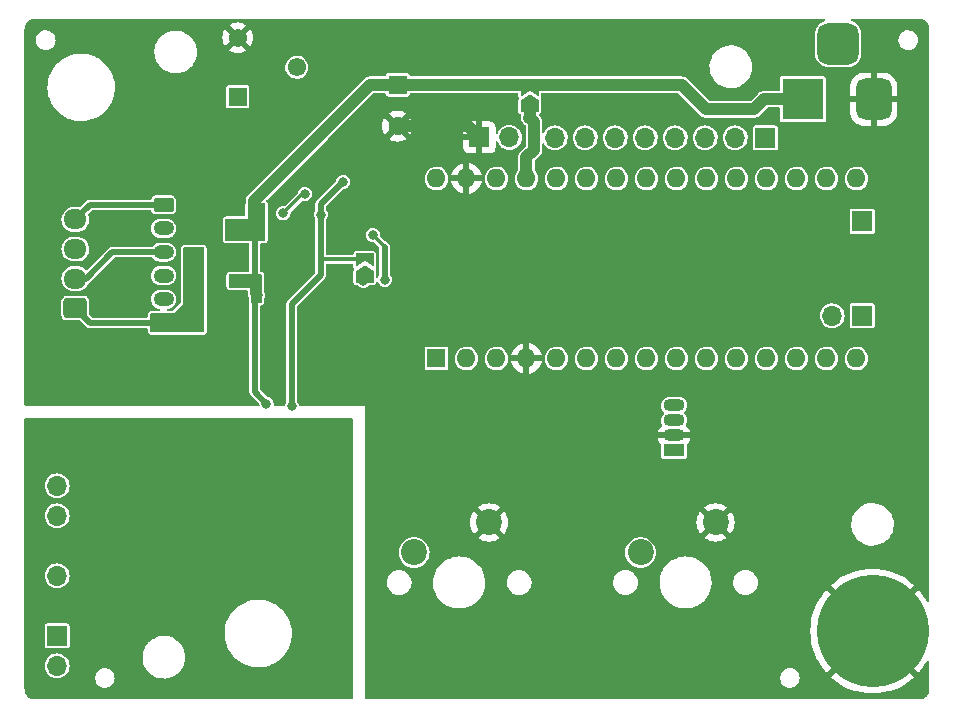
<source format=gbr>
%TF.GenerationSoftware,KiCad,Pcbnew,(5.99.0-9519-ga70106a3bd)*%
%TF.CreationDate,2021-04-17T12:18:36-04:00*%
%TF.ProjectId,Main-PCB,4d61696e-2d50-4434-922e-6b696361645f,rev?*%
%TF.SameCoordinates,Original*%
%TF.FileFunction,Copper,L2,Bot*%
%TF.FilePolarity,Positive*%
%FSLAX46Y46*%
G04 Gerber Fmt 4.6, Leading zero omitted, Abs format (unit mm)*
G04 Created by KiCad (PCBNEW (5.99.0-9519-ga70106a3bd)) date 2021-04-17 12:18:36*
%MOMM*%
%LPD*%
G01*
G04 APERTURE LIST*
G04 Aperture macros list*
%AMRoundRect*
0 Rectangle with rounded corners*
0 $1 Rounding radius*
0 $2 $3 $4 $5 $6 $7 $8 $9 X,Y pos of 4 corners*
0 Add a 4 corners polygon primitive as box body*
4,1,4,$2,$3,$4,$5,$6,$7,$8,$9,$2,$3,0*
0 Add four circle primitives for the rounded corners*
1,1,$1+$1,$2,$3*
1,1,$1+$1,$4,$5*
1,1,$1+$1,$6,$7*
1,1,$1+$1,$8,$9*
0 Add four rect primitives between the rounded corners*
20,1,$1+$1,$2,$3,$4,$5,0*
20,1,$1+$1,$4,$5,$6,$7,0*
20,1,$1+$1,$6,$7,$8,$9,0*
20,1,$1+$1,$8,$9,$2,$3,0*%
%AMFreePoly0*
4,1,6,1.000000,0.000000,0.500000,-0.750000,-0.500000,-0.750000,-0.500000,0.750000,0.500000,0.750000,1.000000,0.000000,1.000000,0.000000,$1*%
%AMFreePoly1*
4,1,6,0.500000,-0.750000,-0.650000,-0.750000,-0.150000,0.000000,-0.650000,0.750000,0.500000,0.750000,0.500000,-0.750000,0.500000,-0.750000,$1*%
G04 Aperture macros list end*
%TA.AperFunction,ComponentPad*%
%ADD10R,1.600000X1.600000*%
%TD*%
%TA.AperFunction,ComponentPad*%
%ADD11C,1.600000*%
%TD*%
%TA.AperFunction,ComponentPad*%
%ADD12R,1.550000X1.550000*%
%TD*%
%TA.AperFunction,ComponentPad*%
%ADD13C,1.550000*%
%TD*%
%TA.AperFunction,ComponentPad*%
%ADD14R,1.700000X1.700000*%
%TD*%
%TA.AperFunction,ComponentPad*%
%ADD15O,1.700000X1.700000*%
%TD*%
%TA.AperFunction,ComponentPad*%
%ADD16R,3.500000X3.500000*%
%TD*%
%TA.AperFunction,ComponentPad*%
%ADD17RoundRect,0.750000X0.750000X1.000000X-0.750000X1.000000X-0.750000X-1.000000X0.750000X-1.000000X0*%
%TD*%
%TA.AperFunction,ComponentPad*%
%ADD18RoundRect,0.875000X0.875000X0.875000X-0.875000X0.875000X-0.875000X-0.875000X0.875000X-0.875000X0*%
%TD*%
%TA.AperFunction,ComponentPad*%
%ADD19R,1.800000X1.070000*%
%TD*%
%TA.AperFunction,ComponentPad*%
%ADD20O,1.800000X1.070000*%
%TD*%
%TA.AperFunction,ComponentPad*%
%ADD21O,1.600000X1.600000*%
%TD*%
%TA.AperFunction,ComponentPad*%
%ADD22C,2.200000*%
%TD*%
%TA.AperFunction,ComponentPad*%
%ADD23C,9.500000*%
%TD*%
%TA.AperFunction,ComponentPad*%
%ADD24RoundRect,0.250000X0.725000X-0.600000X0.725000X0.600000X-0.725000X0.600000X-0.725000X-0.600000X0*%
%TD*%
%TA.AperFunction,ComponentPad*%
%ADD25O,1.950000X1.700000*%
%TD*%
%TA.AperFunction,ComponentPad*%
%ADD26RoundRect,0.250000X-0.625000X0.350000X-0.625000X-0.350000X0.625000X-0.350000X0.625000X0.350000X0*%
%TD*%
%TA.AperFunction,ComponentPad*%
%ADD27O,1.750000X1.200000*%
%TD*%
%TA.AperFunction,SMDPad,CuDef*%
%ADD28FreePoly0,90.000000*%
%TD*%
%TA.AperFunction,SMDPad,CuDef*%
%ADD29FreePoly1,90.000000*%
%TD*%
%TA.AperFunction,ViaPad*%
%ADD30C,0.800000*%
%TD*%
%TA.AperFunction,Conductor*%
%ADD31C,1.000000*%
%TD*%
%TA.AperFunction,Conductor*%
%ADD32C,0.300000*%
%TD*%
%TA.AperFunction,Conductor*%
%ADD33C,0.500000*%
%TD*%
G04 APERTURE END LIST*
D10*
%TO.P,C3,1*%
%TO.N,VCC*%
X31800000Y-5780000D03*
D11*
%TO.P,C3,2*%
%TO.N,GND*%
X31800000Y-9280000D03*
%TD*%
D12*
%TO.P,RV1,1,1*%
%TO.N,Net-(R11-Pad1)*%
X18250000Y-6800000D03*
D13*
%TO.P,RV1,2,2*%
%TO.N,Net-(JP6-Pad2)*%
X23250000Y-4300000D03*
%TO.P,RV1,3,3*%
%TO.N,GND*%
X18250000Y-1800000D03*
%TD*%
D14*
%TO.P,J6,1,Pin_1*%
%TO.N,Net-(A1-Pad19)*%
X62920000Y-10280000D03*
D15*
%TO.P,J6,2,Pin_2*%
%TO.N,Net-(A1-Pad20)*%
X60380000Y-10280000D03*
%TO.P,J6,3,Pin_3*%
%TO.N,Net-(A1-Pad21)*%
X57840000Y-10280000D03*
%TO.P,J6,4,Pin_4*%
%TO.N,Net-(A1-Pad22)*%
X55300000Y-10280000D03*
%TO.P,J6,5,Pin_5*%
%TO.N,Net-(A1-Pad23)*%
X52760000Y-10280000D03*
%TO.P,J6,6,Pin_6*%
%TO.N,Net-(A1-Pad24)*%
X50220000Y-10280000D03*
%TO.P,J6,7,Pin_7*%
%TO.N,Net-(A1-Pad25)*%
X47680000Y-10280000D03*
%TO.P,J6,8,Pin_8*%
%TO.N,Net-(J6-Pad8)*%
X45140000Y-10280000D03*
%TD*%
D16*
%TO.P,J7,1*%
%TO.N,VCC*%
X66100000Y-7007500D03*
D17*
%TO.P,J7,2*%
%TO.N,GND*%
X72100000Y-7007500D03*
D18*
%TO.P,J7,3*%
%TO.N,N/C*%
X69100000Y-2307500D03*
%TD*%
D19*
%TO.P,D1,1,DOUT*%
%TO.N,unconnected-(D1-Pad1)*%
X55200000Y-36740000D03*
D20*
%TO.P,D1,2,GND*%
%TO.N,GND*%
X55200000Y-35470000D03*
%TO.P,D1,3,VDD*%
%TO.N,+5V*%
X55200000Y-34200000D03*
%TO.P,D1,4,DIN*%
%TO.N,Net-(D1-Pad4)*%
X55200000Y-32930000D03*
%TD*%
D10*
%TO.P,A1,1,TX1*%
%TO.N,Net-(A1-Pad1)*%
X35080000Y-28950000D03*
D21*
%TO.P,A1,2,RX1*%
%TO.N,PDN_UART*%
X37620000Y-28950000D03*
%TO.P,A1,3,~RESET*%
%TO.N,unconnected-(A1-Pad3)*%
X40160000Y-28950000D03*
%TO.P,A1,4,GND*%
%TO.N,GND*%
X42700000Y-28950000D03*
%TO.P,A1,5,D2*%
%TO.N,SCK*%
X45240000Y-28950000D03*
%TO.P,A1,6,D3*%
%TO.N,DATA*%
X47780000Y-28950000D03*
%TO.P,A1,7,D4*%
%TO.N,RGBLED*%
X50320000Y-28950000D03*
%TO.P,A1,8,D5*%
%TO.N,MS1*%
X52860000Y-28950000D03*
%TO.P,A1,9,D6*%
%TO.N,MS2*%
X55400000Y-28950000D03*
%TO.P,A1,10,D7*%
%TO.N,DIAG*%
X57940000Y-28950000D03*
%TO.P,A1,11,D8*%
%TO.N,STEP*%
X60480000Y-28950000D03*
%TO.P,A1,12,D9*%
%TO.N,DIR*%
X63020000Y-28950000D03*
%TO.P,A1,13,D10*%
%TO.N,SWITCH-IN*%
X65560000Y-28950000D03*
%TO.P,A1,14,MOSI*%
%TO.N,Net-(SW1-Pad2)*%
X68100000Y-28950000D03*
%TO.P,A1,15,MISO*%
%TO.N,Net-(SW2-Pad2)*%
X70640000Y-28950000D03*
%TO.P,A1,16,SCK*%
%TO.N,Net-(A1-Pad16)*%
X70640000Y-13710000D03*
%TO.P,A1,17,3V3*%
%TO.N,unconnected-(A1-Pad17)*%
X68100000Y-13710000D03*
%TO.P,A1,18,AREF*%
%TO.N,unconnected-(A1-Pad18)*%
X65560000Y-13710000D03*
%TO.P,A1,19,A0*%
%TO.N,Net-(A1-Pad19)*%
X63020000Y-13710000D03*
%TO.P,A1,20,A1*%
%TO.N,Net-(A1-Pad20)*%
X60480000Y-13710000D03*
%TO.P,A1,21,A2*%
%TO.N,Net-(A1-Pad21)*%
X57940000Y-13710000D03*
%TO.P,A1,22,A3*%
%TO.N,Net-(A1-Pad22)*%
X55400000Y-13710000D03*
%TO.P,A1,23,SDA/A4*%
%TO.N,Net-(A1-Pad23)*%
X52860000Y-13710000D03*
%TO.P,A1,24,SCL/A5*%
%TO.N,Net-(A1-Pad24)*%
X50320000Y-13710000D03*
%TO.P,A1,25,A6*%
%TO.N,Net-(A1-Pad25)*%
X47780000Y-13710000D03*
%TO.P,A1,26,A7*%
%TO.N,Net-(J6-Pad8)*%
X45240000Y-13710000D03*
%TO.P,A1,27,+5V*%
%TO.N,+5V*%
X42700000Y-13710000D03*
%TO.P,A1,28,~RESET*%
%TO.N,unconnected-(A1-Pad28)*%
X40160000Y-13710000D03*
%TO.P,A1,29,GND*%
%TO.N,GND*%
X37620000Y-13710000D03*
%TO.P,A1,30,VIN*%
%TO.N,unconnected-(A1-Pad30)*%
X35080000Y-13710000D03*
%TD*%
D14*
%TO.P,J4,1,Pin_1*%
%TO.N,Net-(SW2-Pad2)*%
X71130000Y-25340000D03*
D15*
%TO.P,J4,2,Pin_2*%
%TO.N,Net-(SW1-Pad2)*%
X68590000Y-25340000D03*
%TD*%
D22*
%TO.P,SW1,1,1*%
%TO.N,GND*%
X39538125Y-42845000D03*
%TO.P,SW1,2,2*%
%TO.N,Net-(SW1-Pad2)*%
X33188125Y-45385000D03*
%TD*%
D14*
%TO.P,J5,1,Pin_1*%
%TO.N,Net-(A1-Pad16)*%
X71130000Y-17340000D03*
%TD*%
D23*
%TO.P,H1,1,1*%
%TO.N,GND*%
X72000000Y-52050000D03*
%TD*%
D24*
%TO.P,J8,1,Pin_1*%
%TO.N,Coil2+*%
X4505000Y-24690000D03*
D25*
%TO.P,J8,2,Pin_2*%
%TO.N,Coil2-*%
X4505000Y-22190000D03*
%TO.P,J8,3,Pin_3*%
%TO.N,Coil1-*%
X4505000Y-19690000D03*
%TO.P,J8,4,Pin_4*%
%TO.N,Coil1+*%
X4505000Y-17190000D03*
%TD*%
D14*
%TO.P,J3,1,Pin_1*%
%TO.N,GND*%
X38720000Y-10240000D03*
D15*
%TO.P,J3,2,Pin_2*%
%TO.N,SWITCH-IN*%
X41260000Y-10240000D03*
%TD*%
D26*
%TO.P,J9,1,Pin_1*%
%TO.N,Coil1+*%
X11970000Y-15950000D03*
D27*
%TO.P,J9,2,Pin_2*%
%TO.N,unconnected-(J9-Pad2)*%
X11970000Y-17950000D03*
%TO.P,J9,3,Pin_3*%
%TO.N,Coil2-*%
X11970000Y-19950000D03*
%TO.P,J9,4,Pin_4*%
%TO.N,Coil1-*%
X11970000Y-21950000D03*
%TO.P,J9,5,Pin_5*%
%TO.N,unconnected-(J9-Pad5)*%
X11970000Y-23950000D03*
%TO.P,J9,6,Pin_6*%
%TO.N,Coil2+*%
X11970000Y-25950000D03*
%TD*%
D14*
%TO.P,J1,1,Pin_1*%
%TO.N,GNDA*%
X2970000Y-37205000D03*
D15*
%TO.P,J1,2,Pin_2*%
%TO.N,A+*%
X2970000Y-39745000D03*
%TO.P,J1,3,Pin_3*%
%TO.N,A-*%
X2970000Y-42285000D03*
%TO.P,J1,4,Pin_4*%
%TO.N,GNDA*%
X2970000Y-44825000D03*
%TO.P,J1,5,Pin_5*%
%TO.N,E+*%
X2970000Y-47365000D03*
%TD*%
D14*
%TO.P,J2,1,Pin_1*%
%TO.N,B-*%
X2970000Y-52445000D03*
D15*
%TO.P,J2,2,Pin_2*%
%TO.N,B+*%
X2970000Y-54985000D03*
%TD*%
D22*
%TO.P,SW2,1,1*%
%TO.N,GND*%
X58708125Y-42845000D03*
%TO.P,SW2,2,2*%
%TO.N,Net-(SW2-Pad2)*%
X52358125Y-45385000D03*
%TD*%
D28*
%TO.P,JP4,1,1*%
%TO.N,Net-(U2-Pad8)*%
X29000000Y-22025000D03*
D29*
%TO.P,JP4,2,2*%
%TO.N,+5V*%
X29000000Y-20575000D03*
%TD*%
D28*
%TO.P,JP3,1,1*%
%TO.N,+5V*%
X42980000Y-7565000D03*
D29*
%TO.P,JP3,2,2*%
%TO.N,VCC*%
X42980000Y-6115000D03*
%TD*%
D30*
%TO.N,GND*%
X14500000Y-13900000D03*
X11000000Y-32500000D03*
X21880000Y-21520000D03*
X8000000Y-32500000D03*
X23495000Y-21505000D03*
X1000000Y-32500000D03*
X14000000Y-32500000D03*
X4000000Y-32500000D03*
X18100000Y-14800000D03*
X17000000Y-32500000D03*
X23380000Y-19390000D03*
X15500000Y-32500000D03*
X16200000Y-27000000D03*
X2500000Y-32500000D03*
X12500000Y-32500000D03*
X18300000Y-25900000D03*
X9500000Y-32500000D03*
X22380000Y-19420000D03*
X18500000Y-32500000D03*
X21380000Y-19390000D03*
%TO.N,DIR*%
X23940000Y-15010000D03*
X22120000Y-16670000D03*
%TO.N,+5V*%
X22830000Y-33000000D03*
X25280000Y-16780000D03*
X27190000Y-14000000D03*
%TO.N,GNDA*%
X5950000Y-44125000D03*
X14770000Y-44005000D03*
X21625000Y-38825000D03*
X19700000Y-41375000D03*
%TO.N,PDN_UART*%
X29700000Y-18500000D03*
X30700000Y-22280000D03*
%TO.N,VCC*%
X19700000Y-22620000D03*
X19640000Y-18170000D03*
X20690000Y-32780000D03*
X19960000Y-23590000D03*
X19640000Y-17120000D03*
%TO.N,Coil2+*%
X14570000Y-20800000D03*
%TO.N,Net-(U2-Pad8)*%
X28900000Y-22400000D03*
%TD*%
D31*
%TO.N,GND*%
X31800000Y-9280000D02*
X37760000Y-9280000D01*
X37760000Y-9280000D02*
X38720000Y-10240000D01*
D32*
%TO.N,DIR*%
X22120000Y-16670000D02*
X23720000Y-15070000D01*
D33*
%TO.N,+5V*%
X22830000Y-33000000D02*
X22830000Y-24330000D01*
D31*
X43330000Y-11300000D02*
X43330000Y-8920000D01*
X42980000Y-8570000D02*
X42940000Y-8570000D01*
D33*
X25280000Y-20580000D02*
X25280000Y-16780000D01*
X25280000Y-15910000D02*
X27190000Y-14000000D01*
X22830000Y-24330000D02*
X25280000Y-21880000D01*
D31*
X42980000Y-8530000D02*
X42980000Y-7565000D01*
D32*
X25285000Y-20575000D02*
X25280000Y-20580000D01*
D31*
X43330000Y-8920000D02*
X42980000Y-8570000D01*
D32*
X29000000Y-20575000D02*
X25285000Y-20575000D01*
D33*
X25280000Y-16780000D02*
X25280000Y-15910000D01*
D31*
X42700000Y-13710000D02*
X42700000Y-11930000D01*
X42940000Y-8570000D02*
X42980000Y-8530000D01*
X42700000Y-11930000D02*
X43330000Y-11300000D01*
D33*
X25280000Y-21880000D02*
X25280000Y-20580000D01*
%TO.N,PDN_UART*%
X30700000Y-19500000D02*
X30700000Y-22280000D01*
D32*
X29700000Y-18500000D02*
X30700000Y-19500000D01*
D31*
%TO.N,VCC*%
X19640000Y-15600000D02*
X29460000Y-5780000D01*
D33*
X19700000Y-18230000D02*
X19640000Y-18170000D01*
D31*
X57920000Y-7870000D02*
X61970000Y-7870000D01*
D33*
X19700000Y-22740000D02*
X19700000Y-31790000D01*
X19700000Y-22720000D02*
X19700000Y-22620000D01*
D31*
X55830000Y-5780000D02*
X57920000Y-7870000D01*
X61970000Y-7870000D02*
X62832500Y-7007500D01*
X31800000Y-5780000D02*
X55830000Y-5780000D01*
D33*
X19700000Y-22620000D02*
X19700000Y-18230000D01*
X19700000Y-22740000D02*
X19700000Y-22720000D01*
D31*
X19640000Y-17120000D02*
X19640000Y-15600000D01*
X62832500Y-7007500D02*
X66100000Y-7007500D01*
X29460000Y-5780000D02*
X31800000Y-5780000D01*
D33*
X19700000Y-31790000D02*
X20690000Y-32780000D01*
X19640000Y-18170000D02*
X19640000Y-17120000D01*
%TO.N,Coil1+*%
X5745000Y-15950000D02*
X4505000Y-17190000D01*
X11970000Y-15950000D02*
X5745000Y-15950000D01*
%TO.N,Coil2-*%
X11970000Y-19950000D02*
X7640000Y-19950000D01*
X4505000Y-22190000D02*
X5400000Y-22190000D01*
X5400000Y-22190000D02*
X7640000Y-19950000D01*
%TO.N,Coil2+*%
X13020000Y-25950000D02*
X14230000Y-24740000D01*
X14230000Y-24740000D02*
X14230000Y-21140000D01*
X11970000Y-25950000D02*
X13020000Y-25950000D01*
X11970000Y-25950000D02*
X5765000Y-25950000D01*
X14230000Y-21140000D02*
X14570000Y-20800000D01*
X5765000Y-25950000D02*
X4505000Y-24690000D01*
D32*
%TO.N,Net-(U2-Pad8)*%
X29000000Y-22300000D02*
X28900000Y-22400000D01*
X29000000Y-22025000D02*
X29000000Y-22300000D01*
%TD*%
%TA.AperFunction,Conductor*%
%TO.N,VCC*%
G36*
X20559191Y-15818907D02*
G01*
X20595155Y-15868407D01*
X20600000Y-15899000D01*
X20600000Y-18901000D01*
X20581093Y-18959191D01*
X20531593Y-18995155D01*
X20501000Y-19000000D01*
X17299000Y-19000000D01*
X17240809Y-18981093D01*
X17204845Y-18931593D01*
X17200000Y-18901000D01*
X17200000Y-17219000D01*
X17218907Y-17160809D01*
X17268407Y-17124845D01*
X17299000Y-17120000D01*
X19100000Y-17120000D01*
X19100000Y-15899000D01*
X19118907Y-15840809D01*
X19168407Y-15804845D01*
X19199000Y-15800000D01*
X20501000Y-15800000D01*
X20559191Y-15818907D01*
G37*
%TD.AperFunction*%
%TD*%
%TA.AperFunction,Conductor*%
%TO.N,GNDA*%
G36*
X27959191Y-34018907D02*
G01*
X27995155Y-34068407D01*
X28000000Y-34099000D01*
X28000000Y-57701000D01*
X27981093Y-57759191D01*
X27931593Y-57795155D01*
X27901000Y-57800000D01*
X1056713Y-57800000D01*
X1037946Y-57797645D01*
X1037935Y-57797728D01*
X1032384Y-57796965D01*
X1026959Y-57795581D01*
X1021361Y-57795448D01*
X1021358Y-57795448D01*
X949023Y-57793735D01*
X941664Y-57793286D01*
X913528Y-57790515D01*
X903917Y-57789090D01*
X786794Y-57765793D01*
X777369Y-57763432D01*
X760969Y-57758457D01*
X751823Y-57755184D01*
X683901Y-57727050D01*
X641489Y-57709483D01*
X632717Y-57705335D01*
X617586Y-57697246D01*
X609271Y-57692263D01*
X509982Y-57625920D01*
X502183Y-57620136D01*
X488906Y-57609241D01*
X481703Y-57602713D01*
X397281Y-57518290D01*
X390757Y-57511092D01*
X379873Y-57497830D01*
X374086Y-57490027D01*
X307737Y-57390729D01*
X302755Y-57382418D01*
X294670Y-57367291D01*
X290519Y-57358513D01*
X244814Y-57248172D01*
X241541Y-57239024D01*
X236572Y-57222643D01*
X234211Y-57213219D01*
X210909Y-57096074D01*
X209484Y-57086463D01*
X206715Y-57058347D01*
X206266Y-57050989D01*
X204556Y-56978787D01*
X204555Y-56978783D01*
X204424Y-56973234D01*
X203028Y-56967720D01*
X202871Y-56966459D01*
X202308Y-56962340D01*
X202357Y-56962333D01*
X200000Y-56943422D01*
X200000Y-56086706D01*
X6175044Y-56086706D01*
X6212907Y-56261831D01*
X6287493Y-56424740D01*
X6395321Y-56567832D01*
X6531360Y-56684432D01*
X6689264Y-56769099D01*
X6694420Y-56770558D01*
X6856508Y-56816425D01*
X6856511Y-56816425D01*
X6861665Y-56817884D01*
X6867017Y-56818202D01*
X7035168Y-56828192D01*
X7040521Y-56828510D01*
X7045818Y-56827671D01*
X7045819Y-56827671D01*
X7116821Y-56816425D01*
X7217486Y-56800481D01*
X7384304Y-56735106D01*
X7388759Y-56732124D01*
X7388764Y-56732121D01*
X7480489Y-56670715D01*
X7533192Y-56635434D01*
X7657204Y-56506115D01*
X7750554Y-56353184D01*
X7808886Y-56183774D01*
X7829480Y-56005791D01*
X7829500Y-56000000D01*
X7820038Y-55912898D01*
X7810729Y-55827202D01*
X7810728Y-55827197D01*
X7810150Y-55821877D01*
X7753001Y-55652064D01*
X7660722Y-55498485D01*
X7537615Y-55368304D01*
X7389427Y-55267595D01*
X7255532Y-55214041D01*
X7228045Y-55203047D01*
X7228043Y-55203046D01*
X7223069Y-55201057D01*
X7217787Y-55200183D01*
X7217785Y-55200182D01*
X7158279Y-55190331D01*
X7046304Y-55171793D01*
X6976755Y-55175438D01*
X6872733Y-55180889D01*
X6872729Y-55180890D01*
X6867379Y-55181170D01*
X6694641Y-55228750D01*
X6689902Y-55231249D01*
X6689901Y-55231249D01*
X6540886Y-55309815D01*
X6540883Y-55309817D01*
X6536149Y-55312313D01*
X6473460Y-55365290D01*
X6403395Y-55424499D01*
X6403392Y-55424502D01*
X6399299Y-55427961D01*
X6290475Y-55570297D01*
X6214754Y-55732681D01*
X6175670Y-55907537D01*
X6175044Y-56086706D01*
X200000Y-56086706D01*
X200000Y-54970263D01*
X1914603Y-54970263D01*
X1921167Y-55048428D01*
X1926464Y-55111510D01*
X1931840Y-55175538D01*
X1933173Y-55180186D01*
X1933173Y-55180187D01*
X1978018Y-55336577D01*
X1988621Y-55373555D01*
X2082782Y-55556773D01*
X2210737Y-55718212D01*
X2214417Y-55721344D01*
X2214419Y-55721346D01*
X2227738Y-55732681D01*
X2367612Y-55851723D01*
X2371835Y-55854083D01*
X2371839Y-55854086D01*
X2466456Y-55906965D01*
X2547432Y-55952221D01*
X2552030Y-55953715D01*
X2738742Y-56014382D01*
X2738745Y-56014383D01*
X2743347Y-56015878D01*
X2947895Y-56040269D01*
X2952717Y-56039898D01*
X2952720Y-56039898D01*
X3148458Y-56024837D01*
X3148463Y-56024836D01*
X3153286Y-56024465D01*
X3351695Y-55969068D01*
X3356013Y-55966887D01*
X3531244Y-55878371D01*
X3531246Y-55878370D01*
X3535565Y-55876188D01*
X3697893Y-55749363D01*
X3701055Y-55745700D01*
X3701060Y-55745695D01*
X3807042Y-55622913D01*
X3832496Y-55593424D01*
X3855766Y-55552463D01*
X3931858Y-55418517D01*
X3931859Y-55418514D01*
X3934247Y-55414311D01*
X3949355Y-55368897D01*
X3997743Y-55223435D01*
X3997743Y-55223433D01*
X3999270Y-55218844D01*
X4003850Y-55182594D01*
X4024740Y-55017225D01*
X4025088Y-55014471D01*
X4025500Y-54985000D01*
X4023584Y-54965455D01*
X4005870Y-54784796D01*
X4005869Y-54784792D01*
X4005398Y-54779986D01*
X4002493Y-54770362D01*
X3955131Y-54613495D01*
X3945858Y-54582780D01*
X3849148Y-54400895D01*
X3718952Y-54241259D01*
X3672388Y-54202738D01*
X10195119Y-54202738D01*
X10207958Y-54470035D01*
X10260165Y-54732499D01*
X10261405Y-54735954D01*
X10261406Y-54735956D01*
X10342975Y-54963142D01*
X10350594Y-54984363D01*
X10477257Y-55220094D01*
X10479457Y-55223040D01*
X10629893Y-55424499D01*
X10637372Y-55434515D01*
X10639990Y-55437110D01*
X10801372Y-55597089D01*
X10827422Y-55622913D01*
X10830383Y-55625084D01*
X10830384Y-55625085D01*
X10867179Y-55652064D01*
X11043231Y-55781151D01*
X11046475Y-55782858D01*
X11046477Y-55782859D01*
X11179699Y-55852950D01*
X11280059Y-55905752D01*
X11532702Y-55993979D01*
X11536306Y-55994663D01*
X11536305Y-55994663D01*
X11792003Y-56043209D01*
X11792005Y-56043209D01*
X11795612Y-56043894D01*
X11941334Y-56049619D01*
X12059341Y-56054256D01*
X12059344Y-56054256D01*
X12063011Y-56054400D01*
X12199621Y-56039439D01*
X12325385Y-56025666D01*
X12325388Y-56025665D01*
X12329026Y-56025267D01*
X12587813Y-55957134D01*
X12833687Y-55851498D01*
X12881554Y-55821877D01*
X13058120Y-55712615D01*
X13058125Y-55712611D01*
X13061246Y-55710680D01*
X13130487Y-55652064D01*
X13243049Y-55556773D01*
X13265492Y-55537774D01*
X13295920Y-55503078D01*
X13370077Y-55418517D01*
X13441936Y-55336577D01*
X13586704Y-55111510D01*
X13590226Y-55103693D01*
X13695107Y-54870865D01*
X13695108Y-54870863D01*
X13696615Y-54867517D01*
X13703767Y-54842159D01*
X13768257Y-54613495D01*
X13768258Y-54613492D01*
X13769254Y-54609959D01*
X13803026Y-54344493D01*
X13805500Y-54250000D01*
X13795322Y-54113034D01*
X13785940Y-53986784D01*
X13785939Y-53986778D01*
X13785668Y-53983130D01*
X13726608Y-53722123D01*
X13669284Y-53574713D01*
X13630948Y-53476131D01*
X13630946Y-53476126D01*
X13629618Y-53472712D01*
X13496827Y-53240377D01*
X13331154Y-53030222D01*
X13328481Y-53027708D01*
X13328476Y-53027702D01*
X13138910Y-52849377D01*
X13136238Y-52846863D01*
X12916361Y-52694329D01*
X12676352Y-52575970D01*
X12421486Y-52494386D01*
X12157360Y-52451370D01*
X12153697Y-52451322D01*
X12153696Y-52451322D01*
X12023569Y-52449619D01*
X11889777Y-52447868D01*
X11886149Y-52448362D01*
X11886145Y-52448362D01*
X11757196Y-52465912D01*
X11624615Y-52483955D01*
X11367701Y-52558838D01*
X11124676Y-52670874D01*
X11121609Y-52672885D01*
X11121605Y-52672887D01*
X11091384Y-52692701D01*
X10900881Y-52817601D01*
X10898148Y-52820040D01*
X10898147Y-52820041D01*
X10865279Y-52849377D01*
X10701232Y-52995794D01*
X10698885Y-52998616D01*
X10698884Y-52998617D01*
X10670194Y-53033113D01*
X10530114Y-53201541D01*
X10528209Y-53204681D01*
X10528205Y-53204686D01*
X10431486Y-53364076D01*
X10391288Y-53430320D01*
X10389869Y-53433705D01*
X10389867Y-53433708D01*
X10372078Y-53476131D01*
X10287802Y-53677106D01*
X10286897Y-53680668D01*
X10286897Y-53680669D01*
X10223696Y-53929526D01*
X10221930Y-53936478D01*
X10195119Y-54202738D01*
X3672388Y-54202738D01*
X3667974Y-54199086D01*
X3563955Y-54113034D01*
X3563953Y-54113033D01*
X3560228Y-54109951D01*
X3404679Y-54025845D01*
X3383277Y-54014273D01*
X3383276Y-54014272D01*
X3379023Y-54011973D01*
X3315952Y-53992449D01*
X3186859Y-53952488D01*
X3186855Y-53952487D01*
X3182238Y-53951058D01*
X3177431Y-53950553D01*
X3177427Y-53950552D01*
X2982185Y-53930032D01*
X2982183Y-53930032D01*
X2977369Y-53929526D01*
X2909372Y-53935714D01*
X2777039Y-53947757D01*
X2777036Y-53947758D01*
X2772219Y-53948196D01*
X2767577Y-53949562D01*
X2767573Y-53949563D01*
X2579250Y-54004989D01*
X2579247Y-54004990D01*
X2574603Y-54006357D01*
X2570309Y-54008602D01*
X2396344Y-54099548D01*
X2396340Y-54099551D01*
X2392047Y-54101795D01*
X2388271Y-54104831D01*
X2388268Y-54104833D01*
X2271041Y-54199086D01*
X2231505Y-54230874D01*
X2194826Y-54274587D01*
X2102202Y-54384971D01*
X2102199Y-54384975D01*
X2099093Y-54388677D01*
X1999853Y-54569194D01*
X1998389Y-54573808D01*
X1998388Y-54573811D01*
X1962774Y-54686081D01*
X1937565Y-54765549D01*
X1937025Y-54770361D01*
X1937025Y-54770362D01*
X1915402Y-54963142D01*
X1914603Y-54970263D01*
X200000Y-54970263D01*
X200000Y-51595000D01*
X1914500Y-51595000D01*
X1914500Y-53295000D01*
X1930143Y-53373641D01*
X1974690Y-53440310D01*
X2041359Y-53484857D01*
X2050922Y-53486759D01*
X2050924Y-53486760D01*
X2076200Y-53491787D01*
X2120000Y-53500500D01*
X3820000Y-53500500D01*
X3863800Y-53491787D01*
X3889076Y-53486760D01*
X3889078Y-53486759D01*
X3898641Y-53484857D01*
X3965310Y-53440310D01*
X4009857Y-53373641D01*
X4025500Y-53295000D01*
X4025500Y-52294852D01*
X17144852Y-52294852D01*
X17145066Y-52297730D01*
X17145066Y-52297738D01*
X17165743Y-52575970D01*
X17169584Y-52627658D01*
X17170133Y-52630498D01*
X17170134Y-52630502D01*
X17182168Y-52692701D01*
X17232976Y-52955306D01*
X17334161Y-53273320D01*
X17471759Y-53577356D01*
X17643888Y-53863263D01*
X17645655Y-53865545D01*
X17645659Y-53865551D01*
X17733931Y-53979555D01*
X17848200Y-54127135D01*
X18081902Y-54365368D01*
X18341803Y-54574707D01*
X18344243Y-54576241D01*
X18344245Y-54576242D01*
X18403516Y-54613495D01*
X18624352Y-54752294D01*
X18925692Y-54895703D01*
X19083699Y-54949339D01*
X19238964Y-55002044D01*
X19238971Y-55002046D01*
X19241705Y-55002974D01*
X19568075Y-55072644D01*
X19900344Y-55103761D01*
X19903234Y-55103693D01*
X19903237Y-55103693D01*
X20231093Y-55095966D01*
X20231094Y-55095966D01*
X20233975Y-55095898D01*
X20321317Y-55083545D01*
X20561542Y-55049570D01*
X20561546Y-55049569D01*
X20564411Y-55049164D01*
X20567207Y-55048428D01*
X20884347Y-54964933D01*
X20884354Y-54964931D01*
X20887137Y-54964198D01*
X21197745Y-54842159D01*
X21373526Y-54748103D01*
X21489441Y-54686081D01*
X21489446Y-54686078D01*
X21491995Y-54684714D01*
X21631733Y-54587412D01*
X21763483Y-54495673D01*
X21763487Y-54495670D01*
X21765865Y-54494014D01*
X22015616Y-54272664D01*
X22035845Y-54250000D01*
X22235911Y-54025845D01*
X22235912Y-54025844D01*
X22237837Y-54023687D01*
X22239490Y-54021330D01*
X22239496Y-54021323D01*
X22427834Y-53752846D01*
X22429491Y-53750484D01*
X22587962Y-53456786D01*
X22589028Y-53454101D01*
X22589032Y-53454092D01*
X22677336Y-53231626D01*
X22711084Y-53146605D01*
X22762920Y-52952474D01*
X22796430Y-52826977D01*
X22796431Y-52826971D01*
X22797177Y-52824178D01*
X22845064Y-52493908D01*
X22855500Y-52250000D01*
X22835999Y-51916847D01*
X22777762Y-51588244D01*
X22695136Y-51313707D01*
X22682420Y-51271456D01*
X22682417Y-51271448D01*
X22681584Y-51268680D01*
X22548779Y-50962519D01*
X22381161Y-50673944D01*
X22181020Y-50406896D01*
X21982492Y-50198057D01*
X21953082Y-50167119D01*
X21953077Y-50167114D01*
X21951088Y-50165022D01*
X21729117Y-49980410D01*
X21696735Y-49953478D01*
X21696733Y-49953477D01*
X21694508Y-49951626D01*
X21414782Y-49769623D01*
X21412198Y-49768343D01*
X21118320Y-49622779D01*
X21118314Y-49622777D01*
X21115733Y-49621498D01*
X20801444Y-49509276D01*
X20476208Y-49434488D01*
X20473341Y-49434174D01*
X20473335Y-49434173D01*
X20276365Y-49412602D01*
X20144468Y-49398157D01*
X19967346Y-49399548D01*
X19813646Y-49400755D01*
X19813641Y-49400755D01*
X19810755Y-49400778D01*
X19479626Y-49442316D01*
X19155606Y-49522203D01*
X18843118Y-49639348D01*
X18715265Y-49705196D01*
X18549002Y-49790827D01*
X18548997Y-49790830D01*
X18546432Y-49792151D01*
X18544032Y-49793767D01*
X18309555Y-49951626D01*
X18269600Y-49978525D01*
X18016403Y-50195925D01*
X17790299Y-50441381D01*
X17594377Y-50711540D01*
X17431313Y-51002712D01*
X17303333Y-51310921D01*
X17212187Y-51631957D01*
X17159118Y-51961434D01*
X17144852Y-52294852D01*
X4025500Y-52294852D01*
X4025500Y-51595000D01*
X4009857Y-51516359D01*
X3965310Y-51449690D01*
X3898641Y-51405143D01*
X3889078Y-51403241D01*
X3889076Y-51403240D01*
X3863800Y-51398213D01*
X3820000Y-51389500D01*
X2120000Y-51389500D01*
X2076200Y-51398213D01*
X2050924Y-51403240D01*
X2050922Y-51403241D01*
X2041359Y-51405143D01*
X1974690Y-51449690D01*
X1930143Y-51516359D01*
X1914500Y-51595000D01*
X200000Y-51595000D01*
X200000Y-47350263D01*
X1914603Y-47350263D01*
X1931840Y-47555538D01*
X1988621Y-47753555D01*
X2082782Y-47936773D01*
X2210737Y-48098212D01*
X2367612Y-48231723D01*
X2371835Y-48234083D01*
X2371839Y-48234086D01*
X2488453Y-48299259D01*
X2547432Y-48332221D01*
X2552030Y-48333715D01*
X2738742Y-48394382D01*
X2738745Y-48394383D01*
X2743347Y-48395878D01*
X2947895Y-48420269D01*
X2952717Y-48419898D01*
X2952720Y-48419898D01*
X3148458Y-48404837D01*
X3148463Y-48404836D01*
X3153286Y-48404465D01*
X3351695Y-48349068D01*
X3382089Y-48333715D01*
X3531244Y-48258371D01*
X3531246Y-48258370D01*
X3535565Y-48256188D01*
X3697893Y-48129363D01*
X3701055Y-48125700D01*
X3701060Y-48125695D01*
X3829332Y-47977089D01*
X3832496Y-47973424D01*
X3855766Y-47932463D01*
X3931858Y-47798517D01*
X3931859Y-47798514D01*
X3934247Y-47794311D01*
X3949355Y-47748897D01*
X3997743Y-47603435D01*
X3997743Y-47603433D01*
X3999270Y-47598844D01*
X4004154Y-47560187D01*
X4024740Y-47397225D01*
X4025088Y-47394471D01*
X4025500Y-47365000D01*
X4005398Y-47159986D01*
X4002493Y-47150362D01*
X3947256Y-46967412D01*
X3945858Y-46962780D01*
X3849148Y-46780895D01*
X3718952Y-46621259D01*
X3560228Y-46489951D01*
X3379023Y-46391973D01*
X3315952Y-46372449D01*
X3186859Y-46332488D01*
X3186855Y-46332487D01*
X3182238Y-46331058D01*
X3177431Y-46330553D01*
X3177427Y-46330552D01*
X2982185Y-46310032D01*
X2982183Y-46310032D01*
X2977369Y-46309526D01*
X2909372Y-46315714D01*
X2777039Y-46327757D01*
X2777036Y-46327758D01*
X2772219Y-46328196D01*
X2767577Y-46329562D01*
X2767573Y-46329563D01*
X2579250Y-46384989D01*
X2579247Y-46384990D01*
X2574603Y-46386357D01*
X2570309Y-46388602D01*
X2396344Y-46479548D01*
X2396340Y-46479551D01*
X2392047Y-46481795D01*
X2388271Y-46484831D01*
X2388268Y-46484833D01*
X2381903Y-46489951D01*
X2231505Y-46610874D01*
X2219643Y-46625011D01*
X2102202Y-46764971D01*
X2102199Y-46764975D01*
X2099093Y-46768677D01*
X1999853Y-46949194D01*
X1937565Y-47145549D01*
X1914603Y-47350263D01*
X200000Y-47350263D01*
X200000Y-42270263D01*
X1914603Y-42270263D01*
X1931840Y-42475538D01*
X1988621Y-42673555D01*
X2082782Y-42856773D01*
X2210737Y-43018212D01*
X2367612Y-43151723D01*
X2371835Y-43154083D01*
X2371839Y-43154086D01*
X2488453Y-43219259D01*
X2547432Y-43252221D01*
X2552030Y-43253715D01*
X2738742Y-43314382D01*
X2738745Y-43314383D01*
X2743347Y-43315878D01*
X2947895Y-43340269D01*
X2952717Y-43339898D01*
X2952720Y-43339898D01*
X3148458Y-43324837D01*
X3148463Y-43324836D01*
X3153286Y-43324465D01*
X3351695Y-43269068D01*
X3382089Y-43253715D01*
X3531244Y-43178371D01*
X3531246Y-43178370D01*
X3535565Y-43176188D01*
X3697893Y-43049363D01*
X3701055Y-43045700D01*
X3701060Y-43045695D01*
X3829332Y-42897089D01*
X3832496Y-42893424D01*
X3855766Y-42852463D01*
X3931858Y-42718517D01*
X3931859Y-42718514D01*
X3934247Y-42714311D01*
X3949355Y-42668897D01*
X3997743Y-42523435D01*
X3997743Y-42523433D01*
X3999270Y-42518844D01*
X4004154Y-42480187D01*
X4024740Y-42317225D01*
X4025088Y-42314471D01*
X4025500Y-42285000D01*
X4005398Y-42079986D01*
X4002493Y-42070362D01*
X3947256Y-41887412D01*
X3945858Y-41882780D01*
X3849148Y-41700895D01*
X3718952Y-41541259D01*
X3560228Y-41409951D01*
X3379023Y-41311973D01*
X3315952Y-41292449D01*
X3186859Y-41252488D01*
X3186855Y-41252487D01*
X3182238Y-41251058D01*
X3177431Y-41250553D01*
X3177427Y-41250552D01*
X2982185Y-41230032D01*
X2982183Y-41230032D01*
X2977369Y-41229526D01*
X2909372Y-41235714D01*
X2777039Y-41247757D01*
X2777036Y-41247758D01*
X2772219Y-41248196D01*
X2767577Y-41249562D01*
X2767573Y-41249563D01*
X2579250Y-41304989D01*
X2579247Y-41304990D01*
X2574603Y-41306357D01*
X2570309Y-41308602D01*
X2396344Y-41399548D01*
X2396340Y-41399551D01*
X2392047Y-41401795D01*
X2388271Y-41404831D01*
X2388268Y-41404833D01*
X2381903Y-41409951D01*
X2231505Y-41530874D01*
X2219643Y-41545011D01*
X2102202Y-41684971D01*
X2102199Y-41684975D01*
X2099093Y-41688677D01*
X1999853Y-41869194D01*
X1937565Y-42065549D01*
X1914603Y-42270263D01*
X200000Y-42270263D01*
X200000Y-39730263D01*
X1914603Y-39730263D01*
X1931840Y-39935538D01*
X1988621Y-40133555D01*
X2082782Y-40316773D01*
X2210737Y-40478212D01*
X2367612Y-40611723D01*
X2371835Y-40614083D01*
X2371839Y-40614086D01*
X2488453Y-40679259D01*
X2547432Y-40712221D01*
X2552030Y-40713715D01*
X2738742Y-40774382D01*
X2738745Y-40774383D01*
X2743347Y-40775878D01*
X2947895Y-40800269D01*
X2952717Y-40799898D01*
X2952720Y-40799898D01*
X3148458Y-40784837D01*
X3148463Y-40784836D01*
X3153286Y-40784465D01*
X3351695Y-40729068D01*
X3382089Y-40713715D01*
X3531244Y-40638371D01*
X3531246Y-40638370D01*
X3535565Y-40636188D01*
X3697893Y-40509363D01*
X3701055Y-40505700D01*
X3701060Y-40505695D01*
X3829332Y-40357089D01*
X3832496Y-40353424D01*
X3855766Y-40312463D01*
X3931858Y-40178517D01*
X3931859Y-40178514D01*
X3934247Y-40174311D01*
X3949355Y-40128897D01*
X3997743Y-39983435D01*
X3997743Y-39983433D01*
X3999270Y-39978844D01*
X4004154Y-39940187D01*
X4024740Y-39777225D01*
X4025088Y-39774471D01*
X4025500Y-39745000D01*
X4005398Y-39539986D01*
X4002493Y-39530362D01*
X3947256Y-39347412D01*
X3945858Y-39342780D01*
X3849148Y-39160895D01*
X3718952Y-39001259D01*
X3560228Y-38869951D01*
X3379023Y-38771973D01*
X3315952Y-38752449D01*
X3186859Y-38712488D01*
X3186855Y-38712487D01*
X3182238Y-38711058D01*
X3177431Y-38710553D01*
X3177427Y-38710552D01*
X2982185Y-38690032D01*
X2982183Y-38690032D01*
X2977369Y-38689526D01*
X2909372Y-38695714D01*
X2777039Y-38707757D01*
X2777036Y-38707758D01*
X2772219Y-38708196D01*
X2767577Y-38709562D01*
X2767573Y-38709563D01*
X2579250Y-38764989D01*
X2579247Y-38764990D01*
X2574603Y-38766357D01*
X2570309Y-38768602D01*
X2396344Y-38859548D01*
X2396340Y-38859551D01*
X2392047Y-38861795D01*
X2388271Y-38864831D01*
X2388268Y-38864833D01*
X2381903Y-38869951D01*
X2231505Y-38990874D01*
X2219643Y-39005011D01*
X2102202Y-39144971D01*
X2102199Y-39144975D01*
X2099093Y-39148677D01*
X1999853Y-39329194D01*
X1937565Y-39525549D01*
X1914603Y-39730263D01*
X200000Y-39730263D01*
X200000Y-34099000D01*
X218907Y-34040809D01*
X268407Y-34004845D01*
X299000Y-34000000D01*
X27901000Y-34000000D01*
X27959191Y-34018907D01*
G37*
%TD.AperFunction*%
%TD*%
%TA.AperFunction,Conductor*%
%TO.N,VCC*%
G36*
X20259191Y-21818907D02*
G01*
X20295155Y-21868407D01*
X20300000Y-21899000D01*
X20300000Y-24181000D01*
X20281093Y-24239191D01*
X20231593Y-24275155D01*
X20201000Y-24280000D01*
X19491567Y-24280000D01*
X19433376Y-24261093D01*
X19397412Y-24211593D01*
X19392868Y-24188711D01*
X19300301Y-23003853D01*
X19300000Y-22996142D01*
X19300000Y-22950000D01*
X17599000Y-22950000D01*
X17540809Y-22931093D01*
X17504845Y-22881593D01*
X17500000Y-22851000D01*
X17500000Y-21899000D01*
X17518907Y-21840809D01*
X17568407Y-21804845D01*
X17599000Y-21800000D01*
X20201000Y-21800000D01*
X20259191Y-21818907D01*
G37*
%TD.AperFunction*%
%TD*%
%TA.AperFunction,Conductor*%
%TO.N,GND*%
G36*
X67974301Y-218907D02*
G01*
X68010265Y-268407D01*
X68010265Y-329593D01*
X67974301Y-379093D01*
X67943979Y-393996D01*
X67823737Y-429271D01*
X67641270Y-523248D01*
X67599655Y-555937D01*
X67490746Y-641486D01*
X67479866Y-650032D01*
X67345348Y-805050D01*
X67242570Y-982709D01*
X67175241Y-1176596D01*
X67162658Y-1263381D01*
X67153347Y-1327600D01*
X67149500Y-1354130D01*
X67149500Y-3234905D01*
X67163994Y-3386818D01*
X67221771Y-3583763D01*
X67315748Y-3766230D01*
X67352887Y-3813510D01*
X67431174Y-3913174D01*
X67442532Y-3927634D01*
X67597550Y-4062152D01*
X67775209Y-4164930D01*
X67969096Y-4232259D01*
X68037507Y-4242178D01*
X68143104Y-4257489D01*
X68143107Y-4257489D01*
X68146630Y-4258000D01*
X70027405Y-4258000D01*
X70158526Y-4245490D01*
X70174623Y-4243954D01*
X70174624Y-4243954D01*
X70179318Y-4243506D01*
X70376263Y-4185729D01*
X70537196Y-4102843D01*
X70554542Y-4093909D01*
X70558730Y-4091752D01*
X70720134Y-3964968D01*
X70854652Y-3809950D01*
X70957430Y-3632291D01*
X71024759Y-3438404D01*
X71048857Y-3272203D01*
X71049989Y-3264396D01*
X71049989Y-3264393D01*
X71050500Y-3260870D01*
X71050500Y-2086706D01*
X74175044Y-2086706D01*
X74212907Y-2261831D01*
X74287493Y-2424740D01*
X74290715Y-2429016D01*
X74290717Y-2429019D01*
X74332115Y-2483955D01*
X74395321Y-2567832D01*
X74399388Y-2571318D01*
X74399389Y-2571319D01*
X74406717Y-2577600D01*
X74531360Y-2684432D01*
X74536086Y-2686966D01*
X74628997Y-2736784D01*
X74689264Y-2769099D01*
X74694420Y-2770558D01*
X74856508Y-2816425D01*
X74856511Y-2816425D01*
X74861665Y-2817884D01*
X74867017Y-2818202D01*
X75035168Y-2828192D01*
X75040521Y-2828510D01*
X75045818Y-2827671D01*
X75045819Y-2827671D01*
X75122093Y-2815590D01*
X75217486Y-2800481D01*
X75384304Y-2735106D01*
X75388759Y-2732124D01*
X75388764Y-2732121D01*
X75482548Y-2669337D01*
X75533192Y-2635434D01*
X75657204Y-2506115D01*
X75750554Y-2353184D01*
X75808886Y-2183774D01*
X75829480Y-2005791D01*
X75829500Y-2000000D01*
X75824236Y-1951541D01*
X75810729Y-1827202D01*
X75810728Y-1827197D01*
X75810150Y-1821877D01*
X75753001Y-1652064D01*
X75660722Y-1498485D01*
X75537615Y-1368304D01*
X75389427Y-1267595D01*
X75279571Y-1223656D01*
X75228045Y-1203047D01*
X75228043Y-1203046D01*
X75223069Y-1201057D01*
X75217787Y-1200183D01*
X75217785Y-1200182D01*
X75158279Y-1190331D01*
X75046304Y-1171793D01*
X74976755Y-1175438D01*
X74872733Y-1180889D01*
X74872729Y-1180890D01*
X74867379Y-1181170D01*
X74694641Y-1228750D01*
X74689902Y-1231249D01*
X74689901Y-1231249D01*
X74540886Y-1309815D01*
X74540883Y-1309817D01*
X74536149Y-1312313D01*
X74490838Y-1350604D01*
X74403395Y-1424499D01*
X74403392Y-1424502D01*
X74399299Y-1427961D01*
X74290475Y-1570297D01*
X74214754Y-1732681D01*
X74213586Y-1737908D01*
X74213585Y-1737910D01*
X74203481Y-1783113D01*
X74175670Y-1907537D01*
X74175044Y-2086706D01*
X71050500Y-2086706D01*
X71050500Y-1380095D01*
X71036006Y-1228182D01*
X70978229Y-1031237D01*
X70890804Y-861491D01*
X70886409Y-852958D01*
X70884252Y-848770D01*
X70757468Y-687366D01*
X70602450Y-552848D01*
X70424791Y-450070D01*
X70259070Y-392522D01*
X70210302Y-355572D01*
X70192566Y-297013D01*
X70212637Y-239214D01*
X70262849Y-204250D01*
X70291546Y-200000D01*
X75943288Y-200000D01*
X75962055Y-202355D01*
X75962066Y-202272D01*
X75967617Y-203035D01*
X75973042Y-204419D01*
X75978640Y-204552D01*
X75978643Y-204552D01*
X76050977Y-206265D01*
X76058332Y-206713D01*
X76086486Y-209486D01*
X76096076Y-210908D01*
X76213210Y-234208D01*
X76222635Y-236570D01*
X76239034Y-241545D01*
X76248179Y-244817D01*
X76282378Y-258982D01*
X76358509Y-290517D01*
X76367281Y-294665D01*
X76382417Y-302755D01*
X76390730Y-307737D01*
X76490028Y-374086D01*
X76497819Y-379864D01*
X76508010Y-388228D01*
X76511093Y-390758D01*
X76518289Y-397280D01*
X76602723Y-481714D01*
X76609246Y-488912D01*
X76620126Y-502169D01*
X76625912Y-509970D01*
X76692268Y-609280D01*
X76697241Y-617576D01*
X76705333Y-632714D01*
X76709477Y-641475D01*
X76755188Y-751830D01*
X76758453Y-760954D01*
X76763431Y-777365D01*
X76763434Y-777374D01*
X76765792Y-786790D01*
X76777383Y-845062D01*
X76789091Y-903924D01*
X76790516Y-913535D01*
X76793285Y-941654D01*
X76793734Y-949011D01*
X76795444Y-1021214D01*
X76795576Y-1026767D01*
X76796939Y-1032150D01*
X76796939Y-1032151D01*
X76796972Y-1032281D01*
X76797129Y-1033542D01*
X76797692Y-1037661D01*
X76797643Y-1037668D01*
X76800000Y-1056579D01*
X76800000Y-49479006D01*
X76781093Y-49537197D01*
X76731593Y-49573161D01*
X76670407Y-49573161D01*
X76620907Y-49537197D01*
X76613186Y-49524719D01*
X76558886Y-49420409D01*
X76556739Y-49416690D01*
X76312356Y-49033086D01*
X76309880Y-49029551D01*
X76033009Y-48668725D01*
X76030233Y-48665416D01*
X75903858Y-48527504D01*
X75892250Y-48520936D01*
X75888171Y-48521401D01*
X75886990Y-48522220D01*
X72370296Y-52038914D01*
X72364242Y-52050797D01*
X72365038Y-52055828D01*
X75882180Y-55572970D01*
X75894063Y-55579024D01*
X75898118Y-55578382D01*
X75899263Y-55577511D01*
X76030233Y-55434584D01*
X76033009Y-55431275D01*
X76309880Y-55070449D01*
X76312356Y-55066914D01*
X76556739Y-54683310D01*
X76558886Y-54679591D01*
X76613186Y-54575281D01*
X76656826Y-54532396D01*
X76717340Y-54523352D01*
X76771612Y-54551604D01*
X76798913Y-54606361D01*
X76800000Y-54620994D01*
X76800000Y-56943287D01*
X76797645Y-56962054D01*
X76797728Y-56962065D01*
X76796965Y-56967616D01*
X76795581Y-56973041D01*
X76795448Y-56978639D01*
X76795448Y-56978642D01*
X76793735Y-57050977D01*
X76793286Y-57058336D01*
X76790515Y-57086472D01*
X76789090Y-57096083D01*
X76765793Y-57213206D01*
X76763432Y-57222631D01*
X76758457Y-57239031D01*
X76755184Y-57248177D01*
X76709485Y-57358506D01*
X76705331Y-57367290D01*
X76697249Y-57382410D01*
X76692263Y-57390729D01*
X76642584Y-57465078D01*
X76625920Y-57490018D01*
X76620136Y-57497817D01*
X76609241Y-57511094D01*
X76602713Y-57518297D01*
X76518290Y-57602719D01*
X76511092Y-57609243D01*
X76497830Y-57620127D01*
X76490030Y-57625912D01*
X76390729Y-57692263D01*
X76382418Y-57697245D01*
X76367410Y-57705267D01*
X76367291Y-57705330D01*
X76358513Y-57709481D01*
X76248172Y-57755186D01*
X76239024Y-57758459D01*
X76222643Y-57763428D01*
X76213219Y-57765789D01*
X76096074Y-57789091D01*
X76086463Y-57790516D01*
X76058347Y-57793285D01*
X76050989Y-57793734D01*
X75978787Y-57795444D01*
X75978783Y-57795445D01*
X75973234Y-57795576D01*
X75967851Y-57796939D01*
X75967850Y-57796939D01*
X75967720Y-57796972D01*
X75966459Y-57797129D01*
X75962340Y-57797692D01*
X75962333Y-57797643D01*
X75943422Y-57800000D01*
X29099000Y-57800000D01*
X29040809Y-57781093D01*
X29004845Y-57731593D01*
X29000000Y-57701000D01*
X29000000Y-56086706D01*
X64175044Y-56086706D01*
X64212907Y-56261831D01*
X64287493Y-56424740D01*
X64395321Y-56567832D01*
X64531360Y-56684432D01*
X64689264Y-56769099D01*
X64694420Y-56770558D01*
X64856508Y-56816425D01*
X64856511Y-56816425D01*
X64861665Y-56817884D01*
X64867017Y-56818202D01*
X65035168Y-56828192D01*
X65040521Y-56828510D01*
X65045818Y-56827671D01*
X65045819Y-56827671D01*
X65116821Y-56816425D01*
X65217486Y-56800481D01*
X65384304Y-56735106D01*
X65388759Y-56732124D01*
X65388764Y-56732121D01*
X65480489Y-56670715D01*
X65533192Y-56635434D01*
X65657204Y-56506115D01*
X65750554Y-56353184D01*
X65808886Y-56183774D01*
X65829480Y-56005791D01*
X65829500Y-56000000D01*
X65824843Y-55957134D01*
X65823423Y-55944063D01*
X68470976Y-55944063D01*
X68471618Y-55948118D01*
X68472489Y-55949263D01*
X68615416Y-56080233D01*
X68618725Y-56083009D01*
X68979551Y-56359880D01*
X68983086Y-56362356D01*
X69366690Y-56606739D01*
X69370409Y-56608886D01*
X69773836Y-56818896D01*
X69777762Y-56820727D01*
X70197945Y-56994772D01*
X70202016Y-56996254D01*
X70635774Y-57133018D01*
X70639950Y-57134137D01*
X71083981Y-57232575D01*
X71088228Y-57233325D01*
X71539159Y-57292691D01*
X71543453Y-57293067D01*
X71997847Y-57312906D01*
X72002153Y-57312906D01*
X72456547Y-57293067D01*
X72460841Y-57292691D01*
X72911772Y-57233325D01*
X72916019Y-57232575D01*
X73360050Y-57134137D01*
X73364226Y-57133018D01*
X73797984Y-56996254D01*
X73802055Y-56994772D01*
X74222238Y-56820727D01*
X74226164Y-56818896D01*
X74629591Y-56608886D01*
X74633310Y-56606739D01*
X75016914Y-56362356D01*
X75020449Y-56359880D01*
X75381275Y-56083009D01*
X75384584Y-56080233D01*
X75522496Y-55953858D01*
X75529064Y-55942250D01*
X75528599Y-55938171D01*
X75527780Y-55936990D01*
X72011086Y-52420296D01*
X71999203Y-52414242D01*
X71994172Y-52415038D01*
X68477030Y-55932180D01*
X68470976Y-55944063D01*
X65823423Y-55944063D01*
X65810729Y-55827202D01*
X65810728Y-55827197D01*
X65810150Y-55821877D01*
X65753001Y-55652064D01*
X65660722Y-55498485D01*
X65537615Y-55368304D01*
X65389427Y-55267595D01*
X65267540Y-55218844D01*
X65228045Y-55203047D01*
X65228043Y-55203046D01*
X65223069Y-55201057D01*
X65217787Y-55200183D01*
X65217785Y-55200182D01*
X65158279Y-55190331D01*
X65046304Y-55171793D01*
X64976755Y-55175438D01*
X64872733Y-55180889D01*
X64872729Y-55180890D01*
X64867379Y-55181170D01*
X64694641Y-55228750D01*
X64689902Y-55231249D01*
X64689901Y-55231249D01*
X64540886Y-55309815D01*
X64540883Y-55309817D01*
X64536149Y-55312313D01*
X64507437Y-55336577D01*
X64403395Y-55424499D01*
X64403392Y-55424502D01*
X64399299Y-55427961D01*
X64290475Y-55570297D01*
X64214754Y-55732681D01*
X64175670Y-55907537D01*
X64175044Y-56086706D01*
X29000000Y-56086706D01*
X29000000Y-52047847D01*
X66737094Y-52047847D01*
X66737094Y-52052153D01*
X66756933Y-52506547D01*
X66757309Y-52510841D01*
X66816675Y-52961772D01*
X66817425Y-52966019D01*
X66915863Y-53410050D01*
X66916982Y-53414226D01*
X67053746Y-53847984D01*
X67055228Y-53852055D01*
X67229273Y-54272238D01*
X67231104Y-54276164D01*
X67441114Y-54679591D01*
X67443261Y-54683310D01*
X67687644Y-55066914D01*
X67690120Y-55070449D01*
X67966991Y-55431275D01*
X67969767Y-55434584D01*
X68096142Y-55572496D01*
X68107750Y-55579064D01*
X68111829Y-55578599D01*
X68113010Y-55577780D01*
X71629704Y-52061086D01*
X71635758Y-52049203D01*
X71634962Y-52044172D01*
X68117820Y-48527030D01*
X68105937Y-48520976D01*
X68101882Y-48521618D01*
X68100737Y-48522489D01*
X67969767Y-48665416D01*
X67966991Y-48668725D01*
X67690120Y-49029551D01*
X67687644Y-49033086D01*
X67443261Y-49416690D01*
X67441114Y-49420409D01*
X67231104Y-49823836D01*
X67229273Y-49827762D01*
X67055228Y-50247945D01*
X67053746Y-50252016D01*
X66916982Y-50685774D01*
X66915863Y-50689950D01*
X66817425Y-51133981D01*
X66816675Y-51138228D01*
X66757309Y-51589159D01*
X66756933Y-51593453D01*
X66737094Y-52047847D01*
X29000000Y-52047847D01*
X29000000Y-47910263D01*
X30862728Y-47910263D01*
X30868032Y-47973424D01*
X30872824Y-48030491D01*
X30879965Y-48115538D01*
X30881298Y-48120186D01*
X30881298Y-48120187D01*
X30935148Y-48307981D01*
X30936746Y-48313555D01*
X31030907Y-48496773D01*
X31158862Y-48658212D01*
X31162542Y-48661344D01*
X31162544Y-48661346D01*
X31191154Y-48685695D01*
X31315737Y-48791723D01*
X31319960Y-48794083D01*
X31319964Y-48794086D01*
X31436578Y-48859259D01*
X31495557Y-48892221D01*
X31500155Y-48893715D01*
X31686867Y-48954382D01*
X31686870Y-48954383D01*
X31691472Y-48955878D01*
X31896020Y-48980269D01*
X31900842Y-48979898D01*
X31900845Y-48979898D01*
X32096583Y-48964837D01*
X32096588Y-48964836D01*
X32101411Y-48964465D01*
X32299820Y-48909068D01*
X32330214Y-48893715D01*
X32479369Y-48818371D01*
X32479371Y-48818370D01*
X32483690Y-48816188D01*
X32646018Y-48689363D01*
X32649180Y-48685700D01*
X32649185Y-48685695D01*
X32777457Y-48537089D01*
X32780621Y-48533424D01*
X32784254Y-48527030D01*
X32879983Y-48358517D01*
X32879984Y-48358514D01*
X32882372Y-48354311D01*
X32884117Y-48349068D01*
X32945868Y-48163435D01*
X32945868Y-48163433D01*
X32947395Y-48158844D01*
X32948275Y-48151882D01*
X32965269Y-48017357D01*
X34794560Y-48017357D01*
X34794914Y-48020614D01*
X34794914Y-48020618D01*
X34817848Y-48231723D01*
X34826132Y-48307981D01*
X34826918Y-48311181D01*
X34881506Y-48533424D01*
X34895863Y-48591877D01*
X34897059Y-48594929D01*
X34897061Y-48594935D01*
X34925979Y-48668725D01*
X35002529Y-48864056D01*
X35053427Y-48955878D01*
X35142663Y-49116866D01*
X35142667Y-49116872D01*
X35144255Y-49119737D01*
X35146210Y-49122369D01*
X35146211Y-49122371D01*
X35153846Y-49132651D01*
X35318552Y-49354428D01*
X35522357Y-49564006D01*
X35752090Y-49744788D01*
X35754908Y-49746454D01*
X35754913Y-49746458D01*
X36000891Y-49891928D01*
X36003715Y-49893598D01*
X36006734Y-49894880D01*
X36006739Y-49894882D01*
X36269787Y-50006539D01*
X36272810Y-50007822D01*
X36275973Y-50008693D01*
X36275978Y-50008695D01*
X36551481Y-50084581D01*
X36551486Y-50084582D01*
X36554648Y-50085453D01*
X36844277Y-50125128D01*
X37136609Y-50126148D01*
X37426509Y-50088497D01*
X37708882Y-50012835D01*
X37855927Y-49951626D01*
X37975735Y-49901755D01*
X37975741Y-49901752D01*
X37978768Y-49900492D01*
X37981603Y-49898842D01*
X37981609Y-49898839D01*
X38228582Y-49755097D01*
X38228586Y-49755095D01*
X38231425Y-49753442D01*
X38247431Y-49741027D01*
X38459823Y-49576279D01*
X38459825Y-49576277D01*
X38462414Y-49574269D01*
X38667678Y-49366119D01*
X38843609Y-49132651D01*
X38987117Y-48877965D01*
X39095680Y-48606537D01*
X39167392Y-48323135D01*
X39200992Y-48032738D01*
X39203625Y-47925000D01*
X39202646Y-47910263D01*
X41022728Y-47910263D01*
X41028032Y-47973424D01*
X41032824Y-48030491D01*
X41039965Y-48115538D01*
X41041298Y-48120186D01*
X41041298Y-48120187D01*
X41095148Y-48307981D01*
X41096746Y-48313555D01*
X41190907Y-48496773D01*
X41318862Y-48658212D01*
X41322542Y-48661344D01*
X41322544Y-48661346D01*
X41351154Y-48685695D01*
X41475737Y-48791723D01*
X41479960Y-48794083D01*
X41479964Y-48794086D01*
X41596578Y-48859259D01*
X41655557Y-48892221D01*
X41660155Y-48893715D01*
X41846867Y-48954382D01*
X41846870Y-48954383D01*
X41851472Y-48955878D01*
X42056020Y-48980269D01*
X42060842Y-48979898D01*
X42060845Y-48979898D01*
X42256583Y-48964837D01*
X42256588Y-48964836D01*
X42261411Y-48964465D01*
X42459820Y-48909068D01*
X42490214Y-48893715D01*
X42639369Y-48818371D01*
X42639371Y-48818370D01*
X42643690Y-48816188D01*
X42806018Y-48689363D01*
X42809180Y-48685700D01*
X42809185Y-48685695D01*
X42937457Y-48537089D01*
X42940621Y-48533424D01*
X42944254Y-48527030D01*
X43039983Y-48358517D01*
X43039984Y-48358514D01*
X43042372Y-48354311D01*
X43044117Y-48349068D01*
X43105868Y-48163435D01*
X43105868Y-48163433D01*
X43107395Y-48158844D01*
X43108275Y-48151882D01*
X43132865Y-47957225D01*
X43133213Y-47954471D01*
X43133625Y-47925000D01*
X43132180Y-47910263D01*
X50032728Y-47910263D01*
X50038032Y-47973424D01*
X50042824Y-48030491D01*
X50049965Y-48115538D01*
X50051298Y-48120186D01*
X50051298Y-48120187D01*
X50105148Y-48307981D01*
X50106746Y-48313555D01*
X50200907Y-48496773D01*
X50328862Y-48658212D01*
X50332542Y-48661344D01*
X50332544Y-48661346D01*
X50361154Y-48685695D01*
X50485737Y-48791723D01*
X50489960Y-48794083D01*
X50489964Y-48794086D01*
X50606578Y-48859259D01*
X50665557Y-48892221D01*
X50670155Y-48893715D01*
X50856867Y-48954382D01*
X50856870Y-48954383D01*
X50861472Y-48955878D01*
X51066020Y-48980269D01*
X51070842Y-48979898D01*
X51070845Y-48979898D01*
X51266583Y-48964837D01*
X51266588Y-48964836D01*
X51271411Y-48964465D01*
X51469820Y-48909068D01*
X51500214Y-48893715D01*
X51649369Y-48818371D01*
X51649371Y-48818370D01*
X51653690Y-48816188D01*
X51816018Y-48689363D01*
X51819180Y-48685700D01*
X51819185Y-48685695D01*
X51947457Y-48537089D01*
X51950621Y-48533424D01*
X51954254Y-48527030D01*
X52049983Y-48358517D01*
X52049984Y-48358514D01*
X52052372Y-48354311D01*
X52054117Y-48349068D01*
X52115868Y-48163435D01*
X52115868Y-48163433D01*
X52117395Y-48158844D01*
X52118275Y-48151882D01*
X52135269Y-48017357D01*
X53964560Y-48017357D01*
X53964914Y-48020614D01*
X53964914Y-48020618D01*
X53987848Y-48231723D01*
X53996132Y-48307981D01*
X53996918Y-48311181D01*
X54051506Y-48533424D01*
X54065863Y-48591877D01*
X54067059Y-48594929D01*
X54067061Y-48594935D01*
X54095979Y-48668725D01*
X54172529Y-48864056D01*
X54223427Y-48955878D01*
X54312663Y-49116866D01*
X54312667Y-49116872D01*
X54314255Y-49119737D01*
X54316210Y-49122369D01*
X54316211Y-49122371D01*
X54323846Y-49132651D01*
X54488552Y-49354428D01*
X54692357Y-49564006D01*
X54922090Y-49744788D01*
X54924908Y-49746454D01*
X54924913Y-49746458D01*
X55170891Y-49891928D01*
X55173715Y-49893598D01*
X55176734Y-49894880D01*
X55176739Y-49894882D01*
X55439787Y-50006539D01*
X55442810Y-50007822D01*
X55445973Y-50008693D01*
X55445978Y-50008695D01*
X55721481Y-50084581D01*
X55721486Y-50084582D01*
X55724648Y-50085453D01*
X56014277Y-50125128D01*
X56306609Y-50126148D01*
X56596509Y-50088497D01*
X56878882Y-50012835D01*
X57025927Y-49951626D01*
X57145735Y-49901755D01*
X57145741Y-49901752D01*
X57148768Y-49900492D01*
X57151603Y-49898842D01*
X57151609Y-49898839D01*
X57398582Y-49755097D01*
X57398586Y-49755095D01*
X57401425Y-49753442D01*
X57417431Y-49741027D01*
X57629823Y-49576279D01*
X57629825Y-49576277D01*
X57632414Y-49574269D01*
X57837678Y-49366119D01*
X58013609Y-49132651D01*
X58157117Y-48877965D01*
X58265680Y-48606537D01*
X58337392Y-48323135D01*
X58370992Y-48032738D01*
X58373625Y-47925000D01*
X58372646Y-47910263D01*
X60192728Y-47910263D01*
X60198032Y-47973424D01*
X60202824Y-48030491D01*
X60209965Y-48115538D01*
X60211298Y-48120186D01*
X60211298Y-48120187D01*
X60265148Y-48307981D01*
X60266746Y-48313555D01*
X60360907Y-48496773D01*
X60488862Y-48658212D01*
X60492542Y-48661344D01*
X60492544Y-48661346D01*
X60521154Y-48685695D01*
X60645737Y-48791723D01*
X60649960Y-48794083D01*
X60649964Y-48794086D01*
X60766578Y-48859259D01*
X60825557Y-48892221D01*
X60830155Y-48893715D01*
X61016867Y-48954382D01*
X61016870Y-48954383D01*
X61021472Y-48955878D01*
X61226020Y-48980269D01*
X61230842Y-48979898D01*
X61230845Y-48979898D01*
X61426583Y-48964837D01*
X61426588Y-48964836D01*
X61431411Y-48964465D01*
X61629820Y-48909068D01*
X61660214Y-48893715D01*
X61809369Y-48818371D01*
X61809371Y-48818370D01*
X61813690Y-48816188D01*
X61976018Y-48689363D01*
X61979180Y-48685700D01*
X61979185Y-48685695D01*
X62107457Y-48537089D01*
X62110621Y-48533424D01*
X62114254Y-48527030D01*
X62209983Y-48358517D01*
X62209984Y-48358514D01*
X62212372Y-48354311D01*
X62214117Y-48349068D01*
X62275868Y-48163435D01*
X62275868Y-48163433D01*
X62277395Y-48158844D01*
X62277533Y-48157750D01*
X68470936Y-48157750D01*
X68471401Y-48161829D01*
X68472220Y-48163010D01*
X71988914Y-51679704D01*
X72000797Y-51685758D01*
X72005828Y-51684962D01*
X75522970Y-48167820D01*
X75529024Y-48155937D01*
X75528382Y-48151882D01*
X75527511Y-48150737D01*
X75384584Y-48019767D01*
X75381275Y-48016991D01*
X75020449Y-47740120D01*
X75016914Y-47737644D01*
X74633310Y-47493261D01*
X74629591Y-47491114D01*
X74226164Y-47281104D01*
X74222238Y-47279273D01*
X73802055Y-47105228D01*
X73797984Y-47103746D01*
X73364226Y-46966982D01*
X73360050Y-46965863D01*
X72916019Y-46867425D01*
X72911772Y-46866675D01*
X72460841Y-46807309D01*
X72456547Y-46806933D01*
X72002153Y-46787094D01*
X71997847Y-46787094D01*
X71543453Y-46806933D01*
X71539159Y-46807309D01*
X71088228Y-46866675D01*
X71083981Y-46867425D01*
X70639950Y-46965863D01*
X70635774Y-46966982D01*
X70202016Y-47103746D01*
X70197945Y-47105228D01*
X69777762Y-47279273D01*
X69773836Y-47281104D01*
X69370409Y-47491114D01*
X69366690Y-47493261D01*
X68983086Y-47737644D01*
X68979551Y-47740120D01*
X68618725Y-48016991D01*
X68615416Y-48019767D01*
X68477504Y-48146142D01*
X68470936Y-48157750D01*
X62277533Y-48157750D01*
X62278275Y-48151882D01*
X62302865Y-47957225D01*
X62303213Y-47954471D01*
X62303625Y-47925000D01*
X62286815Y-47753555D01*
X62283995Y-47724796D01*
X62283994Y-47724792D01*
X62283523Y-47719986D01*
X62280618Y-47710362D01*
X62225381Y-47527412D01*
X62223983Y-47522780D01*
X62127273Y-47340895D01*
X61997077Y-47181259D01*
X61980859Y-47167842D01*
X61842080Y-47053034D01*
X61842078Y-47053033D01*
X61838353Y-47049951D01*
X61729176Y-46990918D01*
X61661402Y-46954273D01*
X61661401Y-46954272D01*
X61657148Y-46951973D01*
X61594077Y-46932449D01*
X61464984Y-46892488D01*
X61464980Y-46892487D01*
X61460363Y-46891058D01*
X61455556Y-46890553D01*
X61455552Y-46890552D01*
X61260310Y-46870032D01*
X61260308Y-46870032D01*
X61255494Y-46869526D01*
X61187497Y-46875714D01*
X61055164Y-46887757D01*
X61055161Y-46887758D01*
X61050344Y-46888196D01*
X61045702Y-46889562D01*
X61045698Y-46889563D01*
X60857375Y-46944989D01*
X60857372Y-46944990D01*
X60852728Y-46946357D01*
X60844719Y-46950544D01*
X60674469Y-47039548D01*
X60674465Y-47039551D01*
X60670172Y-47041795D01*
X60666396Y-47044831D01*
X60666393Y-47044833D01*
X60630806Y-47073446D01*
X60509630Y-47170874D01*
X60497768Y-47185011D01*
X60380327Y-47324971D01*
X60380324Y-47324975D01*
X60377218Y-47328677D01*
X60277978Y-47509194D01*
X60276514Y-47513808D01*
X60276513Y-47513811D01*
X60249539Y-47598844D01*
X60215690Y-47705549D01*
X60215150Y-47710361D01*
X60215150Y-47710362D01*
X60213127Y-47728403D01*
X60192728Y-47910263D01*
X58372646Y-47910263D01*
X58354251Y-47633309D01*
X58306093Y-47394471D01*
X58297120Y-47349969D01*
X58297119Y-47349964D01*
X58296469Y-47346742D01*
X58273238Y-47279273D01*
X58202366Y-47073446D01*
X58202364Y-47073440D01*
X58201294Y-47070334D01*
X58070399Y-46808943D01*
X57906083Y-46567159D01*
X57837051Y-46489951D01*
X57713423Y-46351681D01*
X57713419Y-46351678D01*
X57711232Y-46349231D01*
X57489272Y-46158987D01*
X57244099Y-45999770D01*
X56980024Y-45874378D01*
X56701684Y-45785013D01*
X56504855Y-45749598D01*
X56417211Y-45733828D01*
X56417209Y-45733828D01*
X56413970Y-45733245D01*
X56121936Y-45719984D01*
X56118668Y-45720270D01*
X56118664Y-45720270D01*
X55976326Y-45732723D01*
X55830715Y-45745462D01*
X55656383Y-45784430D01*
X55548628Y-45808516D01*
X55548626Y-45808517D01*
X55545421Y-45809233D01*
X55542337Y-45810368D01*
X55542336Y-45810368D01*
X55274149Y-45909041D01*
X55271067Y-45910175D01*
X55268158Y-45911709D01*
X55036545Y-46033825D01*
X55012474Y-46046516D01*
X54774184Y-46215860D01*
X54560385Y-46415231D01*
X54558302Y-46417767D01*
X54558301Y-46417768D01*
X54376916Y-46638589D01*
X54376912Y-46638594D01*
X54374831Y-46641128D01*
X54220784Y-46889580D01*
X54219437Y-46892577D01*
X54219435Y-46892581D01*
X54191710Y-46954273D01*
X54100950Y-47156224D01*
X54017433Y-47436375D01*
X54016920Y-47439616D01*
X54016919Y-47439619D01*
X53986752Y-47630087D01*
X53971702Y-47725110D01*
X53971007Y-47753555D01*
X53966030Y-47957225D01*
X53964560Y-48017357D01*
X52135269Y-48017357D01*
X52142865Y-47957225D01*
X52143213Y-47954471D01*
X52143625Y-47925000D01*
X52126815Y-47753555D01*
X52123995Y-47724796D01*
X52123994Y-47724792D01*
X52123523Y-47719986D01*
X52120618Y-47710362D01*
X52065381Y-47527412D01*
X52063983Y-47522780D01*
X51967273Y-47340895D01*
X51837077Y-47181259D01*
X51820859Y-47167842D01*
X51682080Y-47053034D01*
X51682078Y-47053033D01*
X51678353Y-47049951D01*
X51569176Y-46990918D01*
X51501402Y-46954273D01*
X51501401Y-46954272D01*
X51497148Y-46951973D01*
X51434077Y-46932449D01*
X51304984Y-46892488D01*
X51304980Y-46892487D01*
X51300363Y-46891058D01*
X51295556Y-46890553D01*
X51295552Y-46890552D01*
X51100310Y-46870032D01*
X51100308Y-46870032D01*
X51095494Y-46869526D01*
X51027497Y-46875714D01*
X50895164Y-46887757D01*
X50895161Y-46887758D01*
X50890344Y-46888196D01*
X50885702Y-46889562D01*
X50885698Y-46889563D01*
X50697375Y-46944989D01*
X50697372Y-46944990D01*
X50692728Y-46946357D01*
X50684719Y-46950544D01*
X50514469Y-47039548D01*
X50514465Y-47039551D01*
X50510172Y-47041795D01*
X50506396Y-47044831D01*
X50506393Y-47044833D01*
X50470806Y-47073446D01*
X50349630Y-47170874D01*
X50337768Y-47185011D01*
X50220327Y-47324971D01*
X50220324Y-47324975D01*
X50217218Y-47328677D01*
X50117978Y-47509194D01*
X50116514Y-47513808D01*
X50116513Y-47513811D01*
X50089539Y-47598844D01*
X50055690Y-47705549D01*
X50055150Y-47710361D01*
X50055150Y-47710362D01*
X50053127Y-47728403D01*
X50032728Y-47910263D01*
X43132180Y-47910263D01*
X43116815Y-47753555D01*
X43113995Y-47724796D01*
X43113994Y-47724792D01*
X43113523Y-47719986D01*
X43110618Y-47710362D01*
X43055381Y-47527412D01*
X43053983Y-47522780D01*
X42957273Y-47340895D01*
X42827077Y-47181259D01*
X42810859Y-47167842D01*
X42672080Y-47053034D01*
X42672078Y-47053033D01*
X42668353Y-47049951D01*
X42559176Y-46990918D01*
X42491402Y-46954273D01*
X42491401Y-46954272D01*
X42487148Y-46951973D01*
X42424077Y-46932449D01*
X42294984Y-46892488D01*
X42294980Y-46892487D01*
X42290363Y-46891058D01*
X42285556Y-46890553D01*
X42285552Y-46890552D01*
X42090310Y-46870032D01*
X42090308Y-46870032D01*
X42085494Y-46869526D01*
X42017497Y-46875714D01*
X41885164Y-46887757D01*
X41885161Y-46887758D01*
X41880344Y-46888196D01*
X41875702Y-46889562D01*
X41875698Y-46889563D01*
X41687375Y-46944989D01*
X41687372Y-46944990D01*
X41682728Y-46946357D01*
X41674719Y-46950544D01*
X41504469Y-47039548D01*
X41504465Y-47039551D01*
X41500172Y-47041795D01*
X41496396Y-47044831D01*
X41496393Y-47044833D01*
X41460806Y-47073446D01*
X41339630Y-47170874D01*
X41327768Y-47185011D01*
X41210327Y-47324971D01*
X41210324Y-47324975D01*
X41207218Y-47328677D01*
X41107978Y-47509194D01*
X41106514Y-47513808D01*
X41106513Y-47513811D01*
X41079539Y-47598844D01*
X41045690Y-47705549D01*
X41045150Y-47710361D01*
X41045150Y-47710362D01*
X41043127Y-47728403D01*
X41022728Y-47910263D01*
X39202646Y-47910263D01*
X39184251Y-47633309D01*
X39136093Y-47394471D01*
X39127120Y-47349969D01*
X39127119Y-47349964D01*
X39126469Y-47346742D01*
X39103238Y-47279273D01*
X39032366Y-47073446D01*
X39032364Y-47073440D01*
X39031294Y-47070334D01*
X38900399Y-46808943D01*
X38736083Y-46567159D01*
X38667051Y-46489951D01*
X38543423Y-46351681D01*
X38543419Y-46351678D01*
X38541232Y-46349231D01*
X38319272Y-46158987D01*
X38074099Y-45999770D01*
X37810024Y-45874378D01*
X37531684Y-45785013D01*
X37334855Y-45749598D01*
X37247211Y-45733828D01*
X37247209Y-45733828D01*
X37243970Y-45733245D01*
X36951936Y-45719984D01*
X36948668Y-45720270D01*
X36948664Y-45720270D01*
X36806326Y-45732723D01*
X36660715Y-45745462D01*
X36486383Y-45784430D01*
X36378628Y-45808516D01*
X36378626Y-45808517D01*
X36375421Y-45809233D01*
X36372337Y-45810368D01*
X36372336Y-45810368D01*
X36104149Y-45909041D01*
X36101067Y-45910175D01*
X36098158Y-45911709D01*
X35866545Y-46033825D01*
X35842474Y-46046516D01*
X35604184Y-46215860D01*
X35390385Y-46415231D01*
X35388302Y-46417767D01*
X35388301Y-46417768D01*
X35206916Y-46638589D01*
X35206912Y-46638594D01*
X35204831Y-46641128D01*
X35050784Y-46889580D01*
X35049437Y-46892577D01*
X35049435Y-46892581D01*
X35021710Y-46954273D01*
X34930950Y-47156224D01*
X34847433Y-47436375D01*
X34846920Y-47439616D01*
X34846919Y-47439619D01*
X34816752Y-47630087D01*
X34801702Y-47725110D01*
X34801007Y-47753555D01*
X34796030Y-47957225D01*
X34794560Y-48017357D01*
X32965269Y-48017357D01*
X32972865Y-47957225D01*
X32973213Y-47954471D01*
X32973625Y-47925000D01*
X32956815Y-47753555D01*
X32953995Y-47724796D01*
X32953994Y-47724792D01*
X32953523Y-47719986D01*
X32950618Y-47710362D01*
X32895381Y-47527412D01*
X32893983Y-47522780D01*
X32797273Y-47340895D01*
X32667077Y-47181259D01*
X32650859Y-47167842D01*
X32512080Y-47053034D01*
X32512078Y-47053033D01*
X32508353Y-47049951D01*
X32399176Y-46990918D01*
X32331402Y-46954273D01*
X32331401Y-46954272D01*
X32327148Y-46951973D01*
X32264077Y-46932449D01*
X32134984Y-46892488D01*
X32134980Y-46892487D01*
X32130363Y-46891058D01*
X32125556Y-46890553D01*
X32125552Y-46890552D01*
X31930310Y-46870032D01*
X31930308Y-46870032D01*
X31925494Y-46869526D01*
X31857497Y-46875714D01*
X31725164Y-46887757D01*
X31725161Y-46887758D01*
X31720344Y-46888196D01*
X31715702Y-46889562D01*
X31715698Y-46889563D01*
X31527375Y-46944989D01*
X31527372Y-46944990D01*
X31522728Y-46946357D01*
X31514719Y-46950544D01*
X31344469Y-47039548D01*
X31344465Y-47039551D01*
X31340172Y-47041795D01*
X31336396Y-47044831D01*
X31336393Y-47044833D01*
X31300806Y-47073446D01*
X31179630Y-47170874D01*
X31167768Y-47185011D01*
X31050327Y-47324971D01*
X31050324Y-47324975D01*
X31047218Y-47328677D01*
X30947978Y-47509194D01*
X30946514Y-47513808D01*
X30946513Y-47513811D01*
X30919539Y-47598844D01*
X30885690Y-47705549D01*
X30885150Y-47710361D01*
X30885150Y-47710362D01*
X30883127Y-47728403D01*
X30862728Y-47910263D01*
X29000000Y-47910263D01*
X29000000Y-45385000D01*
X31882625Y-45385000D01*
X31902458Y-45611698D01*
X31961356Y-45831507D01*
X32057529Y-46037750D01*
X32188054Y-46224159D01*
X32348966Y-46385071D01*
X32535375Y-46515596D01*
X32741618Y-46611769D01*
X32777035Y-46621259D01*
X32957250Y-46669548D01*
X32957253Y-46669548D01*
X32961427Y-46670667D01*
X33188125Y-46690500D01*
X33414823Y-46670667D01*
X33418997Y-46669548D01*
X33419000Y-46669548D01*
X33599215Y-46621259D01*
X33634632Y-46611769D01*
X33840875Y-46515596D01*
X34027284Y-46385071D01*
X34188196Y-46224159D01*
X34318721Y-46037750D01*
X34414894Y-45831507D01*
X34473792Y-45611698D01*
X34493625Y-45385000D01*
X51052625Y-45385000D01*
X51072458Y-45611698D01*
X51131356Y-45831507D01*
X51227529Y-46037750D01*
X51358054Y-46224159D01*
X51518966Y-46385071D01*
X51705375Y-46515596D01*
X51911618Y-46611769D01*
X51947035Y-46621259D01*
X52127250Y-46669548D01*
X52127253Y-46669548D01*
X52131427Y-46670667D01*
X52358125Y-46690500D01*
X52584823Y-46670667D01*
X52588997Y-46669548D01*
X52589000Y-46669548D01*
X52769215Y-46621259D01*
X52804632Y-46611769D01*
X53010875Y-46515596D01*
X53197284Y-46385071D01*
X53358196Y-46224159D01*
X53488721Y-46037750D01*
X53584894Y-45831507D01*
X53643792Y-45611698D01*
X53663625Y-45385000D01*
X53643792Y-45158302D01*
X53584894Y-44938493D01*
X53488721Y-44732250D01*
X53358196Y-44545841D01*
X53197284Y-44384929D01*
X53058532Y-44287774D01*
X53014420Y-44256886D01*
X53014418Y-44256885D01*
X53010875Y-44254404D01*
X52804632Y-44158231D01*
X52778038Y-44151105D01*
X57766797Y-44151105D01*
X57773168Y-44157996D01*
X57972517Y-44280159D01*
X57979438Y-44283685D01*
X58206092Y-44377567D01*
X58213455Y-44379960D01*
X58452022Y-44437235D01*
X58459666Y-44438446D01*
X58704250Y-44457695D01*
X58712000Y-44457695D01*
X58956584Y-44438446D01*
X58964228Y-44437235D01*
X59202795Y-44379960D01*
X59210158Y-44377567D01*
X59436812Y-44283685D01*
X59443733Y-44280159D01*
X59641388Y-44159034D01*
X59649661Y-44149348D01*
X59645077Y-44141162D01*
X58719211Y-43215296D01*
X58707328Y-43209242D01*
X58702297Y-43210038D01*
X57772579Y-44139756D01*
X57766797Y-44151105D01*
X52778038Y-44151105D01*
X52680613Y-44125000D01*
X52589000Y-44100452D01*
X52588997Y-44100452D01*
X52584823Y-44099333D01*
X52358125Y-44079500D01*
X52131427Y-44099333D01*
X52127253Y-44100452D01*
X52127250Y-44100452D01*
X52035637Y-44125000D01*
X51911618Y-44158231D01*
X51705375Y-44254404D01*
X51701832Y-44256885D01*
X51701830Y-44256886D01*
X51657718Y-44287774D01*
X51518966Y-44384929D01*
X51358054Y-44545841D01*
X51227529Y-44732250D01*
X51131356Y-44938493D01*
X51072458Y-45158302D01*
X51052625Y-45385000D01*
X34493625Y-45385000D01*
X34473792Y-45158302D01*
X34414894Y-44938493D01*
X34318721Y-44732250D01*
X34188196Y-44545841D01*
X34027284Y-44384929D01*
X33888532Y-44287774D01*
X33844420Y-44256886D01*
X33844418Y-44256885D01*
X33840875Y-44254404D01*
X33634632Y-44158231D01*
X33608038Y-44151105D01*
X38596797Y-44151105D01*
X38603168Y-44157996D01*
X38802517Y-44280159D01*
X38809438Y-44283685D01*
X39036092Y-44377567D01*
X39043455Y-44379960D01*
X39282022Y-44437235D01*
X39289666Y-44438446D01*
X39534250Y-44457695D01*
X39542000Y-44457695D01*
X39786584Y-44438446D01*
X39794228Y-44437235D01*
X40032795Y-44379960D01*
X40040158Y-44377567D01*
X40266812Y-44283685D01*
X40273733Y-44280159D01*
X40471388Y-44159034D01*
X40479661Y-44149348D01*
X40475077Y-44141162D01*
X39549211Y-43215296D01*
X39537328Y-43209242D01*
X39532297Y-43210038D01*
X38602579Y-44139756D01*
X38596797Y-44151105D01*
X33608038Y-44151105D01*
X33510613Y-44125000D01*
X33419000Y-44100452D01*
X33418997Y-44100452D01*
X33414823Y-44099333D01*
X33188125Y-44079500D01*
X32961427Y-44099333D01*
X32957253Y-44100452D01*
X32957250Y-44100452D01*
X32865637Y-44125000D01*
X32741618Y-44158231D01*
X32535375Y-44254404D01*
X32531832Y-44256885D01*
X32531830Y-44256886D01*
X32487718Y-44287774D01*
X32348966Y-44384929D01*
X32188054Y-44545841D01*
X32057529Y-44732250D01*
X31961356Y-44938493D01*
X31902458Y-45158302D01*
X31882625Y-45385000D01*
X29000000Y-45385000D01*
X29000000Y-42841125D01*
X37925430Y-42841125D01*
X37925430Y-42848875D01*
X37944679Y-43093459D01*
X37945890Y-43101103D01*
X38003165Y-43339670D01*
X38005558Y-43347033D01*
X38099440Y-43573687D01*
X38102966Y-43580608D01*
X38224091Y-43778263D01*
X38233777Y-43786536D01*
X38241963Y-43781952D01*
X39167829Y-42856086D01*
X39173071Y-42845797D01*
X39902367Y-42845797D01*
X39903163Y-42850828D01*
X40832881Y-43780546D01*
X40844230Y-43786328D01*
X40851121Y-43779957D01*
X40973284Y-43580608D01*
X40976810Y-43573687D01*
X41070692Y-43347033D01*
X41073085Y-43339670D01*
X41130360Y-43101103D01*
X41131571Y-43093459D01*
X41150820Y-42848875D01*
X41150820Y-42841125D01*
X57095430Y-42841125D01*
X57095430Y-42848875D01*
X57114679Y-43093459D01*
X57115890Y-43101103D01*
X57173165Y-43339670D01*
X57175558Y-43347033D01*
X57269440Y-43573687D01*
X57272966Y-43580608D01*
X57394091Y-43778263D01*
X57403777Y-43786536D01*
X57411963Y-43781952D01*
X58337829Y-42856086D01*
X58343071Y-42845797D01*
X59072367Y-42845797D01*
X59073163Y-42850828D01*
X60002881Y-43780546D01*
X60014230Y-43786328D01*
X60021121Y-43779957D01*
X60143284Y-43580608D01*
X60146810Y-43573687D01*
X60240692Y-43347033D01*
X60243085Y-43339670D01*
X60300360Y-43101103D01*
X60301571Y-43093459D01*
X60312646Y-42952738D01*
X70195119Y-42952738D01*
X70207958Y-43220035D01*
X70236494Y-43363495D01*
X70247760Y-43420132D01*
X70260165Y-43482499D01*
X70261405Y-43485954D01*
X70261406Y-43485956D01*
X70295390Y-43580608D01*
X70350594Y-43734363D01*
X70477257Y-43970094D01*
X70479457Y-43973040D01*
X70620347Y-44161715D01*
X70637372Y-44184515D01*
X70639990Y-44187110D01*
X70761688Y-44307750D01*
X70827422Y-44372913D01*
X71043231Y-44531151D01*
X71046475Y-44532858D01*
X71046477Y-44532859D01*
X71194049Y-44610500D01*
X71280059Y-44655752D01*
X71532702Y-44743979D01*
X71536306Y-44744663D01*
X71536305Y-44744663D01*
X71792003Y-44793209D01*
X71792005Y-44793209D01*
X71795612Y-44793894D01*
X71941334Y-44799619D01*
X72059341Y-44804256D01*
X72059344Y-44804256D01*
X72063011Y-44804400D01*
X72199621Y-44789439D01*
X72325385Y-44775666D01*
X72325388Y-44775665D01*
X72329026Y-44775267D01*
X72587813Y-44707134D01*
X72833687Y-44601498D01*
X72911812Y-44553153D01*
X73058120Y-44462615D01*
X73058125Y-44462611D01*
X73061246Y-44460680D01*
X73093763Y-44433153D01*
X73262692Y-44290144D01*
X73265492Y-44287774D01*
X73296362Y-44252574D01*
X73379097Y-44158231D01*
X73441936Y-44086577D01*
X73586704Y-43861510D01*
X73592662Y-43848285D01*
X73695107Y-43620865D01*
X73695108Y-43620863D01*
X73696615Y-43617517D01*
X73701380Y-43600622D01*
X73768257Y-43363495D01*
X73768258Y-43363492D01*
X73769254Y-43359959D01*
X73803026Y-43094493D01*
X73805500Y-43000000D01*
X73793922Y-42844203D01*
X73785940Y-42736784D01*
X73785939Y-42736778D01*
X73785668Y-42733130D01*
X73726608Y-42472123D01*
X73679246Y-42350330D01*
X73630948Y-42226131D01*
X73630946Y-42226126D01*
X73629618Y-42222712D01*
X73496827Y-41990377D01*
X73331154Y-41780222D01*
X73328481Y-41777708D01*
X73328476Y-41777702D01*
X73138910Y-41599377D01*
X73136238Y-41596863D01*
X72916361Y-41444329D01*
X72676352Y-41325970D01*
X72421486Y-41244386D01*
X72157360Y-41201370D01*
X72153697Y-41201322D01*
X72153696Y-41201322D01*
X72023569Y-41199619D01*
X71889777Y-41197868D01*
X71886149Y-41198362D01*
X71886145Y-41198362D01*
X71757196Y-41215911D01*
X71624615Y-41233955D01*
X71367701Y-41308838D01*
X71124676Y-41420874D01*
X71121609Y-41422885D01*
X71121605Y-41422887D01*
X70903948Y-41565590D01*
X70900881Y-41567601D01*
X70701232Y-41745794D01*
X70698885Y-41748616D01*
X70698884Y-41748617D01*
X70670194Y-41783113D01*
X70530114Y-41951541D01*
X70528209Y-41954681D01*
X70528205Y-41954686D01*
X70504613Y-41993565D01*
X70391288Y-42180320D01*
X70389869Y-42183705D01*
X70389867Y-42183708D01*
X70372078Y-42226131D01*
X70287802Y-42427106D01*
X70286897Y-42430668D01*
X70286897Y-42430669D01*
X70264504Y-42518844D01*
X70221930Y-42686478D01*
X70195119Y-42952738D01*
X60312646Y-42952738D01*
X60320820Y-42848875D01*
X60320820Y-42841125D01*
X60301571Y-42596541D01*
X60300360Y-42588897D01*
X60243085Y-42350330D01*
X60240692Y-42342967D01*
X60146810Y-42116313D01*
X60143284Y-42109392D01*
X60022159Y-41911737D01*
X60012473Y-41903464D01*
X60004287Y-41908048D01*
X59078421Y-42833914D01*
X59072367Y-42845797D01*
X58343071Y-42845797D01*
X58343883Y-42844203D01*
X58343087Y-42839172D01*
X57413369Y-41909454D01*
X57402020Y-41903672D01*
X57395129Y-41910043D01*
X57272966Y-42109392D01*
X57269440Y-42116313D01*
X57175558Y-42342967D01*
X57173165Y-42350330D01*
X57115890Y-42588897D01*
X57114679Y-42596541D01*
X57095430Y-42841125D01*
X41150820Y-42841125D01*
X41131571Y-42596541D01*
X41130360Y-42588897D01*
X41073085Y-42350330D01*
X41070692Y-42342967D01*
X40976810Y-42116313D01*
X40973284Y-42109392D01*
X40852159Y-41911737D01*
X40842473Y-41903464D01*
X40834287Y-41908048D01*
X39908421Y-42833914D01*
X39902367Y-42845797D01*
X39173071Y-42845797D01*
X39173883Y-42844203D01*
X39173087Y-42839172D01*
X38243369Y-41909454D01*
X38232020Y-41903672D01*
X38225129Y-41910043D01*
X38102966Y-42109392D01*
X38099440Y-42116313D01*
X38005558Y-42342967D01*
X38003165Y-42350330D01*
X37945890Y-42588897D01*
X37944679Y-42596541D01*
X37925430Y-42841125D01*
X29000000Y-42841125D01*
X29000000Y-41540652D01*
X38596589Y-41540652D01*
X38601173Y-41548838D01*
X39527039Y-42474704D01*
X39538922Y-42480758D01*
X39543953Y-42479962D01*
X40473671Y-41550244D01*
X40478558Y-41540652D01*
X57766589Y-41540652D01*
X57771173Y-41548838D01*
X58697039Y-42474704D01*
X58708922Y-42480758D01*
X58713953Y-42479962D01*
X59643671Y-41550244D01*
X59649453Y-41538895D01*
X59643082Y-41532004D01*
X59443733Y-41409841D01*
X59436812Y-41406315D01*
X59210158Y-41312433D01*
X59202795Y-41310040D01*
X58964228Y-41252765D01*
X58956584Y-41251554D01*
X58712000Y-41232305D01*
X58704250Y-41232305D01*
X58459666Y-41251554D01*
X58452022Y-41252765D01*
X58213455Y-41310040D01*
X58206092Y-41312433D01*
X57979438Y-41406315D01*
X57972517Y-41409841D01*
X57774862Y-41530966D01*
X57766589Y-41540652D01*
X40478558Y-41540652D01*
X40479453Y-41538895D01*
X40473082Y-41532004D01*
X40273733Y-41409841D01*
X40266812Y-41406315D01*
X40040158Y-41312433D01*
X40032795Y-41310040D01*
X39794228Y-41252765D01*
X39786584Y-41251554D01*
X39542000Y-41232305D01*
X39534250Y-41232305D01*
X39289666Y-41251554D01*
X39282022Y-41252765D01*
X39043455Y-41310040D01*
X39036092Y-41312433D01*
X38809438Y-41406315D01*
X38802517Y-41409841D01*
X38604862Y-41530966D01*
X38596589Y-41540652D01*
X29000000Y-41540652D01*
X29000000Y-35738362D01*
X53826750Y-35738362D01*
X53861943Y-35857941D01*
X53865554Y-35866879D01*
X53955829Y-36039558D01*
X53961105Y-36047619D01*
X54072654Y-36186358D01*
X54094500Y-36248392D01*
X54094500Y-37275000D01*
X54110143Y-37353641D01*
X54154690Y-37420310D01*
X54221359Y-37464857D01*
X54230922Y-37466759D01*
X54230924Y-37466760D01*
X54256200Y-37471787D01*
X54300000Y-37480500D01*
X56100000Y-37480500D01*
X56143800Y-37471787D01*
X56169076Y-37466760D01*
X56169078Y-37466759D01*
X56178641Y-37464857D01*
X56245310Y-37420310D01*
X56289857Y-37353641D01*
X56305500Y-37275000D01*
X56305500Y-36246802D01*
X56328219Y-36183697D01*
X56430748Y-36059761D01*
X56436132Y-36051778D01*
X56528813Y-35880370D01*
X56532542Y-35871499D01*
X56573565Y-35738977D01*
X56573402Y-35727340D01*
X56562874Y-35724000D01*
X53838203Y-35724000D01*
X53826899Y-35727673D01*
X53826750Y-35738362D01*
X29000000Y-35738362D01*
X29000000Y-35201023D01*
X53826435Y-35201023D01*
X53826598Y-35212660D01*
X53837126Y-35216000D01*
X56561797Y-35216000D01*
X56573101Y-35212327D01*
X56573250Y-35201638D01*
X56538057Y-35082059D01*
X56534446Y-35073121D01*
X56444171Y-34900442D01*
X56438895Y-34892381D01*
X56316800Y-34740525D01*
X56310059Y-34733641D01*
X56236421Y-34671852D01*
X56203998Y-34619964D01*
X56208266Y-34558928D01*
X56214451Y-34546289D01*
X56241193Y-34500251D01*
X56241196Y-34500245D01*
X56244083Y-34495274D01*
X56293797Y-34331131D01*
X56304416Y-34159955D01*
X56275372Y-33990926D01*
X56273121Y-33985637D01*
X56273120Y-33985632D01*
X56210473Y-33838403D01*
X56210473Y-33838402D01*
X56208222Y-33833113D01*
X56106567Y-33694980D01*
X56102185Y-33691258D01*
X56102183Y-33691255D01*
X56045745Y-33643308D01*
X56013639Y-33591223D01*
X56018280Y-33530214D01*
X56041073Y-33499109D01*
X56039993Y-33498086D01*
X56050787Y-33486692D01*
X56157942Y-33373577D01*
X56199082Y-33302750D01*
X56241194Y-33230248D01*
X56241194Y-33230247D01*
X56244083Y-33225274D01*
X56293797Y-33061131D01*
X56304416Y-32889955D01*
X56275372Y-32720926D01*
X56273121Y-32715637D01*
X56273120Y-32715632D01*
X56210473Y-32568403D01*
X56210473Y-32568402D01*
X56208222Y-32563113D01*
X56106567Y-32424980D01*
X56102185Y-32421258D01*
X56102183Y-32421255D01*
X55980248Y-32317664D01*
X55980247Y-32317663D01*
X55975862Y-32313938D01*
X55861657Y-32255622D01*
X55828242Y-32238559D01*
X55828239Y-32238558D01*
X55823118Y-32235943D01*
X55817532Y-32234576D01*
X55660807Y-32196225D01*
X55660804Y-32196224D01*
X55656527Y-32195178D01*
X55652129Y-32194905D01*
X55652128Y-32194905D01*
X55647114Y-32194594D01*
X55647112Y-32194594D01*
X55645598Y-32194500D01*
X54792114Y-32194500D01*
X54664648Y-32209361D01*
X54503434Y-32267879D01*
X54498625Y-32271032D01*
X54498621Y-32271034D01*
X54437174Y-32311321D01*
X54360007Y-32361914D01*
X54242058Y-32486423D01*
X54239171Y-32491393D01*
X54239169Y-32491396D01*
X54197513Y-32563113D01*
X54155917Y-32634726D01*
X54154250Y-32640231D01*
X54113867Y-32773566D01*
X54106203Y-32798869D01*
X54095584Y-32970045D01*
X54124628Y-33139074D01*
X54126879Y-33144363D01*
X54126880Y-33144368D01*
X54132134Y-33156715D01*
X54191778Y-33296887D01*
X54293433Y-33435020D01*
X54297815Y-33438742D01*
X54297817Y-33438745D01*
X54354255Y-33486692D01*
X54386361Y-33538777D01*
X54381720Y-33599786D01*
X54358927Y-33630891D01*
X54360007Y-33631914D01*
X54242058Y-33756423D01*
X54239171Y-33761393D01*
X54239169Y-33761396D01*
X54197513Y-33833113D01*
X54155917Y-33904726D01*
X54106203Y-34068869D01*
X54095584Y-34240045D01*
X54124628Y-34409074D01*
X54126879Y-34414363D01*
X54126880Y-34414368D01*
X54188491Y-34559162D01*
X54193877Y-34620110D01*
X54159966Y-34674644D01*
X54100296Y-34723309D01*
X54093455Y-34730103D01*
X53969252Y-34880239D01*
X53963868Y-34888222D01*
X53871187Y-35059630D01*
X53867458Y-35068501D01*
X53826435Y-35201023D01*
X29000000Y-35201023D01*
X29000000Y-33000000D01*
X23522321Y-33000000D01*
X23464130Y-32981093D01*
X23428166Y-32931593D01*
X23424168Y-32913923D01*
X23415715Y-32849720D01*
X23414868Y-32843285D01*
X23354378Y-32697250D01*
X23302585Y-32629752D01*
X23300958Y-32627631D01*
X23280500Y-32567364D01*
X23280500Y-28150000D01*
X34074500Y-28150000D01*
X34074500Y-29750000D01*
X34082544Y-29790439D01*
X34085116Y-29803367D01*
X34090143Y-29828641D01*
X34134690Y-29895310D01*
X34201359Y-29939857D01*
X34210922Y-29941759D01*
X34210924Y-29941760D01*
X34226917Y-29944941D01*
X34280000Y-29955500D01*
X35880000Y-29955500D01*
X35933083Y-29944941D01*
X35949076Y-29941760D01*
X35949078Y-29941759D01*
X35958641Y-29939857D01*
X36025310Y-29895310D01*
X36069857Y-29828641D01*
X36074885Y-29803367D01*
X36077456Y-29790439D01*
X36085500Y-29750000D01*
X36085500Y-29048120D01*
X36619299Y-29048120D01*
X36620291Y-29053038D01*
X36653784Y-29219143D01*
X36659468Y-29247334D01*
X36738874Y-29434403D01*
X36741719Y-29438527D01*
X36741720Y-29438529D01*
X36851426Y-29597559D01*
X36851430Y-29597563D01*
X36854273Y-29601685D01*
X36857890Y-29605153D01*
X36857892Y-29605156D01*
X36942222Y-29686025D01*
X37000952Y-29742345D01*
X37172919Y-29850638D01*
X37177616Y-29852403D01*
X37177619Y-29852405D01*
X37306183Y-29900729D01*
X37363149Y-29922141D01*
X37368105Y-29922926D01*
X37558912Y-29953147D01*
X37558916Y-29953147D01*
X37563871Y-29953932D01*
X37645746Y-29950214D01*
X37761874Y-29944941D01*
X37761878Y-29944940D01*
X37766886Y-29944713D01*
X37856091Y-29922141D01*
X37959036Y-29896092D01*
X37963901Y-29894861D01*
X38100883Y-29828641D01*
X38142359Y-29808591D01*
X38142361Y-29808590D01*
X38146868Y-29806411D01*
X38308312Y-29682978D01*
X38311599Y-29679197D01*
X38311603Y-29679193D01*
X38438346Y-29533391D01*
X38441639Y-29529603D01*
X38512985Y-29402986D01*
X38538942Y-29356919D01*
X38538943Y-29356917D01*
X38541403Y-29352551D01*
X38603527Y-29159055D01*
X38615578Y-29048120D01*
X39159299Y-29048120D01*
X39160291Y-29053038D01*
X39193784Y-29219143D01*
X39199468Y-29247334D01*
X39278874Y-29434403D01*
X39281719Y-29438527D01*
X39281720Y-29438529D01*
X39391426Y-29597559D01*
X39391430Y-29597563D01*
X39394273Y-29601685D01*
X39397890Y-29605153D01*
X39397892Y-29605156D01*
X39482222Y-29686025D01*
X39540952Y-29742345D01*
X39712919Y-29850638D01*
X39717616Y-29852403D01*
X39717619Y-29852405D01*
X39846183Y-29900729D01*
X39903149Y-29922141D01*
X39908105Y-29922926D01*
X40098912Y-29953147D01*
X40098916Y-29953147D01*
X40103871Y-29953932D01*
X40185746Y-29950214D01*
X40301874Y-29944941D01*
X40301878Y-29944940D01*
X40306886Y-29944713D01*
X40396091Y-29922141D01*
X40499036Y-29896092D01*
X40503901Y-29894861D01*
X40640883Y-29828641D01*
X40682359Y-29808591D01*
X40682361Y-29808590D01*
X40686868Y-29806411D01*
X40848312Y-29682978D01*
X40851599Y-29679197D01*
X40851603Y-29679193D01*
X40978346Y-29533391D01*
X40981639Y-29529603D01*
X41052985Y-29402986D01*
X41078942Y-29356919D01*
X41078943Y-29356917D01*
X41081403Y-29352551D01*
X41124646Y-29217864D01*
X41417629Y-29217864D01*
X41465066Y-29394900D01*
X41468009Y-29402986D01*
X41561085Y-29602588D01*
X41565386Y-29610038D01*
X41691705Y-29790439D01*
X41697238Y-29797034D01*
X41852966Y-29952762D01*
X41859561Y-29958295D01*
X42039962Y-30084614D01*
X42047412Y-30088915D01*
X42247014Y-30181991D01*
X42255100Y-30184934D01*
X42430857Y-30232028D01*
X42443141Y-30231385D01*
X42446000Y-30221732D01*
X42446000Y-29219680D01*
X42443583Y-29212243D01*
X42954000Y-29212243D01*
X42954000Y-30220406D01*
X42957802Y-30232108D01*
X42967864Y-30232371D01*
X43144900Y-30184934D01*
X43152986Y-30181991D01*
X43352588Y-30088915D01*
X43360038Y-30084614D01*
X43540439Y-29958295D01*
X43547034Y-29952762D01*
X43702762Y-29797034D01*
X43708295Y-29790439D01*
X43834614Y-29610038D01*
X43838915Y-29602588D01*
X43931991Y-29402986D01*
X43934934Y-29394900D01*
X43982028Y-29219143D01*
X43981385Y-29206859D01*
X43971732Y-29204000D01*
X42969680Y-29204000D01*
X42956995Y-29208122D01*
X42954000Y-29212243D01*
X42443583Y-29212243D01*
X42441878Y-29206995D01*
X42437757Y-29204000D01*
X41429594Y-29204000D01*
X41417892Y-29207802D01*
X41417629Y-29217864D01*
X41124646Y-29217864D01*
X41143527Y-29159055D01*
X41155578Y-29048120D01*
X44239299Y-29048120D01*
X44240291Y-29053038D01*
X44273784Y-29219143D01*
X44279468Y-29247334D01*
X44358874Y-29434403D01*
X44361719Y-29438527D01*
X44361720Y-29438529D01*
X44471426Y-29597559D01*
X44471430Y-29597563D01*
X44474273Y-29601685D01*
X44477890Y-29605153D01*
X44477892Y-29605156D01*
X44562222Y-29686025D01*
X44620952Y-29742345D01*
X44792919Y-29850638D01*
X44797616Y-29852403D01*
X44797619Y-29852405D01*
X44926183Y-29900729D01*
X44983149Y-29922141D01*
X44988105Y-29922926D01*
X45178912Y-29953147D01*
X45178916Y-29953147D01*
X45183871Y-29953932D01*
X45265746Y-29950214D01*
X45381874Y-29944941D01*
X45381878Y-29944940D01*
X45386886Y-29944713D01*
X45476091Y-29922141D01*
X45579036Y-29896092D01*
X45583901Y-29894861D01*
X45720883Y-29828641D01*
X45762359Y-29808591D01*
X45762361Y-29808590D01*
X45766868Y-29806411D01*
X45928312Y-29682978D01*
X45931599Y-29679197D01*
X45931603Y-29679193D01*
X46058346Y-29533391D01*
X46061639Y-29529603D01*
X46132985Y-29402986D01*
X46158942Y-29356919D01*
X46158943Y-29356917D01*
X46161403Y-29352551D01*
X46223527Y-29159055D01*
X46235578Y-29048120D01*
X46779299Y-29048120D01*
X46780291Y-29053038D01*
X46813784Y-29219143D01*
X46819468Y-29247334D01*
X46898874Y-29434403D01*
X46901719Y-29438527D01*
X46901720Y-29438529D01*
X47011426Y-29597559D01*
X47011430Y-29597563D01*
X47014273Y-29601685D01*
X47017890Y-29605153D01*
X47017892Y-29605156D01*
X47102222Y-29686025D01*
X47160952Y-29742345D01*
X47332919Y-29850638D01*
X47337616Y-29852403D01*
X47337619Y-29852405D01*
X47466183Y-29900729D01*
X47523149Y-29922141D01*
X47528105Y-29922926D01*
X47718912Y-29953147D01*
X47718916Y-29953147D01*
X47723871Y-29953932D01*
X47805746Y-29950214D01*
X47921874Y-29944941D01*
X47921878Y-29944940D01*
X47926886Y-29944713D01*
X48016091Y-29922141D01*
X48119036Y-29896092D01*
X48123901Y-29894861D01*
X48260883Y-29828641D01*
X48302359Y-29808591D01*
X48302361Y-29808590D01*
X48306868Y-29806411D01*
X48468312Y-29682978D01*
X48471599Y-29679197D01*
X48471603Y-29679193D01*
X48598346Y-29533391D01*
X48601639Y-29529603D01*
X48672985Y-29402986D01*
X48698942Y-29356919D01*
X48698943Y-29356917D01*
X48701403Y-29352551D01*
X48763527Y-29159055D01*
X48775578Y-29048120D01*
X49319299Y-29048120D01*
X49320291Y-29053038D01*
X49353784Y-29219143D01*
X49359468Y-29247334D01*
X49438874Y-29434403D01*
X49441719Y-29438527D01*
X49441720Y-29438529D01*
X49551426Y-29597559D01*
X49551430Y-29597563D01*
X49554273Y-29601685D01*
X49557890Y-29605153D01*
X49557892Y-29605156D01*
X49642222Y-29686025D01*
X49700952Y-29742345D01*
X49872919Y-29850638D01*
X49877616Y-29852403D01*
X49877619Y-29852405D01*
X50006183Y-29900729D01*
X50063149Y-29922141D01*
X50068105Y-29922926D01*
X50258912Y-29953147D01*
X50258916Y-29953147D01*
X50263871Y-29953932D01*
X50345746Y-29950214D01*
X50461874Y-29944941D01*
X50461878Y-29944940D01*
X50466886Y-29944713D01*
X50556091Y-29922141D01*
X50659036Y-29896092D01*
X50663901Y-29894861D01*
X50800883Y-29828641D01*
X50842359Y-29808591D01*
X50842361Y-29808590D01*
X50846868Y-29806411D01*
X51008312Y-29682978D01*
X51011599Y-29679197D01*
X51011603Y-29679193D01*
X51138346Y-29533391D01*
X51141639Y-29529603D01*
X51212985Y-29402986D01*
X51238942Y-29356919D01*
X51238943Y-29356917D01*
X51241403Y-29352551D01*
X51303527Y-29159055D01*
X51315578Y-29048120D01*
X51859299Y-29048120D01*
X51860291Y-29053038D01*
X51893784Y-29219143D01*
X51899468Y-29247334D01*
X51978874Y-29434403D01*
X51981719Y-29438527D01*
X51981720Y-29438529D01*
X52091426Y-29597559D01*
X52091430Y-29597563D01*
X52094273Y-29601685D01*
X52097890Y-29605153D01*
X52097892Y-29605156D01*
X52182222Y-29686025D01*
X52240952Y-29742345D01*
X52412919Y-29850638D01*
X52417616Y-29852403D01*
X52417619Y-29852405D01*
X52546183Y-29900729D01*
X52603149Y-29922141D01*
X52608105Y-29922926D01*
X52798912Y-29953147D01*
X52798916Y-29953147D01*
X52803871Y-29953932D01*
X52885746Y-29950214D01*
X53001874Y-29944941D01*
X53001878Y-29944940D01*
X53006886Y-29944713D01*
X53096091Y-29922141D01*
X53199036Y-29896092D01*
X53203901Y-29894861D01*
X53340883Y-29828641D01*
X53382359Y-29808591D01*
X53382361Y-29808590D01*
X53386868Y-29806411D01*
X53548312Y-29682978D01*
X53551599Y-29679197D01*
X53551603Y-29679193D01*
X53678346Y-29533391D01*
X53681639Y-29529603D01*
X53752985Y-29402986D01*
X53778942Y-29356919D01*
X53778943Y-29356917D01*
X53781403Y-29352551D01*
X53843527Y-29159055D01*
X53855578Y-29048120D01*
X54399299Y-29048120D01*
X54400291Y-29053038D01*
X54433784Y-29219143D01*
X54439468Y-29247334D01*
X54518874Y-29434403D01*
X54521719Y-29438527D01*
X54521720Y-29438529D01*
X54631426Y-29597559D01*
X54631430Y-29597563D01*
X54634273Y-29601685D01*
X54637890Y-29605153D01*
X54637892Y-29605156D01*
X54722222Y-29686025D01*
X54780952Y-29742345D01*
X54952919Y-29850638D01*
X54957616Y-29852403D01*
X54957619Y-29852405D01*
X55086183Y-29900729D01*
X55143149Y-29922141D01*
X55148105Y-29922926D01*
X55338912Y-29953147D01*
X55338916Y-29953147D01*
X55343871Y-29953932D01*
X55425746Y-29950214D01*
X55541874Y-29944941D01*
X55541878Y-29944940D01*
X55546886Y-29944713D01*
X55636091Y-29922141D01*
X55739036Y-29896092D01*
X55743901Y-29894861D01*
X55880883Y-29828641D01*
X55922359Y-29808591D01*
X55922361Y-29808590D01*
X55926868Y-29806411D01*
X56088312Y-29682978D01*
X56091599Y-29679197D01*
X56091603Y-29679193D01*
X56218346Y-29533391D01*
X56221639Y-29529603D01*
X56292985Y-29402986D01*
X56318942Y-29356919D01*
X56318943Y-29356917D01*
X56321403Y-29352551D01*
X56383527Y-29159055D01*
X56395578Y-29048120D01*
X56939299Y-29048120D01*
X56940291Y-29053038D01*
X56973784Y-29219143D01*
X56979468Y-29247334D01*
X57058874Y-29434403D01*
X57061719Y-29438527D01*
X57061720Y-29438529D01*
X57171426Y-29597559D01*
X57171430Y-29597563D01*
X57174273Y-29601685D01*
X57177890Y-29605153D01*
X57177892Y-29605156D01*
X57262222Y-29686025D01*
X57320952Y-29742345D01*
X57492919Y-29850638D01*
X57497616Y-29852403D01*
X57497619Y-29852405D01*
X57626183Y-29900729D01*
X57683149Y-29922141D01*
X57688105Y-29922926D01*
X57878912Y-29953147D01*
X57878916Y-29953147D01*
X57883871Y-29953932D01*
X57965746Y-29950214D01*
X58081874Y-29944941D01*
X58081878Y-29944940D01*
X58086886Y-29944713D01*
X58176091Y-29922141D01*
X58279036Y-29896092D01*
X58283901Y-29894861D01*
X58420883Y-29828641D01*
X58462359Y-29808591D01*
X58462361Y-29808590D01*
X58466868Y-29806411D01*
X58628312Y-29682978D01*
X58631599Y-29679197D01*
X58631603Y-29679193D01*
X58758346Y-29533391D01*
X58761639Y-29529603D01*
X58832985Y-29402986D01*
X58858942Y-29356919D01*
X58858943Y-29356917D01*
X58861403Y-29352551D01*
X58923527Y-29159055D01*
X58935578Y-29048120D01*
X59479299Y-29048120D01*
X59480291Y-29053038D01*
X59513784Y-29219143D01*
X59519468Y-29247334D01*
X59598874Y-29434403D01*
X59601719Y-29438527D01*
X59601720Y-29438529D01*
X59711426Y-29597559D01*
X59711430Y-29597563D01*
X59714273Y-29601685D01*
X59717890Y-29605153D01*
X59717892Y-29605156D01*
X59802222Y-29686025D01*
X59860952Y-29742345D01*
X60032919Y-29850638D01*
X60037616Y-29852403D01*
X60037619Y-29852405D01*
X60166183Y-29900729D01*
X60223149Y-29922141D01*
X60228105Y-29922926D01*
X60418912Y-29953147D01*
X60418916Y-29953147D01*
X60423871Y-29953932D01*
X60505746Y-29950214D01*
X60621874Y-29944941D01*
X60621878Y-29944940D01*
X60626886Y-29944713D01*
X60716091Y-29922141D01*
X60819036Y-29896092D01*
X60823901Y-29894861D01*
X60960883Y-29828641D01*
X61002359Y-29808591D01*
X61002361Y-29808590D01*
X61006868Y-29806411D01*
X61168312Y-29682978D01*
X61171599Y-29679197D01*
X61171603Y-29679193D01*
X61298346Y-29533391D01*
X61301639Y-29529603D01*
X61372985Y-29402986D01*
X61398942Y-29356919D01*
X61398943Y-29356917D01*
X61401403Y-29352551D01*
X61463527Y-29159055D01*
X61475578Y-29048120D01*
X62019299Y-29048120D01*
X62020291Y-29053038D01*
X62053784Y-29219143D01*
X62059468Y-29247334D01*
X62138874Y-29434403D01*
X62141719Y-29438527D01*
X62141720Y-29438529D01*
X62251426Y-29597559D01*
X62251430Y-29597563D01*
X62254273Y-29601685D01*
X62257890Y-29605153D01*
X62257892Y-29605156D01*
X62342222Y-29686025D01*
X62400952Y-29742345D01*
X62572919Y-29850638D01*
X62577616Y-29852403D01*
X62577619Y-29852405D01*
X62706183Y-29900729D01*
X62763149Y-29922141D01*
X62768105Y-29922926D01*
X62958912Y-29953147D01*
X62958916Y-29953147D01*
X62963871Y-29953932D01*
X63045746Y-29950214D01*
X63161874Y-29944941D01*
X63161878Y-29944940D01*
X63166886Y-29944713D01*
X63256091Y-29922141D01*
X63359036Y-29896092D01*
X63363901Y-29894861D01*
X63500883Y-29828641D01*
X63542359Y-29808591D01*
X63542361Y-29808590D01*
X63546868Y-29806411D01*
X63708312Y-29682978D01*
X63711599Y-29679197D01*
X63711603Y-29679193D01*
X63838346Y-29533391D01*
X63841639Y-29529603D01*
X63912985Y-29402986D01*
X63938942Y-29356919D01*
X63938943Y-29356917D01*
X63941403Y-29352551D01*
X64003527Y-29159055D01*
X64015578Y-29048120D01*
X64559299Y-29048120D01*
X64560291Y-29053038D01*
X64593784Y-29219143D01*
X64599468Y-29247334D01*
X64678874Y-29434403D01*
X64681719Y-29438527D01*
X64681720Y-29438529D01*
X64791426Y-29597559D01*
X64791430Y-29597563D01*
X64794273Y-29601685D01*
X64797890Y-29605153D01*
X64797892Y-29605156D01*
X64882222Y-29686025D01*
X64940952Y-29742345D01*
X65112919Y-29850638D01*
X65117616Y-29852403D01*
X65117619Y-29852405D01*
X65246183Y-29900729D01*
X65303149Y-29922141D01*
X65308105Y-29922926D01*
X65498912Y-29953147D01*
X65498916Y-29953147D01*
X65503871Y-29953932D01*
X65585746Y-29950214D01*
X65701874Y-29944941D01*
X65701878Y-29944940D01*
X65706886Y-29944713D01*
X65796091Y-29922141D01*
X65899036Y-29896092D01*
X65903901Y-29894861D01*
X66040883Y-29828641D01*
X66082359Y-29808591D01*
X66082361Y-29808590D01*
X66086868Y-29806411D01*
X66248312Y-29682978D01*
X66251599Y-29679197D01*
X66251603Y-29679193D01*
X66378346Y-29533391D01*
X66381639Y-29529603D01*
X66452985Y-29402986D01*
X66478942Y-29356919D01*
X66478943Y-29356917D01*
X66481403Y-29352551D01*
X66543527Y-29159055D01*
X66555578Y-29048120D01*
X67099299Y-29048120D01*
X67100291Y-29053038D01*
X67133784Y-29219143D01*
X67139468Y-29247334D01*
X67218874Y-29434403D01*
X67221719Y-29438527D01*
X67221720Y-29438529D01*
X67331426Y-29597559D01*
X67331430Y-29597563D01*
X67334273Y-29601685D01*
X67337890Y-29605153D01*
X67337892Y-29605156D01*
X67422222Y-29686025D01*
X67480952Y-29742345D01*
X67652919Y-29850638D01*
X67657616Y-29852403D01*
X67657619Y-29852405D01*
X67786183Y-29900729D01*
X67843149Y-29922141D01*
X67848105Y-29922926D01*
X68038912Y-29953147D01*
X68038916Y-29953147D01*
X68043871Y-29953932D01*
X68125746Y-29950214D01*
X68241874Y-29944941D01*
X68241878Y-29944940D01*
X68246886Y-29944713D01*
X68336091Y-29922141D01*
X68439036Y-29896092D01*
X68443901Y-29894861D01*
X68580883Y-29828641D01*
X68622359Y-29808591D01*
X68622361Y-29808590D01*
X68626868Y-29806411D01*
X68788312Y-29682978D01*
X68791599Y-29679197D01*
X68791603Y-29679193D01*
X68918346Y-29533391D01*
X68921639Y-29529603D01*
X68992985Y-29402986D01*
X69018942Y-29356919D01*
X69018943Y-29356917D01*
X69021403Y-29352551D01*
X69083527Y-29159055D01*
X69095578Y-29048120D01*
X69639299Y-29048120D01*
X69640291Y-29053038D01*
X69673784Y-29219143D01*
X69679468Y-29247334D01*
X69758874Y-29434403D01*
X69761719Y-29438527D01*
X69761720Y-29438529D01*
X69871426Y-29597559D01*
X69871430Y-29597563D01*
X69874273Y-29601685D01*
X69877890Y-29605153D01*
X69877892Y-29605156D01*
X69962222Y-29686025D01*
X70020952Y-29742345D01*
X70192919Y-29850638D01*
X70197616Y-29852403D01*
X70197619Y-29852405D01*
X70326183Y-29900729D01*
X70383149Y-29922141D01*
X70388105Y-29922926D01*
X70578912Y-29953147D01*
X70578916Y-29953147D01*
X70583871Y-29953932D01*
X70665746Y-29950214D01*
X70781874Y-29944941D01*
X70781878Y-29944940D01*
X70786886Y-29944713D01*
X70876091Y-29922141D01*
X70979036Y-29896092D01*
X70983901Y-29894861D01*
X71120883Y-29828641D01*
X71162359Y-29808591D01*
X71162361Y-29808590D01*
X71166868Y-29806411D01*
X71328312Y-29682978D01*
X71331599Y-29679197D01*
X71331603Y-29679193D01*
X71458346Y-29533391D01*
X71461639Y-29529603D01*
X71532985Y-29402986D01*
X71558942Y-29356919D01*
X71558943Y-29356917D01*
X71561403Y-29352551D01*
X71623527Y-29159055D01*
X71645475Y-28957020D01*
X71645500Y-28950000D01*
X71634825Y-28844897D01*
X71625470Y-28752803D01*
X71625469Y-28752799D01*
X71624963Y-28747816D01*
X71564191Y-28553891D01*
X71465666Y-28376148D01*
X71394387Y-28292986D01*
X71336678Y-28225655D01*
X71336676Y-28225653D01*
X71333412Y-28221845D01*
X71172834Y-28097288D01*
X70990489Y-28007563D01*
X70876309Y-27977821D01*
X70798685Y-27957601D01*
X70798681Y-27957600D01*
X70793827Y-27956336D01*
X70788815Y-27956073D01*
X70788813Y-27956073D01*
X70717342Y-27952328D01*
X70590882Y-27945700D01*
X70585923Y-27946450D01*
X70394899Y-27975340D01*
X70394896Y-27975341D01*
X70389942Y-27976090D01*
X70199218Y-28046263D01*
X70026499Y-28153353D01*
X69878841Y-28292986D01*
X69875967Y-28297091D01*
X69875964Y-28297094D01*
X69820610Y-28376148D01*
X69762277Y-28459457D01*
X69760288Y-28464053D01*
X69760287Y-28464055D01*
X69723310Y-28549504D01*
X69681567Y-28645967D01*
X69680543Y-28650866D01*
X69680542Y-28650871D01*
X69671114Y-28696000D01*
X69640008Y-28844897D01*
X69639299Y-29048120D01*
X69095578Y-29048120D01*
X69105475Y-28957020D01*
X69105500Y-28950000D01*
X69094825Y-28844897D01*
X69085470Y-28752803D01*
X69085469Y-28752799D01*
X69084963Y-28747816D01*
X69024191Y-28553891D01*
X68925666Y-28376148D01*
X68854387Y-28292986D01*
X68796678Y-28225655D01*
X68796676Y-28225653D01*
X68793412Y-28221845D01*
X68632834Y-28097288D01*
X68450489Y-28007563D01*
X68336309Y-27977821D01*
X68258685Y-27957601D01*
X68258681Y-27957600D01*
X68253827Y-27956336D01*
X68248815Y-27956073D01*
X68248813Y-27956073D01*
X68177342Y-27952328D01*
X68050882Y-27945700D01*
X68045923Y-27946450D01*
X67854899Y-27975340D01*
X67854896Y-27975341D01*
X67849942Y-27976090D01*
X67659218Y-28046263D01*
X67486499Y-28153353D01*
X67338841Y-28292986D01*
X67335967Y-28297091D01*
X67335964Y-28297094D01*
X67280610Y-28376148D01*
X67222277Y-28459457D01*
X67220288Y-28464053D01*
X67220287Y-28464055D01*
X67183310Y-28549504D01*
X67141567Y-28645967D01*
X67140543Y-28650866D01*
X67140542Y-28650871D01*
X67131114Y-28696000D01*
X67100008Y-28844897D01*
X67099299Y-29048120D01*
X66555578Y-29048120D01*
X66565475Y-28957020D01*
X66565500Y-28950000D01*
X66554825Y-28844897D01*
X66545470Y-28752803D01*
X66545469Y-28752799D01*
X66544963Y-28747816D01*
X66484191Y-28553891D01*
X66385666Y-28376148D01*
X66314387Y-28292986D01*
X66256678Y-28225655D01*
X66256676Y-28225653D01*
X66253412Y-28221845D01*
X66092834Y-28097288D01*
X65910489Y-28007563D01*
X65796309Y-27977821D01*
X65718685Y-27957601D01*
X65718681Y-27957600D01*
X65713827Y-27956336D01*
X65708815Y-27956073D01*
X65708813Y-27956073D01*
X65637342Y-27952328D01*
X65510882Y-27945700D01*
X65505923Y-27946450D01*
X65314899Y-27975340D01*
X65314896Y-27975341D01*
X65309942Y-27976090D01*
X65119218Y-28046263D01*
X64946499Y-28153353D01*
X64798841Y-28292986D01*
X64795967Y-28297091D01*
X64795964Y-28297094D01*
X64740610Y-28376148D01*
X64682277Y-28459457D01*
X64680288Y-28464053D01*
X64680287Y-28464055D01*
X64643310Y-28549504D01*
X64601567Y-28645967D01*
X64600543Y-28650866D01*
X64600542Y-28650871D01*
X64591114Y-28696000D01*
X64560008Y-28844897D01*
X64559299Y-29048120D01*
X64015578Y-29048120D01*
X64025475Y-28957020D01*
X64025500Y-28950000D01*
X64014825Y-28844897D01*
X64005470Y-28752803D01*
X64005469Y-28752799D01*
X64004963Y-28747816D01*
X63944191Y-28553891D01*
X63845666Y-28376148D01*
X63774387Y-28292986D01*
X63716678Y-28225655D01*
X63716676Y-28225653D01*
X63713412Y-28221845D01*
X63552834Y-28097288D01*
X63370489Y-28007563D01*
X63256309Y-27977821D01*
X63178685Y-27957601D01*
X63178681Y-27957600D01*
X63173827Y-27956336D01*
X63168815Y-27956073D01*
X63168813Y-27956073D01*
X63097342Y-27952328D01*
X62970882Y-27945700D01*
X62965923Y-27946450D01*
X62774899Y-27975340D01*
X62774896Y-27975341D01*
X62769942Y-27976090D01*
X62579218Y-28046263D01*
X62406499Y-28153353D01*
X62258841Y-28292986D01*
X62255967Y-28297091D01*
X62255964Y-28297094D01*
X62200610Y-28376148D01*
X62142277Y-28459457D01*
X62140288Y-28464053D01*
X62140287Y-28464055D01*
X62103310Y-28549504D01*
X62061567Y-28645967D01*
X62060543Y-28650866D01*
X62060542Y-28650871D01*
X62051114Y-28696000D01*
X62020008Y-28844897D01*
X62019299Y-29048120D01*
X61475578Y-29048120D01*
X61485475Y-28957020D01*
X61485500Y-28950000D01*
X61474825Y-28844897D01*
X61465470Y-28752803D01*
X61465469Y-28752799D01*
X61464963Y-28747816D01*
X61404191Y-28553891D01*
X61305666Y-28376148D01*
X61234387Y-28292986D01*
X61176678Y-28225655D01*
X61176676Y-28225653D01*
X61173412Y-28221845D01*
X61012834Y-28097288D01*
X60830489Y-28007563D01*
X60716309Y-27977821D01*
X60638685Y-27957601D01*
X60638681Y-27957600D01*
X60633827Y-27956336D01*
X60628815Y-27956073D01*
X60628813Y-27956073D01*
X60557342Y-27952328D01*
X60430882Y-27945700D01*
X60425923Y-27946450D01*
X60234899Y-27975340D01*
X60234896Y-27975341D01*
X60229942Y-27976090D01*
X60039218Y-28046263D01*
X59866499Y-28153353D01*
X59718841Y-28292986D01*
X59715967Y-28297091D01*
X59715964Y-28297094D01*
X59660610Y-28376148D01*
X59602277Y-28459457D01*
X59600288Y-28464053D01*
X59600287Y-28464055D01*
X59563310Y-28549504D01*
X59521567Y-28645967D01*
X59520543Y-28650866D01*
X59520542Y-28650871D01*
X59511114Y-28696000D01*
X59480008Y-28844897D01*
X59479299Y-29048120D01*
X58935578Y-29048120D01*
X58945475Y-28957020D01*
X58945500Y-28950000D01*
X58934825Y-28844897D01*
X58925470Y-28752803D01*
X58925469Y-28752799D01*
X58924963Y-28747816D01*
X58864191Y-28553891D01*
X58765666Y-28376148D01*
X58694387Y-28292986D01*
X58636678Y-28225655D01*
X58636676Y-28225653D01*
X58633412Y-28221845D01*
X58472834Y-28097288D01*
X58290489Y-28007563D01*
X58176309Y-27977821D01*
X58098685Y-27957601D01*
X58098681Y-27957600D01*
X58093827Y-27956336D01*
X58088815Y-27956073D01*
X58088813Y-27956073D01*
X58017342Y-27952328D01*
X57890882Y-27945700D01*
X57885923Y-27946450D01*
X57694899Y-27975340D01*
X57694896Y-27975341D01*
X57689942Y-27976090D01*
X57499218Y-28046263D01*
X57326499Y-28153353D01*
X57178841Y-28292986D01*
X57175967Y-28297091D01*
X57175964Y-28297094D01*
X57120610Y-28376148D01*
X57062277Y-28459457D01*
X57060288Y-28464053D01*
X57060287Y-28464055D01*
X57023310Y-28549504D01*
X56981567Y-28645967D01*
X56980543Y-28650866D01*
X56980542Y-28650871D01*
X56971114Y-28696000D01*
X56940008Y-28844897D01*
X56939299Y-29048120D01*
X56395578Y-29048120D01*
X56405475Y-28957020D01*
X56405500Y-28950000D01*
X56394825Y-28844897D01*
X56385470Y-28752803D01*
X56385469Y-28752799D01*
X56384963Y-28747816D01*
X56324191Y-28553891D01*
X56225666Y-28376148D01*
X56154387Y-28292986D01*
X56096678Y-28225655D01*
X56096676Y-28225653D01*
X56093412Y-28221845D01*
X55932834Y-28097288D01*
X55750489Y-28007563D01*
X55636309Y-27977821D01*
X55558685Y-27957601D01*
X55558681Y-27957600D01*
X55553827Y-27956336D01*
X55548815Y-27956073D01*
X55548813Y-27956073D01*
X55477342Y-27952328D01*
X55350882Y-27945700D01*
X55345923Y-27946450D01*
X55154899Y-27975340D01*
X55154896Y-27975341D01*
X55149942Y-27976090D01*
X54959218Y-28046263D01*
X54786499Y-28153353D01*
X54638841Y-28292986D01*
X54635967Y-28297091D01*
X54635964Y-28297094D01*
X54580610Y-28376148D01*
X54522277Y-28459457D01*
X54520288Y-28464053D01*
X54520287Y-28464055D01*
X54483310Y-28549504D01*
X54441567Y-28645967D01*
X54440543Y-28650866D01*
X54440542Y-28650871D01*
X54431114Y-28696000D01*
X54400008Y-28844897D01*
X54399299Y-29048120D01*
X53855578Y-29048120D01*
X53865475Y-28957020D01*
X53865500Y-28950000D01*
X53854825Y-28844897D01*
X53845470Y-28752803D01*
X53845469Y-28752799D01*
X53844963Y-28747816D01*
X53784191Y-28553891D01*
X53685666Y-28376148D01*
X53614387Y-28292986D01*
X53556678Y-28225655D01*
X53556676Y-28225653D01*
X53553412Y-28221845D01*
X53392834Y-28097288D01*
X53210489Y-28007563D01*
X53096309Y-27977821D01*
X53018685Y-27957601D01*
X53018681Y-27957600D01*
X53013827Y-27956336D01*
X53008815Y-27956073D01*
X53008813Y-27956073D01*
X52937342Y-27952328D01*
X52810882Y-27945700D01*
X52805923Y-27946450D01*
X52614899Y-27975340D01*
X52614896Y-27975341D01*
X52609942Y-27976090D01*
X52419218Y-28046263D01*
X52246499Y-28153353D01*
X52098841Y-28292986D01*
X52095967Y-28297091D01*
X52095964Y-28297094D01*
X52040610Y-28376148D01*
X51982277Y-28459457D01*
X51980288Y-28464053D01*
X51980287Y-28464055D01*
X51943310Y-28549504D01*
X51901567Y-28645967D01*
X51900543Y-28650866D01*
X51900542Y-28650871D01*
X51891114Y-28696000D01*
X51860008Y-28844897D01*
X51859299Y-29048120D01*
X51315578Y-29048120D01*
X51325475Y-28957020D01*
X51325500Y-28950000D01*
X51314825Y-28844897D01*
X51305470Y-28752803D01*
X51305469Y-28752799D01*
X51304963Y-28747816D01*
X51244191Y-28553891D01*
X51145666Y-28376148D01*
X51074387Y-28292986D01*
X51016678Y-28225655D01*
X51016676Y-28225653D01*
X51013412Y-28221845D01*
X50852834Y-28097288D01*
X50670489Y-28007563D01*
X50556309Y-27977821D01*
X50478685Y-27957601D01*
X50478681Y-27957600D01*
X50473827Y-27956336D01*
X50468815Y-27956073D01*
X50468813Y-27956073D01*
X50397342Y-27952328D01*
X50270882Y-27945700D01*
X50265923Y-27946450D01*
X50074899Y-27975340D01*
X50074896Y-27975341D01*
X50069942Y-27976090D01*
X49879218Y-28046263D01*
X49706499Y-28153353D01*
X49558841Y-28292986D01*
X49555967Y-28297091D01*
X49555964Y-28297094D01*
X49500610Y-28376148D01*
X49442277Y-28459457D01*
X49440288Y-28464053D01*
X49440287Y-28464055D01*
X49403310Y-28549504D01*
X49361567Y-28645967D01*
X49360543Y-28650866D01*
X49360542Y-28650871D01*
X49351114Y-28696000D01*
X49320008Y-28844897D01*
X49319299Y-29048120D01*
X48775578Y-29048120D01*
X48785475Y-28957020D01*
X48785500Y-28950000D01*
X48774825Y-28844897D01*
X48765470Y-28752803D01*
X48765469Y-28752799D01*
X48764963Y-28747816D01*
X48704191Y-28553891D01*
X48605666Y-28376148D01*
X48534387Y-28292986D01*
X48476678Y-28225655D01*
X48476676Y-28225653D01*
X48473412Y-28221845D01*
X48312834Y-28097288D01*
X48130489Y-28007563D01*
X48016309Y-27977821D01*
X47938685Y-27957601D01*
X47938681Y-27957600D01*
X47933827Y-27956336D01*
X47928815Y-27956073D01*
X47928813Y-27956073D01*
X47857342Y-27952328D01*
X47730882Y-27945700D01*
X47725923Y-27946450D01*
X47534899Y-27975340D01*
X47534896Y-27975341D01*
X47529942Y-27976090D01*
X47339218Y-28046263D01*
X47166499Y-28153353D01*
X47018841Y-28292986D01*
X47015967Y-28297091D01*
X47015964Y-28297094D01*
X46960610Y-28376148D01*
X46902277Y-28459457D01*
X46900288Y-28464053D01*
X46900287Y-28464055D01*
X46863310Y-28549504D01*
X46821567Y-28645967D01*
X46820543Y-28650866D01*
X46820542Y-28650871D01*
X46811114Y-28696000D01*
X46780008Y-28844897D01*
X46779299Y-29048120D01*
X46235578Y-29048120D01*
X46245475Y-28957020D01*
X46245500Y-28950000D01*
X46234825Y-28844897D01*
X46225470Y-28752803D01*
X46225469Y-28752799D01*
X46224963Y-28747816D01*
X46164191Y-28553891D01*
X46065666Y-28376148D01*
X45994387Y-28292986D01*
X45936678Y-28225655D01*
X45936676Y-28225653D01*
X45933412Y-28221845D01*
X45772834Y-28097288D01*
X45590489Y-28007563D01*
X45476309Y-27977821D01*
X45398685Y-27957601D01*
X45398681Y-27957600D01*
X45393827Y-27956336D01*
X45388815Y-27956073D01*
X45388813Y-27956073D01*
X45317342Y-27952328D01*
X45190882Y-27945700D01*
X45185923Y-27946450D01*
X44994899Y-27975340D01*
X44994896Y-27975341D01*
X44989942Y-27976090D01*
X44799218Y-28046263D01*
X44626499Y-28153353D01*
X44478841Y-28292986D01*
X44475967Y-28297091D01*
X44475964Y-28297094D01*
X44420610Y-28376148D01*
X44362277Y-28459457D01*
X44360288Y-28464053D01*
X44360287Y-28464055D01*
X44323310Y-28549504D01*
X44281567Y-28645967D01*
X44280543Y-28650866D01*
X44280542Y-28650871D01*
X44271114Y-28696000D01*
X44240008Y-28844897D01*
X44239299Y-29048120D01*
X41155578Y-29048120D01*
X41165475Y-28957020D01*
X41165500Y-28950000D01*
X41154825Y-28844897D01*
X41145470Y-28752803D01*
X41145469Y-28752799D01*
X41144963Y-28747816D01*
X41123979Y-28680857D01*
X41417972Y-28680857D01*
X41418615Y-28693141D01*
X41428268Y-28696000D01*
X42430320Y-28696000D01*
X42443005Y-28691878D01*
X42446000Y-28687757D01*
X42446000Y-27679594D01*
X42445569Y-27678268D01*
X42954000Y-27678268D01*
X42954000Y-28680320D01*
X42958122Y-28693005D01*
X42962243Y-28696000D01*
X43970406Y-28696000D01*
X43982108Y-28692198D01*
X43982371Y-28682136D01*
X43934934Y-28505100D01*
X43931991Y-28497014D01*
X43838915Y-28297412D01*
X43834614Y-28289962D01*
X43708295Y-28109561D01*
X43702762Y-28102966D01*
X43547034Y-27947238D01*
X43540439Y-27941705D01*
X43360038Y-27815386D01*
X43352588Y-27811085D01*
X43152986Y-27718009D01*
X43144900Y-27715066D01*
X42969143Y-27667972D01*
X42956859Y-27668615D01*
X42954000Y-27678268D01*
X42445569Y-27678268D01*
X42442198Y-27667892D01*
X42432136Y-27667629D01*
X42255100Y-27715066D01*
X42247014Y-27718009D01*
X42047412Y-27811085D01*
X42039962Y-27815386D01*
X41859561Y-27941705D01*
X41852966Y-27947238D01*
X41697238Y-28102966D01*
X41691705Y-28109561D01*
X41565386Y-28289962D01*
X41561085Y-28297412D01*
X41468009Y-28497014D01*
X41465066Y-28505100D01*
X41417972Y-28680857D01*
X41123979Y-28680857D01*
X41084191Y-28553891D01*
X40985666Y-28376148D01*
X40914387Y-28292986D01*
X40856678Y-28225655D01*
X40856676Y-28225653D01*
X40853412Y-28221845D01*
X40692834Y-28097288D01*
X40510489Y-28007563D01*
X40396309Y-27977821D01*
X40318685Y-27957601D01*
X40318681Y-27957600D01*
X40313827Y-27956336D01*
X40308815Y-27956073D01*
X40308813Y-27956073D01*
X40237342Y-27952328D01*
X40110882Y-27945700D01*
X40105923Y-27946450D01*
X39914899Y-27975340D01*
X39914896Y-27975341D01*
X39909942Y-27976090D01*
X39719218Y-28046263D01*
X39546499Y-28153353D01*
X39398841Y-28292986D01*
X39395967Y-28297091D01*
X39395964Y-28297094D01*
X39340610Y-28376148D01*
X39282277Y-28459457D01*
X39280288Y-28464053D01*
X39280287Y-28464055D01*
X39243310Y-28549504D01*
X39201567Y-28645967D01*
X39200543Y-28650866D01*
X39200542Y-28650871D01*
X39191114Y-28696000D01*
X39160008Y-28844897D01*
X39159299Y-29048120D01*
X38615578Y-29048120D01*
X38625475Y-28957020D01*
X38625500Y-28950000D01*
X38614825Y-28844897D01*
X38605470Y-28752803D01*
X38605469Y-28752799D01*
X38604963Y-28747816D01*
X38544191Y-28553891D01*
X38445666Y-28376148D01*
X38374387Y-28292986D01*
X38316678Y-28225655D01*
X38316676Y-28225653D01*
X38313412Y-28221845D01*
X38152834Y-28097288D01*
X37970489Y-28007563D01*
X37856309Y-27977821D01*
X37778685Y-27957601D01*
X37778681Y-27957600D01*
X37773827Y-27956336D01*
X37768815Y-27956073D01*
X37768813Y-27956073D01*
X37697342Y-27952328D01*
X37570882Y-27945700D01*
X37565923Y-27946450D01*
X37374899Y-27975340D01*
X37374896Y-27975341D01*
X37369942Y-27976090D01*
X37179218Y-28046263D01*
X37006499Y-28153353D01*
X36858841Y-28292986D01*
X36855967Y-28297091D01*
X36855964Y-28297094D01*
X36800610Y-28376148D01*
X36742277Y-28459457D01*
X36740288Y-28464053D01*
X36740287Y-28464055D01*
X36703310Y-28549504D01*
X36661567Y-28645967D01*
X36660543Y-28650866D01*
X36660542Y-28650871D01*
X36651114Y-28696000D01*
X36620008Y-28844897D01*
X36619299Y-29048120D01*
X36085500Y-29048120D01*
X36085500Y-28150000D01*
X36069857Y-28071359D01*
X36025310Y-28004690D01*
X35958641Y-27960143D01*
X35949078Y-27958241D01*
X35949076Y-27958240D01*
X35923800Y-27953213D01*
X35880000Y-27944500D01*
X34280000Y-27944500D01*
X34236200Y-27953213D01*
X34210924Y-27958240D01*
X34210922Y-27958241D01*
X34201359Y-27960143D01*
X34134690Y-28004690D01*
X34090143Y-28071359D01*
X34074500Y-28150000D01*
X23280500Y-28150000D01*
X23280500Y-25325263D01*
X67534603Y-25325263D01*
X67540921Y-25400500D01*
X67549234Y-25499500D01*
X67551840Y-25530538D01*
X67553173Y-25535186D01*
X67553173Y-25535187D01*
X67604308Y-25713513D01*
X67608621Y-25728555D01*
X67702782Y-25911773D01*
X67830737Y-26073212D01*
X67987612Y-26206723D01*
X67991835Y-26209083D01*
X67991839Y-26209086D01*
X68098401Y-26268641D01*
X68167432Y-26307221D01*
X68172030Y-26308715D01*
X68358742Y-26369382D01*
X68358745Y-26369383D01*
X68363347Y-26370878D01*
X68567895Y-26395269D01*
X68572717Y-26394898D01*
X68572720Y-26394898D01*
X68768458Y-26379837D01*
X68768463Y-26379836D01*
X68773286Y-26379465D01*
X68971695Y-26324068D01*
X68984824Y-26317436D01*
X69151244Y-26233371D01*
X69151246Y-26233370D01*
X69155565Y-26231188D01*
X69317893Y-26104363D01*
X69321055Y-26100700D01*
X69321060Y-26100695D01*
X69449332Y-25952089D01*
X69452496Y-25948424D01*
X69475766Y-25907463D01*
X69551858Y-25773517D01*
X69551859Y-25773514D01*
X69554247Y-25769311D01*
X69563832Y-25740500D01*
X69617743Y-25578435D01*
X69617743Y-25578433D01*
X69619270Y-25573844D01*
X69624154Y-25535187D01*
X69644740Y-25372225D01*
X69645088Y-25369471D01*
X69645500Y-25340000D01*
X69644055Y-25325263D01*
X69625870Y-25139796D01*
X69625869Y-25139792D01*
X69625398Y-25134986D01*
X69622493Y-25125362D01*
X69590821Y-25020462D01*
X69565858Y-24937780D01*
X69469148Y-24755895D01*
X69338952Y-24596259D01*
X69322734Y-24582842D01*
X69210507Y-24490000D01*
X70074500Y-24490000D01*
X70074500Y-26190000D01*
X70090143Y-26268641D01*
X70095562Y-26276751D01*
X70121538Y-26315626D01*
X70134690Y-26335310D01*
X70201359Y-26379857D01*
X70210922Y-26381759D01*
X70210924Y-26381760D01*
X70236200Y-26386787D01*
X70280000Y-26395500D01*
X71980000Y-26395500D01*
X72023800Y-26386787D01*
X72049076Y-26381760D01*
X72049078Y-26381759D01*
X72058641Y-26379857D01*
X72125310Y-26335310D01*
X72138463Y-26315626D01*
X72164438Y-26276751D01*
X72169857Y-26268641D01*
X72185500Y-26190000D01*
X72185500Y-24490000D01*
X72169857Y-24411359D01*
X72125310Y-24344690D01*
X72058641Y-24300143D01*
X72049078Y-24298241D01*
X72049076Y-24298240D01*
X72023800Y-24293213D01*
X71980000Y-24284500D01*
X70280000Y-24284500D01*
X70236200Y-24293213D01*
X70210924Y-24298240D01*
X70210922Y-24298241D01*
X70201359Y-24300143D01*
X70134690Y-24344690D01*
X70090143Y-24411359D01*
X70074500Y-24490000D01*
X69210507Y-24490000D01*
X69183955Y-24468034D01*
X69183953Y-24468033D01*
X69180228Y-24464951D01*
X69071051Y-24405918D01*
X69003277Y-24369273D01*
X69003276Y-24369272D01*
X68999023Y-24366973D01*
X68877541Y-24329368D01*
X68806859Y-24307488D01*
X68806855Y-24307487D01*
X68802238Y-24306058D01*
X68797431Y-24305553D01*
X68797427Y-24305552D01*
X68602185Y-24285032D01*
X68602183Y-24285032D01*
X68597369Y-24284526D01*
X68529372Y-24290714D01*
X68397039Y-24302757D01*
X68397036Y-24302758D01*
X68392219Y-24303196D01*
X68387577Y-24304562D01*
X68387573Y-24304563D01*
X68199250Y-24359989D01*
X68199247Y-24359990D01*
X68194603Y-24361357D01*
X68190309Y-24363602D01*
X68016344Y-24454548D01*
X68016340Y-24454551D01*
X68012047Y-24456795D01*
X68008271Y-24459831D01*
X68008268Y-24459833D01*
X67862273Y-24577216D01*
X67851505Y-24585874D01*
X67839643Y-24600011D01*
X67722202Y-24739971D01*
X67722199Y-24739975D01*
X67719093Y-24743677D01*
X67619853Y-24924194D01*
X67618389Y-24928808D01*
X67618388Y-24928811D01*
X67589315Y-25020462D01*
X67557565Y-25120549D01*
X67557025Y-25125361D01*
X67557025Y-25125362D01*
X67542216Y-25257393D01*
X67534603Y-25325263D01*
X23280500Y-25325263D01*
X23280500Y-24557611D01*
X23299407Y-24499420D01*
X23309496Y-24487607D01*
X25576018Y-22221085D01*
X25584724Y-22213349D01*
X25612045Y-22191811D01*
X25645655Y-22143181D01*
X25647436Y-22140690D01*
X25678158Y-22099097D01*
X25678160Y-22099093D01*
X25682555Y-22093143D01*
X25684947Y-22086331D01*
X25689052Y-22080392D01*
X25706865Y-22024067D01*
X25707850Y-22021115D01*
X25724979Y-21972339D01*
X25724980Y-21972335D01*
X25727432Y-21965352D01*
X25727669Y-21959311D01*
X25728191Y-21956635D01*
X25729892Y-21951256D01*
X25730500Y-21943531D01*
X25730500Y-21889213D01*
X25730576Y-21885327D01*
X25732459Y-21837410D01*
X25732459Y-21837407D01*
X25732749Y-21830016D01*
X25731008Y-21823449D01*
X25730500Y-21814224D01*
X25730500Y-21024500D01*
X25749407Y-20966309D01*
X25798907Y-20930345D01*
X25829500Y-20925500D01*
X27945500Y-20925500D01*
X28003691Y-20944407D01*
X28039655Y-20993907D01*
X28044500Y-21024500D01*
X28044500Y-21225000D01*
X28044736Y-21227405D01*
X28044736Y-21227413D01*
X28045137Y-21231501D01*
X28048407Y-21264880D01*
X28051188Y-21271614D01*
X28079014Y-21338991D01*
X28075103Y-21340606D01*
X28086478Y-21380285D01*
X28069855Y-21431824D01*
X28060143Y-21446359D01*
X28044500Y-21525000D01*
X28044500Y-22525000D01*
X28051165Y-22558507D01*
X28058240Y-22594076D01*
X28058241Y-22594078D01*
X28060143Y-22603641D01*
X28104690Y-22670310D01*
X28171359Y-22714857D01*
X28180922Y-22716759D01*
X28180924Y-22716760D01*
X28206200Y-22721787D01*
X28250000Y-22730500D01*
X28348094Y-22730500D01*
X28406285Y-22749407D01*
X28426636Y-22769233D01*
X28471847Y-22828153D01*
X28597250Y-22924378D01*
X28743285Y-22984868D01*
X28900000Y-23005500D01*
X29056715Y-22984868D01*
X29202750Y-22924378D01*
X29328153Y-22828153D01*
X29373364Y-22769233D01*
X29423789Y-22734577D01*
X29451906Y-22730500D01*
X29750000Y-22730500D01*
X29793800Y-22721787D01*
X29819076Y-22716760D01*
X29819078Y-22716759D01*
X29828641Y-22714857D01*
X29895310Y-22670310D01*
X29939857Y-22603641D01*
X29955483Y-22525087D01*
X29985380Y-22471703D01*
X30040946Y-22446088D01*
X30100955Y-22458025D01*
X30144045Y-22506517D01*
X30173137Y-22576753D01*
X30173140Y-22576759D01*
X30175622Y-22582750D01*
X30271847Y-22708153D01*
X30397250Y-22804378D01*
X30543285Y-22864868D01*
X30700000Y-22885500D01*
X30856715Y-22864868D01*
X31002750Y-22804378D01*
X31128153Y-22708153D01*
X31224378Y-22582750D01*
X31284868Y-22436715D01*
X31303793Y-22292965D01*
X31304653Y-22286434D01*
X31305500Y-22280000D01*
X31284868Y-22123285D01*
X31224378Y-21977250D01*
X31170958Y-21907631D01*
X31150500Y-21847364D01*
X31150500Y-19466742D01*
X31142022Y-19410351D01*
X31136465Y-19373386D01*
X31136464Y-19373384D01*
X31135364Y-19366065D01*
X31127430Y-19349541D01*
X31079937Y-19250639D01*
X31076735Y-19243971D01*
X30984798Y-19144514D01*
X30895635Y-19092724D01*
X30874079Y-19080203D01*
X30874078Y-19080202D01*
X30867681Y-19076487D01*
X30860472Y-19074816D01*
X30770957Y-19054067D01*
X30723308Y-19027627D01*
X30327246Y-18631564D01*
X30299469Y-18577048D01*
X30299097Y-18548640D01*
X30304653Y-18506435D01*
X30304653Y-18506434D01*
X30305500Y-18500000D01*
X30284868Y-18343285D01*
X30224378Y-18197250D01*
X30128153Y-18071847D01*
X30002750Y-17975622D01*
X29856715Y-17915132D01*
X29700000Y-17894500D01*
X29543285Y-17915132D01*
X29397250Y-17975622D01*
X29271847Y-18071847D01*
X29175622Y-18197250D01*
X29115132Y-18343285D01*
X29094500Y-18500000D01*
X29115132Y-18656715D01*
X29117616Y-18662712D01*
X29122038Y-18673387D01*
X29175622Y-18802750D01*
X29271847Y-18928153D01*
X29397250Y-19024378D01*
X29543285Y-19084868D01*
X29651365Y-19099097D01*
X29677426Y-19102528D01*
X29700000Y-19105500D01*
X29706434Y-19104653D01*
X29706435Y-19104653D01*
X29748639Y-19099097D01*
X29808799Y-19110247D01*
X29831564Y-19127246D01*
X30220504Y-19516186D01*
X30248281Y-19570703D01*
X30249500Y-19586190D01*
X30249500Y-21847364D01*
X30229042Y-21907631D01*
X30175622Y-21977250D01*
X30173139Y-21983245D01*
X30145964Y-22048850D01*
X30106227Y-22095376D01*
X30046732Y-22109659D01*
X29990204Y-22086244D01*
X29958235Y-22034075D01*
X29955500Y-22010964D01*
X29955500Y-21525000D01*
X29951509Y-21484698D01*
X29937072Y-21449946D01*
X29920988Y-21411232D01*
X29916123Y-21350240D01*
X29930096Y-21318249D01*
X29934439Y-21311750D01*
X29934439Y-21311749D01*
X29939857Y-21303641D01*
X29955500Y-21225000D01*
X29955500Y-20075000D01*
X29939857Y-19996359D01*
X29895310Y-19929690D01*
X29828641Y-19885143D01*
X29819078Y-19883241D01*
X29819076Y-19883240D01*
X29793800Y-19878213D01*
X29750000Y-19869500D01*
X28250000Y-19869500D01*
X28206200Y-19878213D01*
X28180924Y-19883240D01*
X28180922Y-19883241D01*
X28171359Y-19885143D01*
X28104690Y-19929690D01*
X28060143Y-19996359D01*
X28044500Y-20075000D01*
X28044500Y-20125500D01*
X28025593Y-20183691D01*
X27976093Y-20219655D01*
X27945500Y-20224500D01*
X25829500Y-20224500D01*
X25771309Y-20205593D01*
X25735345Y-20156093D01*
X25730500Y-20125500D01*
X25730500Y-17212636D01*
X25750958Y-17152369D01*
X25800427Y-17087899D01*
X25804378Y-17082750D01*
X25864868Y-16936715D01*
X25883390Y-16796028D01*
X25884653Y-16786434D01*
X25885500Y-16780000D01*
X25864868Y-16623285D01*
X25809659Y-16490000D01*
X70074500Y-16490000D01*
X70074500Y-18190000D01*
X70081541Y-18225398D01*
X70084499Y-18240265D01*
X70090143Y-18268641D01*
X70134690Y-18335310D01*
X70201359Y-18379857D01*
X70210922Y-18381759D01*
X70210924Y-18381760D01*
X70236200Y-18386787D01*
X70280000Y-18395500D01*
X71980000Y-18395500D01*
X72023800Y-18386787D01*
X72049076Y-18381760D01*
X72049078Y-18381759D01*
X72058641Y-18379857D01*
X72125310Y-18335310D01*
X72169857Y-18268641D01*
X72175502Y-18240265D01*
X72178459Y-18225398D01*
X72185500Y-18190000D01*
X72185500Y-16490000D01*
X72169857Y-16411359D01*
X72125310Y-16344690D01*
X72058641Y-16300143D01*
X72049078Y-16298241D01*
X72049076Y-16298240D01*
X72023800Y-16293213D01*
X71980000Y-16284500D01*
X70280000Y-16284500D01*
X70236200Y-16293213D01*
X70210924Y-16298240D01*
X70210922Y-16298241D01*
X70201359Y-16300143D01*
X70134690Y-16344690D01*
X70090143Y-16411359D01*
X70074500Y-16490000D01*
X25809659Y-16490000D01*
X25804378Y-16477250D01*
X25774251Y-16437988D01*
X25750958Y-16407631D01*
X25730500Y-16347364D01*
X25730500Y-16137611D01*
X25749407Y-16079420D01*
X25759496Y-16067607D01*
X27202632Y-14624471D01*
X27259714Y-14596322D01*
X27306774Y-14590126D01*
X27346715Y-14584868D01*
X27492750Y-14524378D01*
X27618153Y-14428153D01*
X27714378Y-14302750D01*
X27761910Y-14187998D01*
X27772384Y-14162712D01*
X27774868Y-14156715D01*
X27793927Y-14011948D01*
X27794653Y-14006434D01*
X27795500Y-14000000D01*
X27774868Y-13843285D01*
X27760302Y-13808120D01*
X34079299Y-13808120D01*
X34099161Y-13906626D01*
X34113784Y-13979143D01*
X34119468Y-14007334D01*
X34198874Y-14194403D01*
X34201719Y-14198527D01*
X34201720Y-14198529D01*
X34311426Y-14357559D01*
X34311430Y-14357563D01*
X34314273Y-14361685D01*
X34317890Y-14365153D01*
X34317892Y-14365156D01*
X34402222Y-14446025D01*
X34460952Y-14502345D01*
X34632919Y-14610638D01*
X34637616Y-14612403D01*
X34637619Y-14612405D01*
X34818453Y-14680376D01*
X34823149Y-14682141D01*
X34828105Y-14682926D01*
X35018912Y-14713147D01*
X35018916Y-14713147D01*
X35023871Y-14713932D01*
X35105746Y-14710214D01*
X35221874Y-14704941D01*
X35221878Y-14704940D01*
X35226886Y-14704713D01*
X35316091Y-14682141D01*
X35419036Y-14656092D01*
X35423901Y-14654861D01*
X35529493Y-14603816D01*
X35602359Y-14568591D01*
X35602361Y-14568590D01*
X35606868Y-14566411D01*
X35712536Y-14485622D01*
X35764327Y-14446025D01*
X35764328Y-14446024D01*
X35768312Y-14442978D01*
X35771599Y-14439197D01*
X35771603Y-14439193D01*
X35878536Y-14316180D01*
X35901639Y-14289603D01*
X35972985Y-14162986D01*
X35998942Y-14116919D01*
X35998943Y-14116917D01*
X36001403Y-14112551D01*
X36044646Y-13977864D01*
X36337629Y-13977864D01*
X36385066Y-14154900D01*
X36388009Y-14162986D01*
X36481085Y-14362588D01*
X36485386Y-14370038D01*
X36611705Y-14550439D01*
X36617238Y-14557034D01*
X36772966Y-14712762D01*
X36779561Y-14718295D01*
X36959962Y-14844614D01*
X36967412Y-14848915D01*
X37167014Y-14941991D01*
X37175100Y-14944934D01*
X37350857Y-14992028D01*
X37363141Y-14991385D01*
X37366000Y-14981732D01*
X37366000Y-13979680D01*
X37363583Y-13972243D01*
X37874000Y-13972243D01*
X37874000Y-14980406D01*
X37877802Y-14992108D01*
X37887864Y-14992371D01*
X38064900Y-14944934D01*
X38072986Y-14941991D01*
X38272588Y-14848915D01*
X38280038Y-14844614D01*
X38460439Y-14718295D01*
X38467034Y-14712762D01*
X38622762Y-14557034D01*
X38628295Y-14550439D01*
X38754614Y-14370038D01*
X38758915Y-14362588D01*
X38851991Y-14162986D01*
X38854934Y-14154900D01*
X38902028Y-13979143D01*
X38901385Y-13966859D01*
X38891732Y-13964000D01*
X37889680Y-13964000D01*
X37876995Y-13968122D01*
X37874000Y-13972243D01*
X37363583Y-13972243D01*
X37361878Y-13966995D01*
X37357757Y-13964000D01*
X36349594Y-13964000D01*
X36337892Y-13967802D01*
X36337629Y-13977864D01*
X36044646Y-13977864D01*
X36063527Y-13919055D01*
X36075578Y-13808120D01*
X39159299Y-13808120D01*
X39179161Y-13906626D01*
X39193784Y-13979143D01*
X39199468Y-14007334D01*
X39278874Y-14194403D01*
X39281719Y-14198527D01*
X39281720Y-14198529D01*
X39391426Y-14357559D01*
X39391430Y-14357563D01*
X39394273Y-14361685D01*
X39397890Y-14365153D01*
X39397892Y-14365156D01*
X39482222Y-14446025D01*
X39540952Y-14502345D01*
X39712919Y-14610638D01*
X39717616Y-14612403D01*
X39717619Y-14612405D01*
X39898453Y-14680376D01*
X39903149Y-14682141D01*
X39908105Y-14682926D01*
X40098912Y-14713147D01*
X40098916Y-14713147D01*
X40103871Y-14713932D01*
X40185746Y-14710214D01*
X40301874Y-14704941D01*
X40301878Y-14704940D01*
X40306886Y-14704713D01*
X40396091Y-14682141D01*
X40499036Y-14656092D01*
X40503901Y-14654861D01*
X40609493Y-14603816D01*
X40682359Y-14568591D01*
X40682361Y-14568590D01*
X40686868Y-14566411D01*
X40792536Y-14485622D01*
X40844327Y-14446025D01*
X40844328Y-14446024D01*
X40848312Y-14442978D01*
X40851599Y-14439197D01*
X40851603Y-14439193D01*
X40958536Y-14316180D01*
X40981639Y-14289603D01*
X41052985Y-14162986D01*
X41078942Y-14116919D01*
X41078943Y-14116917D01*
X41081403Y-14112551D01*
X41143527Y-13919055D01*
X41165475Y-13717020D01*
X41165500Y-13710000D01*
X41154825Y-13604897D01*
X41145470Y-13512803D01*
X41145469Y-13512799D01*
X41144963Y-13507816D01*
X41084191Y-13313891D01*
X40985666Y-13136148D01*
X40917908Y-13057094D01*
X40856678Y-12985655D01*
X40856676Y-12985653D01*
X40853412Y-12981845D01*
X40692834Y-12857288D01*
X40510489Y-12767563D01*
X40396309Y-12737821D01*
X40318685Y-12717601D01*
X40318681Y-12717600D01*
X40313827Y-12716336D01*
X40308815Y-12716073D01*
X40308813Y-12716073D01*
X40237342Y-12712328D01*
X40110882Y-12705700D01*
X40105923Y-12706450D01*
X39914899Y-12735340D01*
X39914896Y-12735341D01*
X39909942Y-12736090D01*
X39719218Y-12806263D01*
X39546499Y-12913353D01*
X39398841Y-13052986D01*
X39395967Y-13057091D01*
X39395964Y-13057094D01*
X39340610Y-13136148D01*
X39282277Y-13219457D01*
X39280288Y-13224053D01*
X39280287Y-13224055D01*
X39243310Y-13309504D01*
X39201567Y-13405967D01*
X39200543Y-13410866D01*
X39200542Y-13410871D01*
X39191114Y-13456000D01*
X39160008Y-13604897D01*
X39159299Y-13808120D01*
X36075578Y-13808120D01*
X36085475Y-13717020D01*
X36085500Y-13710000D01*
X36074825Y-13604897D01*
X36065470Y-13512803D01*
X36065469Y-13512799D01*
X36064963Y-13507816D01*
X36043979Y-13440857D01*
X36337972Y-13440857D01*
X36338615Y-13453141D01*
X36348268Y-13456000D01*
X37350320Y-13456000D01*
X37363005Y-13451878D01*
X37366000Y-13447757D01*
X37366000Y-12439594D01*
X37365569Y-12438268D01*
X37874000Y-12438268D01*
X37874000Y-13440320D01*
X37878122Y-13453005D01*
X37882243Y-13456000D01*
X38890406Y-13456000D01*
X38902108Y-13452198D01*
X38902371Y-13442136D01*
X38854934Y-13265100D01*
X38851991Y-13257014D01*
X38758915Y-13057412D01*
X38754614Y-13049962D01*
X38628295Y-12869561D01*
X38622762Y-12862966D01*
X38467034Y-12707238D01*
X38460439Y-12701705D01*
X38280038Y-12575386D01*
X38272588Y-12571085D01*
X38072986Y-12478009D01*
X38064900Y-12475066D01*
X37889143Y-12427972D01*
X37876859Y-12428615D01*
X37874000Y-12438268D01*
X37365569Y-12438268D01*
X37362198Y-12427892D01*
X37352136Y-12427629D01*
X37175100Y-12475066D01*
X37167014Y-12478009D01*
X36967412Y-12571085D01*
X36959962Y-12575386D01*
X36779561Y-12701705D01*
X36772966Y-12707238D01*
X36617238Y-12862966D01*
X36611705Y-12869561D01*
X36485386Y-13049962D01*
X36481085Y-13057412D01*
X36388009Y-13257014D01*
X36385066Y-13265100D01*
X36337972Y-13440857D01*
X36043979Y-13440857D01*
X36004191Y-13313891D01*
X35905666Y-13136148D01*
X35837908Y-13057094D01*
X35776678Y-12985655D01*
X35776676Y-12985653D01*
X35773412Y-12981845D01*
X35612834Y-12857288D01*
X35430489Y-12767563D01*
X35316309Y-12737821D01*
X35238685Y-12717601D01*
X35238681Y-12717600D01*
X35233827Y-12716336D01*
X35228815Y-12716073D01*
X35228813Y-12716073D01*
X35157342Y-12712328D01*
X35030882Y-12705700D01*
X35025923Y-12706450D01*
X34834899Y-12735340D01*
X34834896Y-12735341D01*
X34829942Y-12736090D01*
X34639218Y-12806263D01*
X34466499Y-12913353D01*
X34318841Y-13052986D01*
X34315967Y-13057091D01*
X34315964Y-13057094D01*
X34260610Y-13136148D01*
X34202277Y-13219457D01*
X34200288Y-13224053D01*
X34200287Y-13224055D01*
X34163310Y-13309504D01*
X34121567Y-13405967D01*
X34120543Y-13410866D01*
X34120542Y-13410871D01*
X34111114Y-13456000D01*
X34080008Y-13604897D01*
X34079299Y-13808120D01*
X27760302Y-13808120D01*
X27714378Y-13697250D01*
X27618153Y-13571847D01*
X27492750Y-13475622D01*
X27346715Y-13415132D01*
X27190000Y-13394500D01*
X27033285Y-13415132D01*
X26887250Y-13475622D01*
X26761847Y-13571847D01*
X26665622Y-13697250D01*
X26605132Y-13843285D01*
X26604286Y-13849712D01*
X26604285Y-13849715D01*
X26593678Y-13930285D01*
X26565529Y-13987367D01*
X24983977Y-15568919D01*
X24975263Y-15576661D01*
X24955319Y-15592384D01*
X24947955Y-15598189D01*
X24943747Y-15604278D01*
X24914369Y-15646783D01*
X24912562Y-15649312D01*
X24881843Y-15690903D01*
X24877445Y-15696858D01*
X24875054Y-15703668D01*
X24870948Y-15709608D01*
X24868717Y-15716661D01*
X24868715Y-15716666D01*
X24853127Y-15765957D01*
X24852160Y-15768856D01*
X24832568Y-15824648D01*
X24832331Y-15830688D01*
X24831809Y-15833367D01*
X24830108Y-15838744D01*
X24829500Y-15846469D01*
X24829500Y-15900787D01*
X24829424Y-15904673D01*
X24827251Y-15959984D01*
X24828992Y-15966551D01*
X24829500Y-15975776D01*
X24829500Y-16347364D01*
X24809042Y-16407631D01*
X24785749Y-16437988D01*
X24755622Y-16477250D01*
X24695132Y-16623285D01*
X24674500Y-16780000D01*
X24675347Y-16786434D01*
X24676610Y-16796028D01*
X24695132Y-16936715D01*
X24755622Y-17082750D01*
X24759573Y-17087899D01*
X24809042Y-17152369D01*
X24829500Y-17212636D01*
X24829500Y-21652388D01*
X24810593Y-21710579D01*
X24800504Y-21722392D01*
X22533977Y-23988919D01*
X22525262Y-23996661D01*
X22497955Y-24018189D01*
X22483746Y-24038748D01*
X22464369Y-24066783D01*
X22462562Y-24069312D01*
X22427445Y-24116858D01*
X22425054Y-24123668D01*
X22420948Y-24129608D01*
X22418717Y-24136661D01*
X22418715Y-24136666D01*
X22417931Y-24139146D01*
X22403478Y-24184848D01*
X22403127Y-24185957D01*
X22402160Y-24188856D01*
X22382568Y-24244648D01*
X22382331Y-24250688D01*
X22381809Y-24253367D01*
X22380108Y-24258744D01*
X22379500Y-24266469D01*
X22379500Y-24320787D01*
X22379424Y-24324673D01*
X22377672Y-24369273D01*
X22377251Y-24379984D01*
X22378992Y-24386551D01*
X22379500Y-24395776D01*
X22379500Y-32567364D01*
X22359042Y-32627631D01*
X22357415Y-32629752D01*
X22305622Y-32697250D01*
X22245132Y-32843285D01*
X22244285Y-32849720D01*
X22235832Y-32913923D01*
X22209491Y-32969148D01*
X22155720Y-32998342D01*
X22137679Y-33000000D01*
X21379424Y-33000000D01*
X21321233Y-32981093D01*
X21285269Y-32931593D01*
X21281271Y-32888078D01*
X21294653Y-32786433D01*
X21295500Y-32780000D01*
X21274868Y-32623285D01*
X21214378Y-32477250D01*
X21118153Y-32351847D01*
X20992750Y-32255622D01*
X20846715Y-32195132D01*
X20759716Y-32183679D01*
X20702634Y-32155530D01*
X20179496Y-31632392D01*
X20151719Y-31577875D01*
X20150500Y-31562388D01*
X20150500Y-24575045D01*
X20169407Y-24516854D01*
X20218907Y-24480890D01*
X20234014Y-24477264D01*
X20262877Y-24472693D01*
X20268267Y-24470460D01*
X20268272Y-24470459D01*
X20319428Y-24449269D01*
X20349150Y-24436958D01*
X20398650Y-24400994D01*
X20425653Y-24377403D01*
X20430511Y-24369273D01*
X20468455Y-24305763D01*
X20471305Y-24300993D01*
X20473914Y-24292965D01*
X20489009Y-24246505D01*
X20489009Y-24246503D01*
X20490212Y-24242802D01*
X20490822Y-24238953D01*
X20499391Y-24184848D01*
X20499391Y-24184843D01*
X20500000Y-24181000D01*
X20500000Y-23874728D01*
X20507536Y-23836842D01*
X20542384Y-23752712D01*
X20544868Y-23746715D01*
X20563878Y-23602323D01*
X20564653Y-23596434D01*
X20565500Y-23590000D01*
X20544868Y-23433285D01*
X20507536Y-23343158D01*
X20500000Y-23305272D01*
X20500000Y-21899000D01*
X20497538Y-21867716D01*
X20492693Y-21837123D01*
X20490460Y-21831733D01*
X20490459Y-21831728D01*
X20463259Y-21766063D01*
X20456958Y-21750850D01*
X20420994Y-21701350D01*
X20407428Y-21685822D01*
X20402528Y-21680213D01*
X20402527Y-21680212D01*
X20397403Y-21674347D01*
X20320993Y-21628695D01*
X20315714Y-21626980D01*
X20315710Y-21626978D01*
X20266505Y-21610991D01*
X20266503Y-21610991D01*
X20262802Y-21609788D01*
X20258952Y-21609178D01*
X20258951Y-21609178D01*
X20245419Y-21607035D01*
X20234014Y-21605229D01*
X20179498Y-21577453D01*
X20151719Y-21522937D01*
X20150500Y-21507448D01*
X20150500Y-19299000D01*
X20169407Y-19240809D01*
X20218907Y-19204845D01*
X20249500Y-19200000D01*
X20501000Y-19200000D01*
X20532284Y-19197538D01*
X20562877Y-19192693D01*
X20568267Y-19190460D01*
X20568272Y-19190459D01*
X20626502Y-19166339D01*
X20649150Y-19156958D01*
X20698650Y-19120994D01*
X20716385Y-19105500D01*
X20719787Y-19102528D01*
X20719788Y-19102527D01*
X20725653Y-19097403D01*
X20738150Y-19076487D01*
X20768455Y-19025763D01*
X20771305Y-19020993D01*
X20790212Y-18962802D01*
X20790822Y-18958953D01*
X20799391Y-18904848D01*
X20799391Y-18904843D01*
X20800000Y-18901000D01*
X20800000Y-16670000D01*
X21514500Y-16670000D01*
X21535132Y-16826715D01*
X21595622Y-16972750D01*
X21691847Y-17098153D01*
X21817250Y-17194378D01*
X21963285Y-17254868D01*
X22120000Y-17275500D01*
X22276715Y-17254868D01*
X22422750Y-17194378D01*
X22548153Y-17098153D01*
X22644378Y-16972750D01*
X22704868Y-16826715D01*
X22725500Y-16670000D01*
X22722874Y-16650051D01*
X22719097Y-16621361D01*
X22730247Y-16561201D01*
X22747246Y-16538436D01*
X23671124Y-15614558D01*
X23725641Y-15586781D01*
X23770648Y-15592110D01*
X23771024Y-15590706D01*
X23777292Y-15592386D01*
X23783285Y-15594868D01*
X23789714Y-15595714D01*
X23789716Y-15595715D01*
X23933566Y-15614653D01*
X23940000Y-15615500D01*
X23947156Y-15614558D01*
X23967737Y-15611848D01*
X24096715Y-15594868D01*
X24242750Y-15534378D01*
X24368153Y-15438153D01*
X24464378Y-15312750D01*
X24524868Y-15166715D01*
X24545500Y-15010000D01*
X24524868Y-14853285D01*
X24464378Y-14707250D01*
X24368153Y-14581847D01*
X24242750Y-14485622D01*
X24096715Y-14425132D01*
X23940000Y-14404500D01*
X23783285Y-14425132D01*
X23637250Y-14485622D01*
X23511847Y-14581847D01*
X23415622Y-14707250D01*
X23355132Y-14853285D01*
X23354285Y-14859721D01*
X23346495Y-14918890D01*
X23318346Y-14975972D01*
X22251564Y-16042754D01*
X22197047Y-16070531D01*
X22168639Y-16070903D01*
X22126435Y-16065347D01*
X22126434Y-16065347D01*
X22120000Y-16064500D01*
X21963285Y-16085132D01*
X21817250Y-16145622D01*
X21691847Y-16241847D01*
X21595622Y-16367250D01*
X21535132Y-16513285D01*
X21514500Y-16670000D01*
X20800000Y-16670000D01*
X20800000Y-15899000D01*
X20797538Y-15867716D01*
X20792693Y-15837123D01*
X20790460Y-15831733D01*
X20790459Y-15831728D01*
X20768621Y-15779007D01*
X20756958Y-15750850D01*
X20720994Y-15701350D01*
X20697403Y-15674347D01*
X20698411Y-15673467D01*
X20670233Y-15628617D01*
X20674351Y-15567571D01*
X20696229Y-15534428D01*
X25862758Y-10367899D01*
X31077140Y-10367899D01*
X31077238Y-10368521D01*
X31082065Y-10374074D01*
X31139962Y-10414614D01*
X31147412Y-10418915D01*
X31347014Y-10511991D01*
X31355100Y-10514934D01*
X31567824Y-10571934D01*
X31576311Y-10573430D01*
X31795691Y-10592623D01*
X31804309Y-10592623D01*
X32023689Y-10573430D01*
X32032176Y-10571934D01*
X32244900Y-10514934D01*
X32252986Y-10511991D01*
X32273891Y-10502243D01*
X37357000Y-10502243D01*
X37357000Y-11088236D01*
X37357126Y-11091756D01*
X37361843Y-11157715D01*
X37363717Y-11168100D01*
X37401364Y-11296314D01*
X37407187Y-11309065D01*
X37478472Y-11419987D01*
X37487651Y-11430581D01*
X37587299Y-11516926D01*
X37599090Y-11524504D01*
X37719029Y-11579278D01*
X37732484Y-11583228D01*
X37866491Y-11602495D01*
X37873543Y-11603000D01*
X38450320Y-11603000D01*
X38463005Y-11598878D01*
X38466000Y-11594757D01*
X38466000Y-10509680D01*
X38461878Y-10496995D01*
X38457757Y-10494000D01*
X37372680Y-10494000D01*
X37359995Y-10498122D01*
X37357000Y-10502243D01*
X32273891Y-10502243D01*
X32452588Y-10418915D01*
X32460038Y-10414614D01*
X32515048Y-10376095D01*
X32523074Y-10365444D01*
X32523086Y-10364812D01*
X32519298Y-10358508D01*
X31811086Y-9650296D01*
X31799203Y-9644242D01*
X31794172Y-9645038D01*
X31083194Y-10356016D01*
X31077140Y-10367899D01*
X25862758Y-10367899D01*
X26954966Y-9275691D01*
X30487377Y-9275691D01*
X30487377Y-9284309D01*
X30506570Y-9503689D01*
X30508066Y-9512176D01*
X30565066Y-9724900D01*
X30568009Y-9732986D01*
X30661085Y-9932588D01*
X30665386Y-9940038D01*
X30703905Y-9995048D01*
X30714556Y-10003074D01*
X30715188Y-10003086D01*
X30721492Y-9999298D01*
X31429704Y-9291086D01*
X31434946Y-9280797D01*
X32164242Y-9280797D01*
X32165038Y-9285828D01*
X32876016Y-9996806D01*
X32887899Y-10002860D01*
X32888521Y-10002762D01*
X32894074Y-9997935D01*
X32934614Y-9940038D01*
X32938915Y-9932588D01*
X33031991Y-9732986D01*
X33034934Y-9724900D01*
X33091934Y-9512176D01*
X33093430Y-9503689D01*
X33103066Y-9393543D01*
X37357000Y-9393543D01*
X37357000Y-9970320D01*
X37361122Y-9983005D01*
X37365243Y-9986000D01*
X38450320Y-9986000D01*
X38463005Y-9981878D01*
X38466000Y-9977757D01*
X38466000Y-8892680D01*
X38463583Y-8885243D01*
X38974000Y-8885243D01*
X38974000Y-11587320D01*
X38978122Y-11600005D01*
X38982243Y-11603000D01*
X39568236Y-11603000D01*
X39571756Y-11602874D01*
X39637715Y-11598157D01*
X39648100Y-11596283D01*
X39776314Y-11558636D01*
X39789065Y-11552813D01*
X39899987Y-11481528D01*
X39910581Y-11472349D01*
X39996926Y-11372701D01*
X40004504Y-11360910D01*
X40059278Y-11240971D01*
X40063228Y-11227516D01*
X40082495Y-11093509D01*
X40083000Y-11086457D01*
X40083000Y-10650765D01*
X40101907Y-10592574D01*
X40151407Y-10556610D01*
X40212593Y-10556610D01*
X40262093Y-10592574D01*
X40275228Y-10619507D01*
X40275504Y-10619398D01*
X40276925Y-10622987D01*
X40277165Y-10623479D01*
X40278621Y-10628555D01*
X40372782Y-10811773D01*
X40500737Y-10973212D01*
X40504417Y-10976344D01*
X40504419Y-10976346D01*
X40580029Y-11040695D01*
X40657612Y-11106723D01*
X40661835Y-11109083D01*
X40661839Y-11109086D01*
X40776865Y-11173371D01*
X40837432Y-11207221D01*
X40842030Y-11208715D01*
X41028742Y-11269382D01*
X41028745Y-11269383D01*
X41033347Y-11270878D01*
X41237895Y-11295269D01*
X41242717Y-11294898D01*
X41242720Y-11294898D01*
X41438458Y-11279837D01*
X41438463Y-11279836D01*
X41443286Y-11279465D01*
X41641695Y-11224068D01*
X41672235Y-11208641D01*
X41821244Y-11133371D01*
X41821246Y-11133370D01*
X41825565Y-11131188D01*
X41987893Y-11004363D01*
X41991055Y-11000700D01*
X41991060Y-11000695D01*
X42119332Y-10852089D01*
X42122496Y-10848424D01*
X42145766Y-10807463D01*
X42221858Y-10673517D01*
X42221859Y-10673514D01*
X42224247Y-10669311D01*
X42230417Y-10650765D01*
X42287743Y-10478435D01*
X42287743Y-10478433D01*
X42289270Y-10473844D01*
X42290297Y-10465719D01*
X42314740Y-10272225D01*
X42315088Y-10269471D01*
X42315500Y-10240000D01*
X42299320Y-10074986D01*
X42295870Y-10039796D01*
X42295869Y-10039792D01*
X42295398Y-10034986D01*
X42235858Y-9837780D01*
X42139148Y-9655895D01*
X42008952Y-9496259D01*
X41923101Y-9425237D01*
X41853955Y-9368034D01*
X41853953Y-9368033D01*
X41850228Y-9364951D01*
X41694590Y-9280797D01*
X41673277Y-9269273D01*
X41673276Y-9269272D01*
X41669023Y-9266973D01*
X41582349Y-9240143D01*
X41476859Y-9207488D01*
X41476855Y-9207487D01*
X41472238Y-9206058D01*
X41467431Y-9205553D01*
X41467427Y-9205552D01*
X41272185Y-9185032D01*
X41272183Y-9185032D01*
X41267369Y-9184526D01*
X41199372Y-9190714D01*
X41067039Y-9202757D01*
X41067036Y-9202758D01*
X41062219Y-9203196D01*
X41057577Y-9204562D01*
X41057573Y-9204563D01*
X40869250Y-9259989D01*
X40869247Y-9259990D01*
X40864603Y-9261357D01*
X40860309Y-9263602D01*
X40686344Y-9354548D01*
X40686340Y-9354551D01*
X40682047Y-9356795D01*
X40678271Y-9359831D01*
X40678268Y-9359833D01*
X40632297Y-9396795D01*
X40521505Y-9485874D01*
X40481816Y-9533174D01*
X40392202Y-9639971D01*
X40392199Y-9639975D01*
X40389093Y-9643677D01*
X40289853Y-9824194D01*
X40288389Y-9828808D01*
X40288388Y-9828811D01*
X40276366Y-9866710D01*
X40240748Y-9916460D01*
X40182691Y-9935773D01*
X40124370Y-9917272D01*
X40088061Y-9868024D01*
X40083000Y-9836775D01*
X40083000Y-9391764D01*
X40082874Y-9388244D01*
X40078157Y-9322285D01*
X40076283Y-9311900D01*
X40038636Y-9183686D01*
X40032813Y-9170935D01*
X39961528Y-9060013D01*
X39952349Y-9049419D01*
X39852701Y-8963074D01*
X39840910Y-8955496D01*
X39720971Y-8900722D01*
X39707516Y-8896772D01*
X39573509Y-8877505D01*
X39566457Y-8877000D01*
X38989680Y-8877000D01*
X38976995Y-8881122D01*
X38974000Y-8885243D01*
X38463583Y-8885243D01*
X38461878Y-8879995D01*
X38457757Y-8877000D01*
X37871764Y-8877000D01*
X37868244Y-8877126D01*
X37802285Y-8881843D01*
X37791900Y-8883717D01*
X37663686Y-8921364D01*
X37650935Y-8927187D01*
X37540013Y-8998472D01*
X37529419Y-9007651D01*
X37443074Y-9107299D01*
X37435496Y-9119090D01*
X37380722Y-9239029D01*
X37376772Y-9252484D01*
X37357505Y-9386491D01*
X37357000Y-9393543D01*
X33103066Y-9393543D01*
X33112623Y-9284309D01*
X33112623Y-9275691D01*
X33093430Y-9056311D01*
X33091933Y-9047820D01*
X33034934Y-8835100D01*
X33031991Y-8827014D01*
X32938915Y-8627412D01*
X32934614Y-8619962D01*
X32896095Y-8564952D01*
X32885444Y-8556926D01*
X32884812Y-8556914D01*
X32878508Y-8560702D01*
X32170296Y-9268914D01*
X32164242Y-9280797D01*
X31434946Y-9280797D01*
X31435758Y-9279203D01*
X31434962Y-9274172D01*
X30723984Y-8563194D01*
X30712101Y-8557140D01*
X30711479Y-8557238D01*
X30705926Y-8562065D01*
X30665386Y-8619962D01*
X30661085Y-8627412D01*
X30568009Y-8827014D01*
X30565066Y-8835100D01*
X30508067Y-9047820D01*
X30506570Y-9056311D01*
X30487377Y-9275691D01*
X26954966Y-9275691D01*
X28035469Y-8195188D01*
X31076914Y-8195188D01*
X31080702Y-8201492D01*
X31788914Y-8909704D01*
X31800797Y-8915758D01*
X31805828Y-8914962D01*
X32516806Y-8203984D01*
X32522860Y-8192101D01*
X32522762Y-8191479D01*
X32517935Y-8185926D01*
X32460038Y-8145386D01*
X32452588Y-8141085D01*
X32252986Y-8048009D01*
X32244900Y-8045066D01*
X32032176Y-7988066D01*
X32023689Y-7986570D01*
X31804309Y-7967377D01*
X31795691Y-7967377D01*
X31576311Y-7986570D01*
X31567824Y-7988066D01*
X31355100Y-8045066D01*
X31347014Y-8048009D01*
X31147412Y-8141085D01*
X31139962Y-8145386D01*
X31084952Y-8183905D01*
X31076926Y-8194556D01*
X31076914Y-8195188D01*
X28035469Y-8195188D01*
X29721161Y-6509496D01*
X29775678Y-6481719D01*
X29791165Y-6480500D01*
X30695500Y-6480500D01*
X30753691Y-6499407D01*
X30789655Y-6548907D01*
X30793058Y-6570393D01*
X30794023Y-6570298D01*
X30794500Y-6575140D01*
X30794500Y-6580000D01*
X30810143Y-6658641D01*
X30815562Y-6666751D01*
X30843161Y-6708055D01*
X30854690Y-6725310D01*
X30921359Y-6769857D01*
X30930922Y-6771759D01*
X30930924Y-6771760D01*
X30956200Y-6776787D01*
X31000000Y-6785500D01*
X32600000Y-6785500D01*
X32643800Y-6776787D01*
X32669076Y-6771760D01*
X32669078Y-6771759D01*
X32678641Y-6769857D01*
X32745310Y-6725310D01*
X32756840Y-6708055D01*
X32784438Y-6666751D01*
X32789857Y-6658641D01*
X32805500Y-6580000D01*
X32805500Y-6575140D01*
X32805977Y-6570298D01*
X32808412Y-6570538D01*
X32824407Y-6521309D01*
X32873907Y-6485345D01*
X32904500Y-6480500D01*
X41925500Y-6480500D01*
X41983691Y-6499407D01*
X42019655Y-6548907D01*
X42024500Y-6579500D01*
X42024500Y-6765000D01*
X42024736Y-6767405D01*
X42024736Y-6767413D01*
X42024976Y-6769857D01*
X42028407Y-6804880D01*
X42031188Y-6811614D01*
X42059014Y-6878991D01*
X42055103Y-6880606D01*
X42066478Y-6920285D01*
X42049855Y-6971824D01*
X42040143Y-6986359D01*
X42024500Y-7065000D01*
X42024500Y-8065000D01*
X42040143Y-8143641D01*
X42084690Y-8210310D01*
X42151359Y-8254857D01*
X42160922Y-8256759D01*
X42160924Y-8256760D01*
X42175467Y-8259652D01*
X42185466Y-8261641D01*
X42238849Y-8291538D01*
X42264465Y-8347103D01*
X42263493Y-8376777D01*
X42255915Y-8417667D01*
X42254590Y-8423741D01*
X42240063Y-8481577D01*
X42240007Y-8492243D01*
X42239993Y-8494990D01*
X42238336Y-8512515D01*
X42236980Y-8519828D01*
X42236980Y-8519834D01*
X42235892Y-8525702D01*
X42238899Y-8577858D01*
X42239325Y-8585240D01*
X42239488Y-8591457D01*
X42239211Y-8644460D01*
X42239176Y-8651088D01*
X42240569Y-8656889D01*
X42242306Y-8664124D01*
X42244878Y-8681539D01*
X42245650Y-8694934D01*
X42247406Y-8700642D01*
X42263184Y-8751929D01*
X42264826Y-8757928D01*
X42278748Y-8815918D01*
X42284900Y-8827838D01*
X42291547Y-8844126D01*
X42295493Y-8856952D01*
X42322939Y-8902810D01*
X42326124Y-8908132D01*
X42329144Y-8913558D01*
X42356495Y-8966550D01*
X42365314Y-8976660D01*
X42375654Y-8990892D01*
X42379479Y-8997284D01*
X42379481Y-8997287D01*
X42382545Y-9002406D01*
X42424496Y-9044798D01*
X42428730Y-9049355D01*
X42467928Y-9094289D01*
X42472810Y-9097720D01*
X42472811Y-9097721D01*
X42478903Y-9102002D01*
X42492349Y-9113365D01*
X42501780Y-9122895D01*
X42506870Y-9126014D01*
X42506871Y-9126015D01*
X42552615Y-9154047D01*
X42557812Y-9157461D01*
X42587425Y-9178273D01*
X42624162Y-9227201D01*
X42629500Y-9259270D01*
X42629500Y-10968835D01*
X42610593Y-11027026D01*
X42600504Y-11038839D01*
X42222773Y-11416570D01*
X42217849Y-11421169D01*
X42175711Y-11457928D01*
X42172280Y-11462810D01*
X42172278Y-11462812D01*
X42139008Y-11510150D01*
X42135919Y-11514310D01*
X42133868Y-11516926D01*
X42096541Y-11564532D01*
X42092761Y-11572904D01*
X42083529Y-11589089D01*
X42078240Y-11596615D01*
X42076075Y-11602169D01*
X42076073Y-11602172D01*
X42055059Y-11656072D01*
X42053050Y-11660851D01*
X42029239Y-11713585D01*
X42029237Y-11713591D01*
X42026783Y-11719026D01*
X42025696Y-11724890D01*
X42025695Y-11724894D01*
X42025107Y-11728069D01*
X42020001Y-11745992D01*
X42016665Y-11754549D01*
X42015887Y-11760460D01*
X42015886Y-11760463D01*
X42008334Y-11817827D01*
X42007525Y-11822935D01*
X41995892Y-11885702D01*
X41996236Y-11891664D01*
X41999336Y-11945431D01*
X41999500Y-11951130D01*
X41999500Y-12952988D01*
X41980593Y-13011179D01*
X41968526Y-13024915D01*
X41938841Y-13052986D01*
X41935966Y-13057091D01*
X41935965Y-13057093D01*
X41880610Y-13136148D01*
X41822277Y-13219457D01*
X41820288Y-13224053D01*
X41820287Y-13224055D01*
X41783310Y-13309504D01*
X41741567Y-13405967D01*
X41740543Y-13410866D01*
X41740542Y-13410871D01*
X41731114Y-13456000D01*
X41700008Y-13604897D01*
X41699299Y-13808120D01*
X41719161Y-13906626D01*
X41733784Y-13979143D01*
X41739468Y-14007334D01*
X41818874Y-14194403D01*
X41821719Y-14198527D01*
X41821720Y-14198529D01*
X41931426Y-14357559D01*
X41931430Y-14357563D01*
X41934273Y-14361685D01*
X41937890Y-14365153D01*
X41937892Y-14365156D01*
X42022222Y-14446025D01*
X42080952Y-14502345D01*
X42252919Y-14610638D01*
X42257616Y-14612403D01*
X42257619Y-14612405D01*
X42438453Y-14680376D01*
X42443149Y-14682141D01*
X42448105Y-14682926D01*
X42638912Y-14713147D01*
X42638916Y-14713147D01*
X42643871Y-14713932D01*
X42725746Y-14710214D01*
X42841874Y-14704941D01*
X42841878Y-14704940D01*
X42846886Y-14704713D01*
X42936091Y-14682141D01*
X43039036Y-14656092D01*
X43043901Y-14654861D01*
X43149493Y-14603816D01*
X43222359Y-14568591D01*
X43222361Y-14568590D01*
X43226868Y-14566411D01*
X43332536Y-14485622D01*
X43384327Y-14446025D01*
X43384328Y-14446024D01*
X43388312Y-14442978D01*
X43391599Y-14439197D01*
X43391603Y-14439193D01*
X43498536Y-14316180D01*
X43521639Y-14289603D01*
X43592985Y-14162986D01*
X43618942Y-14116919D01*
X43618943Y-14116917D01*
X43621403Y-14112551D01*
X43683527Y-13919055D01*
X43695578Y-13808120D01*
X44239299Y-13808120D01*
X44259161Y-13906626D01*
X44273784Y-13979143D01*
X44279468Y-14007334D01*
X44358874Y-14194403D01*
X44361719Y-14198527D01*
X44361720Y-14198529D01*
X44471426Y-14357559D01*
X44471430Y-14357563D01*
X44474273Y-14361685D01*
X44477890Y-14365153D01*
X44477892Y-14365156D01*
X44562222Y-14446025D01*
X44620952Y-14502345D01*
X44792919Y-14610638D01*
X44797616Y-14612403D01*
X44797619Y-14612405D01*
X44978453Y-14680376D01*
X44983149Y-14682141D01*
X44988105Y-14682926D01*
X45178912Y-14713147D01*
X45178916Y-14713147D01*
X45183871Y-14713932D01*
X45265746Y-14710214D01*
X45381874Y-14704941D01*
X45381878Y-14704940D01*
X45386886Y-14704713D01*
X45476091Y-14682141D01*
X45579036Y-14656092D01*
X45583901Y-14654861D01*
X45689493Y-14603816D01*
X45762359Y-14568591D01*
X45762361Y-14568590D01*
X45766868Y-14566411D01*
X45872536Y-14485622D01*
X45924327Y-14446025D01*
X45924328Y-14446024D01*
X45928312Y-14442978D01*
X45931599Y-14439197D01*
X45931603Y-14439193D01*
X46038536Y-14316180D01*
X46061639Y-14289603D01*
X46132985Y-14162986D01*
X46158942Y-14116919D01*
X46158943Y-14116917D01*
X46161403Y-14112551D01*
X46223527Y-13919055D01*
X46235578Y-13808120D01*
X46779299Y-13808120D01*
X46799161Y-13906626D01*
X46813784Y-13979143D01*
X46819468Y-14007334D01*
X46898874Y-14194403D01*
X46901719Y-14198527D01*
X46901720Y-14198529D01*
X47011426Y-14357559D01*
X47011430Y-14357563D01*
X47014273Y-14361685D01*
X47017890Y-14365153D01*
X47017892Y-14365156D01*
X47102222Y-14446025D01*
X47160952Y-14502345D01*
X47332919Y-14610638D01*
X47337616Y-14612403D01*
X47337619Y-14612405D01*
X47518453Y-14680376D01*
X47523149Y-14682141D01*
X47528105Y-14682926D01*
X47718912Y-14713147D01*
X47718916Y-14713147D01*
X47723871Y-14713932D01*
X47805746Y-14710214D01*
X47921874Y-14704941D01*
X47921878Y-14704940D01*
X47926886Y-14704713D01*
X48016091Y-14682141D01*
X48119036Y-14656092D01*
X48123901Y-14654861D01*
X48229493Y-14603816D01*
X48302359Y-14568591D01*
X48302361Y-14568590D01*
X48306868Y-14566411D01*
X48412536Y-14485622D01*
X48464327Y-14446025D01*
X48464328Y-14446024D01*
X48468312Y-14442978D01*
X48471599Y-14439197D01*
X48471603Y-14439193D01*
X48578536Y-14316180D01*
X48601639Y-14289603D01*
X48672985Y-14162986D01*
X48698942Y-14116919D01*
X48698943Y-14116917D01*
X48701403Y-14112551D01*
X48763527Y-13919055D01*
X48775578Y-13808120D01*
X49319299Y-13808120D01*
X49339161Y-13906626D01*
X49353784Y-13979143D01*
X49359468Y-14007334D01*
X49438874Y-14194403D01*
X49441719Y-14198527D01*
X49441720Y-14198529D01*
X49551426Y-14357559D01*
X49551430Y-14357563D01*
X49554273Y-14361685D01*
X49557890Y-14365153D01*
X49557892Y-14365156D01*
X49642222Y-14446025D01*
X49700952Y-14502345D01*
X49872919Y-14610638D01*
X49877616Y-14612403D01*
X49877619Y-14612405D01*
X50058453Y-14680376D01*
X50063149Y-14682141D01*
X50068105Y-14682926D01*
X50258912Y-14713147D01*
X50258916Y-14713147D01*
X50263871Y-14713932D01*
X50345746Y-14710214D01*
X50461874Y-14704941D01*
X50461878Y-14704940D01*
X50466886Y-14704713D01*
X50556091Y-14682141D01*
X50659036Y-14656092D01*
X50663901Y-14654861D01*
X50769493Y-14603816D01*
X50842359Y-14568591D01*
X50842361Y-14568590D01*
X50846868Y-14566411D01*
X50952536Y-14485622D01*
X51004327Y-14446025D01*
X51004328Y-14446024D01*
X51008312Y-14442978D01*
X51011599Y-14439197D01*
X51011603Y-14439193D01*
X51118536Y-14316180D01*
X51141639Y-14289603D01*
X51212985Y-14162986D01*
X51238942Y-14116919D01*
X51238943Y-14116917D01*
X51241403Y-14112551D01*
X51303527Y-13919055D01*
X51315578Y-13808120D01*
X51859299Y-13808120D01*
X51879161Y-13906626D01*
X51893784Y-13979143D01*
X51899468Y-14007334D01*
X51978874Y-14194403D01*
X51981719Y-14198527D01*
X51981720Y-14198529D01*
X52091426Y-14357559D01*
X52091430Y-14357563D01*
X52094273Y-14361685D01*
X52097890Y-14365153D01*
X52097892Y-14365156D01*
X52182222Y-14446025D01*
X52240952Y-14502345D01*
X52412919Y-14610638D01*
X52417616Y-14612403D01*
X52417619Y-14612405D01*
X52598453Y-14680376D01*
X52603149Y-14682141D01*
X52608105Y-14682926D01*
X52798912Y-14713147D01*
X52798916Y-14713147D01*
X52803871Y-14713932D01*
X52885746Y-14710214D01*
X53001874Y-14704941D01*
X53001878Y-14704940D01*
X53006886Y-14704713D01*
X53096091Y-14682141D01*
X53199036Y-14656092D01*
X53203901Y-14654861D01*
X53309493Y-14603816D01*
X53382359Y-14568591D01*
X53382361Y-14568590D01*
X53386868Y-14566411D01*
X53492536Y-14485622D01*
X53544327Y-14446025D01*
X53544328Y-14446024D01*
X53548312Y-14442978D01*
X53551599Y-14439197D01*
X53551603Y-14439193D01*
X53658536Y-14316180D01*
X53681639Y-14289603D01*
X53752985Y-14162986D01*
X53778942Y-14116919D01*
X53778943Y-14116917D01*
X53781403Y-14112551D01*
X53843527Y-13919055D01*
X53855578Y-13808120D01*
X54399299Y-13808120D01*
X54419161Y-13906626D01*
X54433784Y-13979143D01*
X54439468Y-14007334D01*
X54518874Y-14194403D01*
X54521719Y-14198527D01*
X54521720Y-14198529D01*
X54631426Y-14357559D01*
X54631430Y-14357563D01*
X54634273Y-14361685D01*
X54637890Y-14365153D01*
X54637892Y-14365156D01*
X54722222Y-14446025D01*
X54780952Y-14502345D01*
X54952919Y-14610638D01*
X54957616Y-14612403D01*
X54957619Y-14612405D01*
X55138453Y-14680376D01*
X55143149Y-14682141D01*
X55148105Y-14682926D01*
X55338912Y-14713147D01*
X55338916Y-14713147D01*
X55343871Y-14713932D01*
X55425746Y-14710214D01*
X55541874Y-14704941D01*
X55541878Y-14704940D01*
X55546886Y-14704713D01*
X55636091Y-14682141D01*
X55739036Y-14656092D01*
X55743901Y-14654861D01*
X55849493Y-14603816D01*
X55922359Y-14568591D01*
X55922361Y-14568590D01*
X55926868Y-14566411D01*
X56032536Y-14485622D01*
X56084327Y-14446025D01*
X56084328Y-14446024D01*
X56088312Y-14442978D01*
X56091599Y-14439197D01*
X56091603Y-14439193D01*
X56198536Y-14316180D01*
X56221639Y-14289603D01*
X56292985Y-14162986D01*
X56318942Y-14116919D01*
X56318943Y-14116917D01*
X56321403Y-14112551D01*
X56383527Y-13919055D01*
X56395578Y-13808120D01*
X56939299Y-13808120D01*
X56959161Y-13906626D01*
X56973784Y-13979143D01*
X56979468Y-14007334D01*
X57058874Y-14194403D01*
X57061719Y-14198527D01*
X57061720Y-14198529D01*
X57171426Y-14357559D01*
X57171430Y-14357563D01*
X57174273Y-14361685D01*
X57177890Y-14365153D01*
X57177892Y-14365156D01*
X57262222Y-14446025D01*
X57320952Y-14502345D01*
X57492919Y-14610638D01*
X57497616Y-14612403D01*
X57497619Y-14612405D01*
X57678453Y-14680376D01*
X57683149Y-14682141D01*
X57688105Y-14682926D01*
X57878912Y-14713147D01*
X57878916Y-14713147D01*
X57883871Y-14713932D01*
X57965746Y-14710214D01*
X58081874Y-14704941D01*
X58081878Y-14704940D01*
X58086886Y-14704713D01*
X58176091Y-14682141D01*
X58279036Y-14656092D01*
X58283901Y-14654861D01*
X58389493Y-14603816D01*
X58462359Y-14568591D01*
X58462361Y-14568590D01*
X58466868Y-14566411D01*
X58572536Y-14485622D01*
X58624327Y-14446025D01*
X58624328Y-14446024D01*
X58628312Y-14442978D01*
X58631599Y-14439197D01*
X58631603Y-14439193D01*
X58738536Y-14316180D01*
X58761639Y-14289603D01*
X58832985Y-14162986D01*
X58858942Y-14116919D01*
X58858943Y-14116917D01*
X58861403Y-14112551D01*
X58923527Y-13919055D01*
X58935578Y-13808120D01*
X59479299Y-13808120D01*
X59499161Y-13906626D01*
X59513784Y-13979143D01*
X59519468Y-14007334D01*
X59598874Y-14194403D01*
X59601719Y-14198527D01*
X59601720Y-14198529D01*
X59711426Y-14357559D01*
X59711430Y-14357563D01*
X59714273Y-14361685D01*
X59717890Y-14365153D01*
X59717892Y-14365156D01*
X59802222Y-14446025D01*
X59860952Y-14502345D01*
X60032919Y-14610638D01*
X60037616Y-14612403D01*
X60037619Y-14612405D01*
X60218453Y-14680376D01*
X60223149Y-14682141D01*
X60228105Y-14682926D01*
X60418912Y-14713147D01*
X60418916Y-14713147D01*
X60423871Y-14713932D01*
X60505746Y-14710214D01*
X60621874Y-14704941D01*
X60621878Y-14704940D01*
X60626886Y-14704713D01*
X60716091Y-14682141D01*
X60819036Y-14656092D01*
X60823901Y-14654861D01*
X60929493Y-14603816D01*
X61002359Y-14568591D01*
X61002361Y-14568590D01*
X61006868Y-14566411D01*
X61112536Y-14485622D01*
X61164327Y-14446025D01*
X61164328Y-14446024D01*
X61168312Y-14442978D01*
X61171599Y-14439197D01*
X61171603Y-14439193D01*
X61278536Y-14316180D01*
X61301639Y-14289603D01*
X61372985Y-14162986D01*
X61398942Y-14116919D01*
X61398943Y-14116917D01*
X61401403Y-14112551D01*
X61463527Y-13919055D01*
X61475578Y-13808120D01*
X62019299Y-13808120D01*
X62039161Y-13906626D01*
X62053784Y-13979143D01*
X62059468Y-14007334D01*
X62138874Y-14194403D01*
X62141719Y-14198527D01*
X62141720Y-14198529D01*
X62251426Y-14357559D01*
X62251430Y-14357563D01*
X62254273Y-14361685D01*
X62257890Y-14365153D01*
X62257892Y-14365156D01*
X62342222Y-14446025D01*
X62400952Y-14502345D01*
X62572919Y-14610638D01*
X62577616Y-14612403D01*
X62577619Y-14612405D01*
X62758453Y-14680376D01*
X62763149Y-14682141D01*
X62768105Y-14682926D01*
X62958912Y-14713147D01*
X62958916Y-14713147D01*
X62963871Y-14713932D01*
X63045746Y-14710214D01*
X63161874Y-14704941D01*
X63161878Y-14704940D01*
X63166886Y-14704713D01*
X63256091Y-14682141D01*
X63359036Y-14656092D01*
X63363901Y-14654861D01*
X63469493Y-14603816D01*
X63542359Y-14568591D01*
X63542361Y-14568590D01*
X63546868Y-14566411D01*
X63652536Y-14485622D01*
X63704327Y-14446025D01*
X63704328Y-14446024D01*
X63708312Y-14442978D01*
X63711599Y-14439197D01*
X63711603Y-14439193D01*
X63818536Y-14316180D01*
X63841639Y-14289603D01*
X63912985Y-14162986D01*
X63938942Y-14116919D01*
X63938943Y-14116917D01*
X63941403Y-14112551D01*
X64003527Y-13919055D01*
X64015578Y-13808120D01*
X64559299Y-13808120D01*
X64579161Y-13906626D01*
X64593784Y-13979143D01*
X64599468Y-14007334D01*
X64678874Y-14194403D01*
X64681719Y-14198527D01*
X64681720Y-14198529D01*
X64791426Y-14357559D01*
X64791430Y-14357563D01*
X64794273Y-14361685D01*
X64797890Y-14365153D01*
X64797892Y-14365156D01*
X64882222Y-14446025D01*
X64940952Y-14502345D01*
X65112919Y-14610638D01*
X65117616Y-14612403D01*
X65117619Y-14612405D01*
X65298453Y-14680376D01*
X65303149Y-14682141D01*
X65308105Y-14682926D01*
X65498912Y-14713147D01*
X65498916Y-14713147D01*
X65503871Y-14713932D01*
X65585746Y-14710214D01*
X65701874Y-14704941D01*
X65701878Y-14704940D01*
X65706886Y-14704713D01*
X65796091Y-14682141D01*
X65899036Y-14656092D01*
X65903901Y-14654861D01*
X66009493Y-14603816D01*
X66082359Y-14568591D01*
X66082361Y-14568590D01*
X66086868Y-14566411D01*
X66192536Y-14485622D01*
X66244327Y-14446025D01*
X66244328Y-14446024D01*
X66248312Y-14442978D01*
X66251599Y-14439197D01*
X66251603Y-14439193D01*
X66358536Y-14316180D01*
X66381639Y-14289603D01*
X66452985Y-14162986D01*
X66478942Y-14116919D01*
X66478943Y-14116917D01*
X66481403Y-14112551D01*
X66543527Y-13919055D01*
X66555578Y-13808120D01*
X67099299Y-13808120D01*
X67119161Y-13906626D01*
X67133784Y-13979143D01*
X67139468Y-14007334D01*
X67218874Y-14194403D01*
X67221719Y-14198527D01*
X67221720Y-14198529D01*
X67331426Y-14357559D01*
X67331430Y-14357563D01*
X67334273Y-14361685D01*
X67337890Y-14365153D01*
X67337892Y-14365156D01*
X67422222Y-14446025D01*
X67480952Y-14502345D01*
X67652919Y-14610638D01*
X67657616Y-14612403D01*
X67657619Y-14612405D01*
X67838453Y-14680376D01*
X67843149Y-14682141D01*
X67848105Y-14682926D01*
X68038912Y-14713147D01*
X68038916Y-14713147D01*
X68043871Y-14713932D01*
X68125746Y-14710214D01*
X68241874Y-14704941D01*
X68241878Y-14704940D01*
X68246886Y-14704713D01*
X68336091Y-14682141D01*
X68439036Y-14656092D01*
X68443901Y-14654861D01*
X68549493Y-14603816D01*
X68622359Y-14568591D01*
X68622361Y-14568590D01*
X68626868Y-14566411D01*
X68732536Y-14485622D01*
X68784327Y-14446025D01*
X68784328Y-14446024D01*
X68788312Y-14442978D01*
X68791599Y-14439197D01*
X68791603Y-14439193D01*
X68898536Y-14316180D01*
X68921639Y-14289603D01*
X68992985Y-14162986D01*
X69018942Y-14116919D01*
X69018943Y-14116917D01*
X69021403Y-14112551D01*
X69083527Y-13919055D01*
X69095578Y-13808120D01*
X69639299Y-13808120D01*
X69659161Y-13906626D01*
X69673784Y-13979143D01*
X69679468Y-14007334D01*
X69758874Y-14194403D01*
X69761719Y-14198527D01*
X69761720Y-14198529D01*
X69871426Y-14357559D01*
X69871430Y-14357563D01*
X69874273Y-14361685D01*
X69877890Y-14365153D01*
X69877892Y-14365156D01*
X69962222Y-14446025D01*
X70020952Y-14502345D01*
X70192919Y-14610638D01*
X70197616Y-14612403D01*
X70197619Y-14612405D01*
X70378453Y-14680376D01*
X70383149Y-14682141D01*
X70388105Y-14682926D01*
X70578912Y-14713147D01*
X70578916Y-14713147D01*
X70583871Y-14713932D01*
X70665746Y-14710214D01*
X70781874Y-14704941D01*
X70781878Y-14704940D01*
X70786886Y-14704713D01*
X70876091Y-14682141D01*
X70979036Y-14656092D01*
X70983901Y-14654861D01*
X71089493Y-14603816D01*
X71162359Y-14568591D01*
X71162361Y-14568590D01*
X71166868Y-14566411D01*
X71272536Y-14485622D01*
X71324327Y-14446025D01*
X71324328Y-14446024D01*
X71328312Y-14442978D01*
X71331599Y-14439197D01*
X71331603Y-14439193D01*
X71438536Y-14316180D01*
X71461639Y-14289603D01*
X71532985Y-14162986D01*
X71558942Y-14116919D01*
X71558943Y-14116917D01*
X71561403Y-14112551D01*
X71623527Y-13919055D01*
X71645475Y-13717020D01*
X71645500Y-13710000D01*
X71634825Y-13604897D01*
X71625470Y-13512803D01*
X71625469Y-13512799D01*
X71624963Y-13507816D01*
X71564191Y-13313891D01*
X71465666Y-13136148D01*
X71397908Y-13057094D01*
X71336678Y-12985655D01*
X71336676Y-12985653D01*
X71333412Y-12981845D01*
X71172834Y-12857288D01*
X70990489Y-12767563D01*
X70876309Y-12737821D01*
X70798685Y-12717601D01*
X70798681Y-12717600D01*
X70793827Y-12716336D01*
X70788815Y-12716073D01*
X70788813Y-12716073D01*
X70717342Y-12712328D01*
X70590882Y-12705700D01*
X70585923Y-12706450D01*
X70394899Y-12735340D01*
X70394896Y-12735341D01*
X70389942Y-12736090D01*
X70199218Y-12806263D01*
X70026499Y-12913353D01*
X69878841Y-13052986D01*
X69875967Y-13057091D01*
X69875964Y-13057094D01*
X69820610Y-13136148D01*
X69762277Y-13219457D01*
X69760288Y-13224053D01*
X69760287Y-13224055D01*
X69723310Y-13309504D01*
X69681567Y-13405967D01*
X69680543Y-13410866D01*
X69680542Y-13410871D01*
X69671114Y-13456000D01*
X69640008Y-13604897D01*
X69639299Y-13808120D01*
X69095578Y-13808120D01*
X69105475Y-13717020D01*
X69105500Y-13710000D01*
X69094825Y-13604897D01*
X69085470Y-13512803D01*
X69085469Y-13512799D01*
X69084963Y-13507816D01*
X69024191Y-13313891D01*
X68925666Y-13136148D01*
X68857908Y-13057094D01*
X68796678Y-12985655D01*
X68796676Y-12985653D01*
X68793412Y-12981845D01*
X68632834Y-12857288D01*
X68450489Y-12767563D01*
X68336309Y-12737821D01*
X68258685Y-12717601D01*
X68258681Y-12717600D01*
X68253827Y-12716336D01*
X68248815Y-12716073D01*
X68248813Y-12716073D01*
X68177342Y-12712328D01*
X68050882Y-12705700D01*
X68045923Y-12706450D01*
X67854899Y-12735340D01*
X67854896Y-12735341D01*
X67849942Y-12736090D01*
X67659218Y-12806263D01*
X67486499Y-12913353D01*
X67338841Y-13052986D01*
X67335967Y-13057091D01*
X67335964Y-13057094D01*
X67280610Y-13136148D01*
X67222277Y-13219457D01*
X67220288Y-13224053D01*
X67220287Y-13224055D01*
X67183310Y-13309504D01*
X67141567Y-13405967D01*
X67140543Y-13410866D01*
X67140542Y-13410871D01*
X67131114Y-13456000D01*
X67100008Y-13604897D01*
X67099299Y-13808120D01*
X66555578Y-13808120D01*
X66565475Y-13717020D01*
X66565500Y-13710000D01*
X66554825Y-13604897D01*
X66545470Y-13512803D01*
X66545469Y-13512799D01*
X66544963Y-13507816D01*
X66484191Y-13313891D01*
X66385666Y-13136148D01*
X66317908Y-13057094D01*
X66256678Y-12985655D01*
X66256676Y-12985653D01*
X66253412Y-12981845D01*
X66092834Y-12857288D01*
X65910489Y-12767563D01*
X65796309Y-12737821D01*
X65718685Y-12717601D01*
X65718681Y-12717600D01*
X65713827Y-12716336D01*
X65708815Y-12716073D01*
X65708813Y-12716073D01*
X65637342Y-12712328D01*
X65510882Y-12705700D01*
X65505923Y-12706450D01*
X65314899Y-12735340D01*
X65314896Y-12735341D01*
X65309942Y-12736090D01*
X65119218Y-12806263D01*
X64946499Y-12913353D01*
X64798841Y-13052986D01*
X64795967Y-13057091D01*
X64795964Y-13057094D01*
X64740610Y-13136148D01*
X64682277Y-13219457D01*
X64680288Y-13224053D01*
X64680287Y-13224055D01*
X64643310Y-13309504D01*
X64601567Y-13405967D01*
X64600543Y-13410866D01*
X64600542Y-13410871D01*
X64591114Y-13456000D01*
X64560008Y-13604897D01*
X64559299Y-13808120D01*
X64015578Y-13808120D01*
X64025475Y-13717020D01*
X64025500Y-13710000D01*
X64014825Y-13604897D01*
X64005470Y-13512803D01*
X64005469Y-13512799D01*
X64004963Y-13507816D01*
X63944191Y-13313891D01*
X63845666Y-13136148D01*
X63777908Y-13057094D01*
X63716678Y-12985655D01*
X63716676Y-12985653D01*
X63713412Y-12981845D01*
X63552834Y-12857288D01*
X63370489Y-12767563D01*
X63256309Y-12737821D01*
X63178685Y-12717601D01*
X63178681Y-12717600D01*
X63173827Y-12716336D01*
X63168815Y-12716073D01*
X63168813Y-12716073D01*
X63097342Y-12712328D01*
X62970882Y-12705700D01*
X62965923Y-12706450D01*
X62774899Y-12735340D01*
X62774896Y-12735341D01*
X62769942Y-12736090D01*
X62579218Y-12806263D01*
X62406499Y-12913353D01*
X62258841Y-13052986D01*
X62255967Y-13057091D01*
X62255964Y-13057094D01*
X62200610Y-13136148D01*
X62142277Y-13219457D01*
X62140288Y-13224053D01*
X62140287Y-13224055D01*
X62103310Y-13309504D01*
X62061567Y-13405967D01*
X62060543Y-13410866D01*
X62060542Y-13410871D01*
X62051114Y-13456000D01*
X62020008Y-13604897D01*
X62019299Y-13808120D01*
X61475578Y-13808120D01*
X61485475Y-13717020D01*
X61485500Y-13710000D01*
X61474825Y-13604897D01*
X61465470Y-13512803D01*
X61465469Y-13512799D01*
X61464963Y-13507816D01*
X61404191Y-13313891D01*
X61305666Y-13136148D01*
X61237908Y-13057094D01*
X61176678Y-12985655D01*
X61176676Y-12985653D01*
X61173412Y-12981845D01*
X61012834Y-12857288D01*
X60830489Y-12767563D01*
X60716309Y-12737821D01*
X60638685Y-12717601D01*
X60638681Y-12717600D01*
X60633827Y-12716336D01*
X60628815Y-12716073D01*
X60628813Y-12716073D01*
X60557342Y-12712328D01*
X60430882Y-12705700D01*
X60425923Y-12706450D01*
X60234899Y-12735340D01*
X60234896Y-12735341D01*
X60229942Y-12736090D01*
X60039218Y-12806263D01*
X59866499Y-12913353D01*
X59718841Y-13052986D01*
X59715967Y-13057091D01*
X59715964Y-13057094D01*
X59660610Y-13136148D01*
X59602277Y-13219457D01*
X59600288Y-13224053D01*
X59600287Y-13224055D01*
X59563310Y-13309504D01*
X59521567Y-13405967D01*
X59520543Y-13410866D01*
X59520542Y-13410871D01*
X59511114Y-13456000D01*
X59480008Y-13604897D01*
X59479299Y-13808120D01*
X58935578Y-13808120D01*
X58945475Y-13717020D01*
X58945500Y-13710000D01*
X58934825Y-13604897D01*
X58925470Y-13512803D01*
X58925469Y-13512799D01*
X58924963Y-13507816D01*
X58864191Y-13313891D01*
X58765666Y-13136148D01*
X58697908Y-13057094D01*
X58636678Y-12985655D01*
X58636676Y-12985653D01*
X58633412Y-12981845D01*
X58472834Y-12857288D01*
X58290489Y-12767563D01*
X58176309Y-12737821D01*
X58098685Y-12717601D01*
X58098681Y-12717600D01*
X58093827Y-12716336D01*
X58088815Y-12716073D01*
X58088813Y-12716073D01*
X58017342Y-12712328D01*
X57890882Y-12705700D01*
X57885923Y-12706450D01*
X57694899Y-12735340D01*
X57694896Y-12735341D01*
X57689942Y-12736090D01*
X57499218Y-12806263D01*
X57326499Y-12913353D01*
X57178841Y-13052986D01*
X57175967Y-13057091D01*
X57175964Y-13057094D01*
X57120610Y-13136148D01*
X57062277Y-13219457D01*
X57060288Y-13224053D01*
X57060287Y-13224055D01*
X57023310Y-13309504D01*
X56981567Y-13405967D01*
X56980543Y-13410866D01*
X56980542Y-13410871D01*
X56971114Y-13456000D01*
X56940008Y-13604897D01*
X56939299Y-13808120D01*
X56395578Y-13808120D01*
X56405475Y-13717020D01*
X56405500Y-13710000D01*
X56394825Y-13604897D01*
X56385470Y-13512803D01*
X56385469Y-13512799D01*
X56384963Y-13507816D01*
X56324191Y-13313891D01*
X56225666Y-13136148D01*
X56157908Y-13057094D01*
X56096678Y-12985655D01*
X56096676Y-12985653D01*
X56093412Y-12981845D01*
X55932834Y-12857288D01*
X55750489Y-12767563D01*
X55636309Y-12737821D01*
X55558685Y-12717601D01*
X55558681Y-12717600D01*
X55553827Y-12716336D01*
X55548815Y-12716073D01*
X55548813Y-12716073D01*
X55477342Y-12712328D01*
X55350882Y-12705700D01*
X55345923Y-12706450D01*
X55154899Y-12735340D01*
X55154896Y-12735341D01*
X55149942Y-12736090D01*
X54959218Y-12806263D01*
X54786499Y-12913353D01*
X54638841Y-13052986D01*
X54635967Y-13057091D01*
X54635964Y-13057094D01*
X54580610Y-13136148D01*
X54522277Y-13219457D01*
X54520288Y-13224053D01*
X54520287Y-13224055D01*
X54483310Y-13309504D01*
X54441567Y-13405967D01*
X54440543Y-13410866D01*
X54440542Y-13410871D01*
X54431114Y-13456000D01*
X54400008Y-13604897D01*
X54399299Y-13808120D01*
X53855578Y-13808120D01*
X53865475Y-13717020D01*
X53865500Y-13710000D01*
X53854825Y-13604897D01*
X53845470Y-13512803D01*
X53845469Y-13512799D01*
X53844963Y-13507816D01*
X53784191Y-13313891D01*
X53685666Y-13136148D01*
X53617908Y-13057094D01*
X53556678Y-12985655D01*
X53556676Y-12985653D01*
X53553412Y-12981845D01*
X53392834Y-12857288D01*
X53210489Y-12767563D01*
X53096309Y-12737821D01*
X53018685Y-12717601D01*
X53018681Y-12717600D01*
X53013827Y-12716336D01*
X53008815Y-12716073D01*
X53008813Y-12716073D01*
X52937342Y-12712328D01*
X52810882Y-12705700D01*
X52805923Y-12706450D01*
X52614899Y-12735340D01*
X52614896Y-12735341D01*
X52609942Y-12736090D01*
X52419218Y-12806263D01*
X52246499Y-12913353D01*
X52098841Y-13052986D01*
X52095967Y-13057091D01*
X52095964Y-13057094D01*
X52040610Y-13136148D01*
X51982277Y-13219457D01*
X51980288Y-13224053D01*
X51980287Y-13224055D01*
X51943310Y-13309504D01*
X51901567Y-13405967D01*
X51900543Y-13410866D01*
X51900542Y-13410871D01*
X51891114Y-13456000D01*
X51860008Y-13604897D01*
X51859299Y-13808120D01*
X51315578Y-13808120D01*
X51325475Y-13717020D01*
X51325500Y-13710000D01*
X51314825Y-13604897D01*
X51305470Y-13512803D01*
X51305469Y-13512799D01*
X51304963Y-13507816D01*
X51244191Y-13313891D01*
X51145666Y-13136148D01*
X51077908Y-13057094D01*
X51016678Y-12985655D01*
X51016676Y-12985653D01*
X51013412Y-12981845D01*
X50852834Y-12857288D01*
X50670489Y-12767563D01*
X50556309Y-12737821D01*
X50478685Y-12717601D01*
X50478681Y-12717600D01*
X50473827Y-12716336D01*
X50468815Y-12716073D01*
X50468813Y-12716073D01*
X50397342Y-12712328D01*
X50270882Y-12705700D01*
X50265923Y-12706450D01*
X50074899Y-12735340D01*
X50074896Y-12735341D01*
X50069942Y-12736090D01*
X49879218Y-12806263D01*
X49706499Y-12913353D01*
X49558841Y-13052986D01*
X49555967Y-13057091D01*
X49555964Y-13057094D01*
X49500610Y-13136148D01*
X49442277Y-13219457D01*
X49440288Y-13224053D01*
X49440287Y-13224055D01*
X49403310Y-13309504D01*
X49361567Y-13405967D01*
X49360543Y-13410866D01*
X49360542Y-13410871D01*
X49351114Y-13456000D01*
X49320008Y-13604897D01*
X49319299Y-13808120D01*
X48775578Y-13808120D01*
X48785475Y-13717020D01*
X48785500Y-13710000D01*
X48774825Y-13604897D01*
X48765470Y-13512803D01*
X48765469Y-13512799D01*
X48764963Y-13507816D01*
X48704191Y-13313891D01*
X48605666Y-13136148D01*
X48537908Y-13057094D01*
X48476678Y-12985655D01*
X48476676Y-12985653D01*
X48473412Y-12981845D01*
X48312834Y-12857288D01*
X48130489Y-12767563D01*
X48016309Y-12737821D01*
X47938685Y-12717601D01*
X47938681Y-12717600D01*
X47933827Y-12716336D01*
X47928815Y-12716073D01*
X47928813Y-12716073D01*
X47857342Y-12712328D01*
X47730882Y-12705700D01*
X47725923Y-12706450D01*
X47534899Y-12735340D01*
X47534896Y-12735341D01*
X47529942Y-12736090D01*
X47339218Y-12806263D01*
X47166499Y-12913353D01*
X47018841Y-13052986D01*
X47015967Y-13057091D01*
X47015964Y-13057094D01*
X46960610Y-13136148D01*
X46902277Y-13219457D01*
X46900288Y-13224053D01*
X46900287Y-13224055D01*
X46863310Y-13309504D01*
X46821567Y-13405967D01*
X46820543Y-13410866D01*
X46820542Y-13410871D01*
X46811114Y-13456000D01*
X46780008Y-13604897D01*
X46779299Y-13808120D01*
X46235578Y-13808120D01*
X46245475Y-13717020D01*
X46245500Y-13710000D01*
X46234825Y-13604897D01*
X46225470Y-13512803D01*
X46225469Y-13512799D01*
X46224963Y-13507816D01*
X46164191Y-13313891D01*
X46065666Y-13136148D01*
X45997908Y-13057094D01*
X45936678Y-12985655D01*
X45936676Y-12985653D01*
X45933412Y-12981845D01*
X45772834Y-12857288D01*
X45590489Y-12767563D01*
X45476309Y-12737821D01*
X45398685Y-12717601D01*
X45398681Y-12717600D01*
X45393827Y-12716336D01*
X45388815Y-12716073D01*
X45388813Y-12716073D01*
X45317342Y-12712328D01*
X45190882Y-12705700D01*
X45185923Y-12706450D01*
X44994899Y-12735340D01*
X44994896Y-12735341D01*
X44989942Y-12736090D01*
X44799218Y-12806263D01*
X44626499Y-12913353D01*
X44478841Y-13052986D01*
X44475967Y-13057091D01*
X44475964Y-13057094D01*
X44420610Y-13136148D01*
X44362277Y-13219457D01*
X44360288Y-13224053D01*
X44360287Y-13224055D01*
X44323310Y-13309504D01*
X44281567Y-13405967D01*
X44280543Y-13410866D01*
X44280542Y-13410871D01*
X44271114Y-13456000D01*
X44240008Y-13604897D01*
X44239299Y-13808120D01*
X43695578Y-13808120D01*
X43705475Y-13717020D01*
X43705500Y-13710000D01*
X43694825Y-13604897D01*
X43685470Y-13512803D01*
X43685469Y-13512799D01*
X43684963Y-13507816D01*
X43624191Y-13313891D01*
X43525666Y-13136148D01*
X43424332Y-13017920D01*
X43400819Y-12961433D01*
X43400500Y-12953493D01*
X43400500Y-12261164D01*
X43419407Y-12202973D01*
X43429496Y-12191161D01*
X43807211Y-11813445D01*
X43812135Y-11808845D01*
X43849794Y-11775993D01*
X43854289Y-11772072D01*
X43857717Y-11767194D01*
X43857721Y-11767190D01*
X43890996Y-11719844D01*
X43894087Y-11715682D01*
X43929773Y-11670170D01*
X43929776Y-11670165D01*
X43933459Y-11665468D01*
X43937241Y-11657093D01*
X43946471Y-11640911D01*
X43948330Y-11638266D01*
X43948331Y-11638264D01*
X43951760Y-11633385D01*
X43974945Y-11573918D01*
X43976952Y-11569144D01*
X44000762Y-11516410D01*
X44003217Y-11510973D01*
X44004892Y-11501935D01*
X44009998Y-11484009D01*
X44013335Y-11475451D01*
X44021666Y-11412173D01*
X44022476Y-11407060D01*
X44033019Y-11350172D01*
X44034108Y-11344298D01*
X44030664Y-11284569D01*
X44030500Y-11278870D01*
X44030500Y-10828476D01*
X44049407Y-10770285D01*
X44098907Y-10734321D01*
X44160093Y-10734321D01*
X44209593Y-10770285D01*
X44217552Y-10783223D01*
X44252782Y-10851773D01*
X44380737Y-11013212D01*
X44384417Y-11016344D01*
X44384419Y-11016346D01*
X44413029Y-11040695D01*
X44537612Y-11146723D01*
X44541835Y-11149083D01*
X44541839Y-11149086D01*
X44641636Y-11204860D01*
X44717432Y-11247221D01*
X44722030Y-11248715D01*
X44908742Y-11309382D01*
X44908745Y-11309383D01*
X44913347Y-11310878D01*
X45117895Y-11335269D01*
X45122717Y-11334898D01*
X45122720Y-11334898D01*
X45318458Y-11319837D01*
X45318463Y-11319836D01*
X45323286Y-11319465D01*
X45521695Y-11264068D01*
X45552089Y-11248715D01*
X45701244Y-11173371D01*
X45701246Y-11173370D01*
X45705565Y-11171188D01*
X45867893Y-11044363D01*
X45871055Y-11040700D01*
X45871060Y-11040695D01*
X45999332Y-10892089D01*
X46002496Y-10888424D01*
X46023138Y-10852089D01*
X46101858Y-10713517D01*
X46101859Y-10713514D01*
X46104247Y-10709311D01*
X46117554Y-10669311D01*
X46167743Y-10518435D01*
X46167743Y-10518433D01*
X46169270Y-10513844D01*
X46171399Y-10496995D01*
X46194740Y-10312225D01*
X46195088Y-10309471D01*
X46195500Y-10280000D01*
X46194055Y-10265263D01*
X46624603Y-10265263D01*
X46641840Y-10470538D01*
X46643173Y-10475186D01*
X46643173Y-10475187D01*
X46693520Y-10650765D01*
X46698621Y-10668555D01*
X46792782Y-10851773D01*
X46920737Y-11013212D01*
X46924417Y-11016344D01*
X46924419Y-11016346D01*
X46953029Y-11040695D01*
X47077612Y-11146723D01*
X47081835Y-11149083D01*
X47081839Y-11149086D01*
X47181636Y-11204860D01*
X47257432Y-11247221D01*
X47262030Y-11248715D01*
X47448742Y-11309382D01*
X47448745Y-11309383D01*
X47453347Y-11310878D01*
X47657895Y-11335269D01*
X47662717Y-11334898D01*
X47662720Y-11334898D01*
X47858458Y-11319837D01*
X47858463Y-11319836D01*
X47863286Y-11319465D01*
X48061695Y-11264068D01*
X48092089Y-11248715D01*
X48241244Y-11173371D01*
X48241246Y-11173370D01*
X48245565Y-11171188D01*
X48407893Y-11044363D01*
X48411055Y-11040700D01*
X48411060Y-11040695D01*
X48539332Y-10892089D01*
X48542496Y-10888424D01*
X48563138Y-10852089D01*
X48641858Y-10713517D01*
X48641859Y-10713514D01*
X48644247Y-10709311D01*
X48657554Y-10669311D01*
X48707743Y-10518435D01*
X48707743Y-10518433D01*
X48709270Y-10513844D01*
X48711399Y-10496995D01*
X48734740Y-10312225D01*
X48735088Y-10309471D01*
X48735500Y-10280000D01*
X48734055Y-10265263D01*
X49164603Y-10265263D01*
X49181840Y-10470538D01*
X49183173Y-10475186D01*
X49183173Y-10475187D01*
X49233520Y-10650765D01*
X49238621Y-10668555D01*
X49332782Y-10851773D01*
X49460737Y-11013212D01*
X49464417Y-11016344D01*
X49464419Y-11016346D01*
X49493029Y-11040695D01*
X49617612Y-11146723D01*
X49621835Y-11149083D01*
X49621839Y-11149086D01*
X49721636Y-11204860D01*
X49797432Y-11247221D01*
X49802030Y-11248715D01*
X49988742Y-11309382D01*
X49988745Y-11309383D01*
X49993347Y-11310878D01*
X50197895Y-11335269D01*
X50202717Y-11334898D01*
X50202720Y-11334898D01*
X50398458Y-11319837D01*
X50398463Y-11319836D01*
X50403286Y-11319465D01*
X50601695Y-11264068D01*
X50632089Y-11248715D01*
X50781244Y-11173371D01*
X50781246Y-11173370D01*
X50785565Y-11171188D01*
X50947893Y-11044363D01*
X50951055Y-11040700D01*
X50951060Y-11040695D01*
X51079332Y-10892089D01*
X51082496Y-10888424D01*
X51103138Y-10852089D01*
X51181858Y-10713517D01*
X51181859Y-10713514D01*
X51184247Y-10709311D01*
X51197554Y-10669311D01*
X51247743Y-10518435D01*
X51247743Y-10518433D01*
X51249270Y-10513844D01*
X51251399Y-10496995D01*
X51274740Y-10312225D01*
X51275088Y-10309471D01*
X51275500Y-10280000D01*
X51274055Y-10265263D01*
X51704603Y-10265263D01*
X51721840Y-10470538D01*
X51723173Y-10475186D01*
X51723173Y-10475187D01*
X51773520Y-10650765D01*
X51778621Y-10668555D01*
X51872782Y-10851773D01*
X52000737Y-11013212D01*
X52004417Y-11016344D01*
X52004419Y-11016346D01*
X52033029Y-11040695D01*
X52157612Y-11146723D01*
X52161835Y-11149083D01*
X52161839Y-11149086D01*
X52261636Y-11204860D01*
X52337432Y-11247221D01*
X52342030Y-11248715D01*
X52528742Y-11309382D01*
X52528745Y-11309383D01*
X52533347Y-11310878D01*
X52737895Y-11335269D01*
X52742717Y-11334898D01*
X52742720Y-11334898D01*
X52938458Y-11319837D01*
X52938463Y-11319836D01*
X52943286Y-11319465D01*
X53141695Y-11264068D01*
X53172089Y-11248715D01*
X53321244Y-11173371D01*
X53321246Y-11173370D01*
X53325565Y-11171188D01*
X53487893Y-11044363D01*
X53491055Y-11040700D01*
X53491060Y-11040695D01*
X53619332Y-10892089D01*
X53622496Y-10888424D01*
X53643138Y-10852089D01*
X53721858Y-10713517D01*
X53721859Y-10713514D01*
X53724247Y-10709311D01*
X53737554Y-10669311D01*
X53787743Y-10518435D01*
X53787743Y-10518433D01*
X53789270Y-10513844D01*
X53791399Y-10496995D01*
X53814740Y-10312225D01*
X53815088Y-10309471D01*
X53815500Y-10280000D01*
X53814055Y-10265263D01*
X54244603Y-10265263D01*
X54261840Y-10470538D01*
X54263173Y-10475186D01*
X54263173Y-10475187D01*
X54313520Y-10650765D01*
X54318621Y-10668555D01*
X54412782Y-10851773D01*
X54540737Y-11013212D01*
X54544417Y-11016344D01*
X54544419Y-11016346D01*
X54573029Y-11040695D01*
X54697612Y-11146723D01*
X54701835Y-11149083D01*
X54701839Y-11149086D01*
X54801636Y-11204860D01*
X54877432Y-11247221D01*
X54882030Y-11248715D01*
X55068742Y-11309382D01*
X55068745Y-11309383D01*
X55073347Y-11310878D01*
X55277895Y-11335269D01*
X55282717Y-11334898D01*
X55282720Y-11334898D01*
X55478458Y-11319837D01*
X55478463Y-11319836D01*
X55483286Y-11319465D01*
X55681695Y-11264068D01*
X55712089Y-11248715D01*
X55861244Y-11173371D01*
X55861246Y-11173370D01*
X55865565Y-11171188D01*
X56027893Y-11044363D01*
X56031055Y-11040700D01*
X56031060Y-11040695D01*
X56159332Y-10892089D01*
X56162496Y-10888424D01*
X56183138Y-10852089D01*
X56261858Y-10713517D01*
X56261859Y-10713514D01*
X56264247Y-10709311D01*
X56277554Y-10669311D01*
X56327743Y-10518435D01*
X56327743Y-10518433D01*
X56329270Y-10513844D01*
X56331399Y-10496995D01*
X56354740Y-10312225D01*
X56355088Y-10309471D01*
X56355500Y-10280000D01*
X56354055Y-10265263D01*
X56784603Y-10265263D01*
X56801840Y-10470538D01*
X56803173Y-10475186D01*
X56803173Y-10475187D01*
X56853520Y-10650765D01*
X56858621Y-10668555D01*
X56952782Y-10851773D01*
X57080737Y-11013212D01*
X57084417Y-11016344D01*
X57084419Y-11016346D01*
X57113029Y-11040695D01*
X57237612Y-11146723D01*
X57241835Y-11149083D01*
X57241839Y-11149086D01*
X57341636Y-11204860D01*
X57417432Y-11247221D01*
X57422030Y-11248715D01*
X57608742Y-11309382D01*
X57608745Y-11309383D01*
X57613347Y-11310878D01*
X57817895Y-11335269D01*
X57822717Y-11334898D01*
X57822720Y-11334898D01*
X58018458Y-11319837D01*
X58018463Y-11319836D01*
X58023286Y-11319465D01*
X58221695Y-11264068D01*
X58252089Y-11248715D01*
X58401244Y-11173371D01*
X58401246Y-11173370D01*
X58405565Y-11171188D01*
X58567893Y-11044363D01*
X58571055Y-11040700D01*
X58571060Y-11040695D01*
X58699332Y-10892089D01*
X58702496Y-10888424D01*
X58723138Y-10852089D01*
X58801858Y-10713517D01*
X58801859Y-10713514D01*
X58804247Y-10709311D01*
X58817554Y-10669311D01*
X58867743Y-10518435D01*
X58867743Y-10518433D01*
X58869270Y-10513844D01*
X58871399Y-10496995D01*
X58894740Y-10312225D01*
X58895088Y-10309471D01*
X58895500Y-10280000D01*
X58894055Y-10265263D01*
X59324603Y-10265263D01*
X59341840Y-10470538D01*
X59343173Y-10475186D01*
X59343173Y-10475187D01*
X59393520Y-10650765D01*
X59398621Y-10668555D01*
X59492782Y-10851773D01*
X59620737Y-11013212D01*
X59624417Y-11016344D01*
X59624419Y-11016346D01*
X59653029Y-11040695D01*
X59777612Y-11146723D01*
X59781835Y-11149083D01*
X59781839Y-11149086D01*
X59881636Y-11204860D01*
X59957432Y-11247221D01*
X59962030Y-11248715D01*
X60148742Y-11309382D01*
X60148745Y-11309383D01*
X60153347Y-11310878D01*
X60357895Y-11335269D01*
X60362717Y-11334898D01*
X60362720Y-11334898D01*
X60558458Y-11319837D01*
X60558463Y-11319836D01*
X60563286Y-11319465D01*
X60761695Y-11264068D01*
X60792089Y-11248715D01*
X60941244Y-11173371D01*
X60941246Y-11173370D01*
X60945565Y-11171188D01*
X61107893Y-11044363D01*
X61111055Y-11040700D01*
X61111060Y-11040695D01*
X61239332Y-10892089D01*
X61242496Y-10888424D01*
X61263138Y-10852089D01*
X61341858Y-10713517D01*
X61341859Y-10713514D01*
X61344247Y-10709311D01*
X61357554Y-10669311D01*
X61407743Y-10518435D01*
X61407743Y-10518433D01*
X61409270Y-10513844D01*
X61411399Y-10496995D01*
X61434740Y-10312225D01*
X61435088Y-10309471D01*
X61435500Y-10280000D01*
X61415398Y-10074986D01*
X61412493Y-10065362D01*
X61391263Y-9995048D01*
X61355858Y-9877780D01*
X61259148Y-9695895D01*
X61128952Y-9536259D01*
X61085136Y-9500011D01*
X61000507Y-9430000D01*
X61864500Y-9430000D01*
X61864500Y-11130000D01*
X61880143Y-11208641D01*
X61924690Y-11275310D01*
X61991359Y-11319857D01*
X62000922Y-11321759D01*
X62000924Y-11321760D01*
X62026200Y-11326787D01*
X62070000Y-11335500D01*
X63770000Y-11335500D01*
X63813800Y-11326787D01*
X63839076Y-11321760D01*
X63839078Y-11321759D01*
X63848641Y-11319857D01*
X63915310Y-11275310D01*
X63959857Y-11208641D01*
X63975500Y-11130000D01*
X63975500Y-9430000D01*
X63959857Y-9351359D01*
X63915310Y-9284690D01*
X63848641Y-9240143D01*
X63839078Y-9238241D01*
X63839076Y-9238240D01*
X63813800Y-9233213D01*
X63770000Y-9224500D01*
X62070000Y-9224500D01*
X62026200Y-9233213D01*
X62000924Y-9238240D01*
X62000922Y-9238241D01*
X61991359Y-9240143D01*
X61924690Y-9284690D01*
X61880143Y-9351359D01*
X61864500Y-9430000D01*
X61000507Y-9430000D01*
X60973955Y-9408034D01*
X60973953Y-9408033D01*
X60970228Y-9404951D01*
X60861051Y-9345918D01*
X60793277Y-9309273D01*
X60793276Y-9309272D01*
X60789023Y-9306973D01*
X60699532Y-9279271D01*
X60596859Y-9247488D01*
X60596855Y-9247487D01*
X60592238Y-9246058D01*
X60587431Y-9245553D01*
X60587427Y-9245552D01*
X60392185Y-9225032D01*
X60392183Y-9225032D01*
X60387369Y-9224526D01*
X60319372Y-9230714D01*
X60187039Y-9242757D01*
X60187036Y-9242758D01*
X60182219Y-9243196D01*
X60177577Y-9244562D01*
X60177573Y-9244563D01*
X59989250Y-9299989D01*
X59989247Y-9299990D01*
X59984603Y-9301357D01*
X59980309Y-9303602D01*
X59806344Y-9394548D01*
X59806340Y-9394551D01*
X59802047Y-9396795D01*
X59798271Y-9399831D01*
X59798268Y-9399833D01*
X59658542Y-9512176D01*
X59641505Y-9525874D01*
X59629643Y-9540011D01*
X59512202Y-9679971D01*
X59512199Y-9679975D01*
X59509093Y-9683677D01*
X59409853Y-9864194D01*
X59408389Y-9868808D01*
X59408388Y-9868811D01*
X59368343Y-9995048D01*
X59347565Y-10060549D01*
X59347025Y-10065361D01*
X59347025Y-10065362D01*
X59327437Y-10240000D01*
X59324603Y-10265263D01*
X58894055Y-10265263D01*
X58875398Y-10074986D01*
X58872493Y-10065362D01*
X58851263Y-9995048D01*
X58815858Y-9877780D01*
X58719148Y-9695895D01*
X58588952Y-9536259D01*
X58545136Y-9500011D01*
X58433955Y-9408034D01*
X58433953Y-9408033D01*
X58430228Y-9404951D01*
X58321051Y-9345918D01*
X58253277Y-9309273D01*
X58253276Y-9309272D01*
X58249023Y-9306973D01*
X58159532Y-9279271D01*
X58056859Y-9247488D01*
X58056855Y-9247487D01*
X58052238Y-9246058D01*
X58047431Y-9245553D01*
X58047427Y-9245552D01*
X57852185Y-9225032D01*
X57852183Y-9225032D01*
X57847369Y-9224526D01*
X57779372Y-9230714D01*
X57647039Y-9242757D01*
X57647036Y-9242758D01*
X57642219Y-9243196D01*
X57637577Y-9244562D01*
X57637573Y-9244563D01*
X57449250Y-9299989D01*
X57449247Y-9299990D01*
X57444603Y-9301357D01*
X57440309Y-9303602D01*
X57266344Y-9394548D01*
X57266340Y-9394551D01*
X57262047Y-9396795D01*
X57258271Y-9399831D01*
X57258268Y-9399833D01*
X57118542Y-9512176D01*
X57101505Y-9525874D01*
X57089643Y-9540011D01*
X56972202Y-9679971D01*
X56972199Y-9679975D01*
X56969093Y-9683677D01*
X56869853Y-9864194D01*
X56868389Y-9868808D01*
X56868388Y-9868811D01*
X56828343Y-9995048D01*
X56807565Y-10060549D01*
X56807025Y-10065361D01*
X56807025Y-10065362D01*
X56787437Y-10240000D01*
X56784603Y-10265263D01*
X56354055Y-10265263D01*
X56335398Y-10074986D01*
X56332493Y-10065362D01*
X56311263Y-9995048D01*
X56275858Y-9877780D01*
X56179148Y-9695895D01*
X56048952Y-9536259D01*
X56005136Y-9500011D01*
X55893955Y-9408034D01*
X55893953Y-9408033D01*
X55890228Y-9404951D01*
X55781051Y-9345918D01*
X55713277Y-9309273D01*
X55713276Y-9309272D01*
X55709023Y-9306973D01*
X55619532Y-9279271D01*
X55516859Y-9247488D01*
X55516855Y-9247487D01*
X55512238Y-9246058D01*
X55507431Y-9245553D01*
X55507427Y-9245552D01*
X55312185Y-9225032D01*
X55312183Y-9225032D01*
X55307369Y-9224526D01*
X55239372Y-9230714D01*
X55107039Y-9242757D01*
X55107036Y-9242758D01*
X55102219Y-9243196D01*
X55097577Y-9244562D01*
X55097573Y-9244563D01*
X54909250Y-9299989D01*
X54909247Y-9299990D01*
X54904603Y-9301357D01*
X54900309Y-9303602D01*
X54726344Y-9394548D01*
X54726340Y-9394551D01*
X54722047Y-9396795D01*
X54718271Y-9399831D01*
X54718268Y-9399833D01*
X54578542Y-9512176D01*
X54561505Y-9525874D01*
X54549643Y-9540011D01*
X54432202Y-9679971D01*
X54432199Y-9679975D01*
X54429093Y-9683677D01*
X54329853Y-9864194D01*
X54328389Y-9868808D01*
X54328388Y-9868811D01*
X54288343Y-9995048D01*
X54267565Y-10060549D01*
X54267025Y-10065361D01*
X54267025Y-10065362D01*
X54247437Y-10240000D01*
X54244603Y-10265263D01*
X53814055Y-10265263D01*
X53795398Y-10074986D01*
X53792493Y-10065362D01*
X53771263Y-9995048D01*
X53735858Y-9877780D01*
X53639148Y-9695895D01*
X53508952Y-9536259D01*
X53465136Y-9500011D01*
X53353955Y-9408034D01*
X53353953Y-9408033D01*
X53350228Y-9404951D01*
X53241051Y-9345918D01*
X53173277Y-9309273D01*
X53173276Y-9309272D01*
X53169023Y-9306973D01*
X53079532Y-9279271D01*
X52976859Y-9247488D01*
X52976855Y-9247487D01*
X52972238Y-9246058D01*
X52967431Y-9245553D01*
X52967427Y-9245552D01*
X52772185Y-9225032D01*
X52772183Y-9225032D01*
X52767369Y-9224526D01*
X52699372Y-9230714D01*
X52567039Y-9242757D01*
X52567036Y-9242758D01*
X52562219Y-9243196D01*
X52557577Y-9244562D01*
X52557573Y-9244563D01*
X52369250Y-9299989D01*
X52369247Y-9299990D01*
X52364603Y-9301357D01*
X52360309Y-9303602D01*
X52186344Y-9394548D01*
X52186340Y-9394551D01*
X52182047Y-9396795D01*
X52178271Y-9399831D01*
X52178268Y-9399833D01*
X52038542Y-9512176D01*
X52021505Y-9525874D01*
X52009643Y-9540011D01*
X51892202Y-9679971D01*
X51892199Y-9679975D01*
X51889093Y-9683677D01*
X51789853Y-9864194D01*
X51788389Y-9868808D01*
X51788388Y-9868811D01*
X51748343Y-9995048D01*
X51727565Y-10060549D01*
X51727025Y-10065361D01*
X51727025Y-10065362D01*
X51707437Y-10240000D01*
X51704603Y-10265263D01*
X51274055Y-10265263D01*
X51255398Y-10074986D01*
X51252493Y-10065362D01*
X51231263Y-9995048D01*
X51195858Y-9877780D01*
X51099148Y-9695895D01*
X50968952Y-9536259D01*
X50925136Y-9500011D01*
X50813955Y-9408034D01*
X50813953Y-9408033D01*
X50810228Y-9404951D01*
X50701051Y-9345918D01*
X50633277Y-9309273D01*
X50633276Y-9309272D01*
X50629023Y-9306973D01*
X50539532Y-9279271D01*
X50436859Y-9247488D01*
X50436855Y-9247487D01*
X50432238Y-9246058D01*
X50427431Y-9245553D01*
X50427427Y-9245552D01*
X50232185Y-9225032D01*
X50232183Y-9225032D01*
X50227369Y-9224526D01*
X50159372Y-9230714D01*
X50027039Y-9242757D01*
X50027036Y-9242758D01*
X50022219Y-9243196D01*
X50017577Y-9244562D01*
X50017573Y-9244563D01*
X49829250Y-9299989D01*
X49829247Y-9299990D01*
X49824603Y-9301357D01*
X49820309Y-9303602D01*
X49646344Y-9394548D01*
X49646340Y-9394551D01*
X49642047Y-9396795D01*
X49638271Y-9399831D01*
X49638268Y-9399833D01*
X49498542Y-9512176D01*
X49481505Y-9525874D01*
X49469643Y-9540011D01*
X49352202Y-9679971D01*
X49352199Y-9679975D01*
X49349093Y-9683677D01*
X49249853Y-9864194D01*
X49248389Y-9868808D01*
X49248388Y-9868811D01*
X49208343Y-9995048D01*
X49187565Y-10060549D01*
X49187025Y-10065361D01*
X49187025Y-10065362D01*
X49167437Y-10240000D01*
X49164603Y-10265263D01*
X48734055Y-10265263D01*
X48715398Y-10074986D01*
X48712493Y-10065362D01*
X48691263Y-9995048D01*
X48655858Y-9877780D01*
X48559148Y-9695895D01*
X48428952Y-9536259D01*
X48385136Y-9500011D01*
X48273955Y-9408034D01*
X48273953Y-9408033D01*
X48270228Y-9404951D01*
X48161051Y-9345918D01*
X48093277Y-9309273D01*
X48093276Y-9309272D01*
X48089023Y-9306973D01*
X47999532Y-9279271D01*
X47896859Y-9247488D01*
X47896855Y-9247487D01*
X47892238Y-9246058D01*
X47887431Y-9245553D01*
X47887427Y-9245552D01*
X47692185Y-9225032D01*
X47692183Y-9225032D01*
X47687369Y-9224526D01*
X47619372Y-9230714D01*
X47487039Y-9242757D01*
X47487036Y-9242758D01*
X47482219Y-9243196D01*
X47477577Y-9244562D01*
X47477573Y-9244563D01*
X47289250Y-9299989D01*
X47289247Y-9299990D01*
X47284603Y-9301357D01*
X47280309Y-9303602D01*
X47106344Y-9394548D01*
X47106340Y-9394551D01*
X47102047Y-9396795D01*
X47098271Y-9399831D01*
X47098268Y-9399833D01*
X46958542Y-9512176D01*
X46941505Y-9525874D01*
X46929643Y-9540011D01*
X46812202Y-9679971D01*
X46812199Y-9679975D01*
X46809093Y-9683677D01*
X46709853Y-9864194D01*
X46708389Y-9868808D01*
X46708388Y-9868811D01*
X46668343Y-9995048D01*
X46647565Y-10060549D01*
X46647025Y-10065361D01*
X46647025Y-10065362D01*
X46627437Y-10240000D01*
X46624603Y-10265263D01*
X46194055Y-10265263D01*
X46175398Y-10074986D01*
X46172493Y-10065362D01*
X46151263Y-9995048D01*
X46115858Y-9877780D01*
X46019148Y-9695895D01*
X45888952Y-9536259D01*
X45845136Y-9500011D01*
X45733955Y-9408034D01*
X45733953Y-9408033D01*
X45730228Y-9404951D01*
X45621051Y-9345918D01*
X45553277Y-9309273D01*
X45553276Y-9309272D01*
X45549023Y-9306973D01*
X45459532Y-9279271D01*
X45356859Y-9247488D01*
X45356855Y-9247487D01*
X45352238Y-9246058D01*
X45347431Y-9245553D01*
X45347427Y-9245552D01*
X45152185Y-9225032D01*
X45152183Y-9225032D01*
X45147369Y-9224526D01*
X45079372Y-9230714D01*
X44947039Y-9242757D01*
X44947036Y-9242758D01*
X44942219Y-9243196D01*
X44937577Y-9244562D01*
X44937573Y-9244563D01*
X44749250Y-9299989D01*
X44749247Y-9299990D01*
X44744603Y-9301357D01*
X44740309Y-9303602D01*
X44566344Y-9394548D01*
X44566340Y-9394551D01*
X44562047Y-9396795D01*
X44558271Y-9399831D01*
X44558268Y-9399833D01*
X44418542Y-9512176D01*
X44401505Y-9525874D01*
X44389643Y-9540011D01*
X44272202Y-9679971D01*
X44272199Y-9679975D01*
X44269093Y-9683677D01*
X44246431Y-9724900D01*
X44216254Y-9779791D01*
X44171652Y-9821675D01*
X44110949Y-9829343D01*
X44057332Y-9799867D01*
X44031281Y-9744505D01*
X44030500Y-9732097D01*
X44030500Y-8945622D01*
X44030729Y-8938888D01*
X44032644Y-8910801D01*
X44034534Y-8883077D01*
X44024750Y-8827014D01*
X44023558Y-8820183D01*
X44022801Y-8815058D01*
X44020494Y-8795995D01*
X44015135Y-8751715D01*
X44011887Y-8743119D01*
X44006971Y-8725149D01*
X44006416Y-8721967D01*
X44006416Y-8721966D01*
X44005390Y-8716088D01*
X44002991Y-8710623D01*
X43979729Y-8657632D01*
X43977770Y-8652831D01*
X43965350Y-8619962D01*
X43955217Y-8593145D01*
X43950009Y-8585568D01*
X43940950Y-8569292D01*
X43937254Y-8560872D01*
X43933623Y-8556140D01*
X43933620Y-8556135D01*
X43898404Y-8510241D01*
X43895358Y-8506049D01*
X43862584Y-8458363D01*
X43862583Y-8458362D01*
X43859203Y-8453444D01*
X43814548Y-8413658D01*
X43810402Y-8409745D01*
X43802148Y-8401491D01*
X43774371Y-8346974D01*
X43783942Y-8286542D01*
X43817150Y-8249172D01*
X43867200Y-8215729D01*
X43875310Y-8210310D01*
X43919857Y-8143641D01*
X43935500Y-8065000D01*
X43935500Y-7065000D01*
X43931509Y-7024698D01*
X43900988Y-6951232D01*
X43896123Y-6890240D01*
X43910096Y-6858249D01*
X43914439Y-6851750D01*
X43914439Y-6851749D01*
X43919857Y-6843641D01*
X43935500Y-6765000D01*
X43935500Y-6579500D01*
X43954407Y-6521309D01*
X44003907Y-6485345D01*
X44034500Y-6480500D01*
X55498835Y-6480500D01*
X55557026Y-6499407D01*
X55568839Y-6509496D01*
X57406570Y-8347227D01*
X57411169Y-8352151D01*
X57447928Y-8394289D01*
X57452810Y-8397720D01*
X57452812Y-8397722D01*
X57500150Y-8430992D01*
X57504310Y-8434081D01*
X57505934Y-8435354D01*
X57554532Y-8473459D01*
X57562907Y-8477241D01*
X57579089Y-8486471D01*
X57586615Y-8491760D01*
X57592169Y-8493925D01*
X57592172Y-8493927D01*
X57646090Y-8514948D01*
X57650869Y-8516957D01*
X57657026Y-8519737D01*
X57709026Y-8543216D01*
X57718069Y-8544892D01*
X57735980Y-8549995D01*
X57738987Y-8551167D01*
X57738989Y-8551168D01*
X57744549Y-8553335D01*
X57750462Y-8554114D01*
X57750464Y-8554114D01*
X57807831Y-8561667D01*
X57812948Y-8562478D01*
X57849668Y-8569283D01*
X57875702Y-8574108D01*
X57932499Y-8570833D01*
X57935431Y-8570664D01*
X57941130Y-8570500D01*
X61944378Y-8570500D01*
X61951112Y-8570729D01*
X62006923Y-8574534D01*
X62053915Y-8566333D01*
X62069817Y-8563558D01*
X62074942Y-8562801D01*
X62094005Y-8560494D01*
X62138285Y-8555135D01*
X62146881Y-8551887D01*
X62164850Y-8546971D01*
X62173912Y-8545390D01*
X62232353Y-8519736D01*
X62237149Y-8517778D01*
X62242148Y-8515889D01*
X62296855Y-8495217D01*
X62304440Y-8490004D01*
X62320711Y-8480948D01*
X62323664Y-8479652D01*
X62323666Y-8479651D01*
X62329128Y-8477253D01*
X62379774Y-8438392D01*
X62383915Y-8435382D01*
X62436556Y-8399203D01*
X62476342Y-8354548D01*
X62480255Y-8350402D01*
X63093661Y-7736996D01*
X63148178Y-7709219D01*
X63163665Y-7708000D01*
X64045500Y-7708000D01*
X64103691Y-7726907D01*
X64139655Y-7776407D01*
X64144500Y-7807000D01*
X64144500Y-8757500D01*
X64152641Y-8798428D01*
X64157512Y-8822913D01*
X64160143Y-8836141D01*
X64204690Y-8902810D01*
X64212800Y-8908229D01*
X64216649Y-8910801D01*
X64271359Y-8947357D01*
X64280922Y-8949259D01*
X64280924Y-8949260D01*
X64306200Y-8954287D01*
X64350000Y-8963000D01*
X67850000Y-8963000D01*
X67893800Y-8954287D01*
X67919076Y-8949260D01*
X67919078Y-8949259D01*
X67928641Y-8947357D01*
X67983351Y-8910801D01*
X67987200Y-8908229D01*
X67995310Y-8902810D01*
X68039857Y-8836141D01*
X68042489Y-8822913D01*
X68047359Y-8798428D01*
X68055500Y-8757500D01*
X68055500Y-7269743D01*
X70092000Y-7269743D01*
X70092000Y-8061319D01*
X70092196Y-8065721D01*
X70106569Y-8226769D01*
X70108124Y-8235409D01*
X70165050Y-8443496D01*
X70168110Y-8451723D01*
X70260986Y-8646441D01*
X70265457Y-8654001D01*
X70391338Y-8829184D01*
X70397083Y-8835840D01*
X70552003Y-8985968D01*
X70558827Y-8991494D01*
X70737886Y-9111816D01*
X70745584Y-9116048D01*
X70943111Y-9202757D01*
X70951443Y-9205562D01*
X71161589Y-9256013D01*
X71169507Y-9257246D01*
X71280114Y-9265368D01*
X71283716Y-9265500D01*
X71830320Y-9265500D01*
X71843005Y-9261378D01*
X71846000Y-9257257D01*
X71846000Y-7277180D01*
X71843583Y-7269743D01*
X72354000Y-7269743D01*
X72354000Y-9249820D01*
X72358122Y-9262505D01*
X72362243Y-9265500D01*
X72903819Y-9265500D01*
X72908221Y-9265304D01*
X73069269Y-9250931D01*
X73077909Y-9249376D01*
X73285996Y-9192450D01*
X73294223Y-9189390D01*
X73488941Y-9096514D01*
X73496501Y-9092043D01*
X73671684Y-8966162D01*
X73678340Y-8960417D01*
X73828468Y-8805497D01*
X73833994Y-8798673D01*
X73954316Y-8619614D01*
X73958548Y-8611916D01*
X74045257Y-8414389D01*
X74048062Y-8406057D01*
X74098513Y-8195911D01*
X74099746Y-8187993D01*
X74107868Y-8077386D01*
X74108000Y-8073784D01*
X74108000Y-7277180D01*
X74103878Y-7264495D01*
X74099757Y-7261500D01*
X72369680Y-7261500D01*
X72356995Y-7265622D01*
X72354000Y-7269743D01*
X71843583Y-7269743D01*
X71841878Y-7264495D01*
X71837757Y-7261500D01*
X70107680Y-7261500D01*
X70094995Y-7265622D01*
X70092000Y-7269743D01*
X68055500Y-7269743D01*
X68055500Y-5941216D01*
X70092000Y-5941216D01*
X70092000Y-6737820D01*
X70096122Y-6750505D01*
X70100243Y-6753500D01*
X71830320Y-6753500D01*
X71843005Y-6749378D01*
X71846000Y-6745257D01*
X71846000Y-4765180D01*
X71843583Y-4757743D01*
X72354000Y-4757743D01*
X72354000Y-6737820D01*
X72358122Y-6750505D01*
X72362243Y-6753500D01*
X74092320Y-6753500D01*
X74105005Y-6749378D01*
X74108000Y-6745257D01*
X74108000Y-5953681D01*
X74107804Y-5949279D01*
X74093431Y-5788231D01*
X74091876Y-5779591D01*
X74034950Y-5571504D01*
X74031890Y-5563277D01*
X73939014Y-5368559D01*
X73934543Y-5360999D01*
X73808662Y-5185816D01*
X73802917Y-5179160D01*
X73647997Y-5029032D01*
X73641173Y-5023506D01*
X73462114Y-4903184D01*
X73454416Y-4898952D01*
X73256889Y-4812243D01*
X73248557Y-4809438D01*
X73038411Y-4758987D01*
X73030493Y-4757754D01*
X72919886Y-4749632D01*
X72916284Y-4749500D01*
X72369680Y-4749500D01*
X72356995Y-4753622D01*
X72354000Y-4757743D01*
X71843583Y-4757743D01*
X71841878Y-4752495D01*
X71837757Y-4749500D01*
X71296181Y-4749500D01*
X71291779Y-4749696D01*
X71130731Y-4764069D01*
X71122091Y-4765624D01*
X70914004Y-4822550D01*
X70905777Y-4825610D01*
X70711059Y-4918486D01*
X70703499Y-4922957D01*
X70528316Y-5048838D01*
X70521660Y-5054583D01*
X70371532Y-5209503D01*
X70366006Y-5216327D01*
X70245684Y-5395386D01*
X70241452Y-5403084D01*
X70154743Y-5600611D01*
X70151938Y-5608943D01*
X70101487Y-5819089D01*
X70100254Y-5827007D01*
X70092132Y-5937614D01*
X70092000Y-5941216D01*
X68055500Y-5941216D01*
X68055500Y-5257500D01*
X68039857Y-5178859D01*
X67995310Y-5112190D01*
X67928641Y-5067643D01*
X67919078Y-5065741D01*
X67919076Y-5065740D01*
X67893199Y-5060593D01*
X67850000Y-5052000D01*
X64350000Y-5052000D01*
X64306801Y-5060593D01*
X64280924Y-5065740D01*
X64280922Y-5065741D01*
X64271359Y-5067643D01*
X64204690Y-5112190D01*
X64160143Y-5178859D01*
X64144500Y-5257500D01*
X64144500Y-6208000D01*
X64125593Y-6266191D01*
X64076093Y-6302155D01*
X64045500Y-6307000D01*
X62858107Y-6307000D01*
X62851373Y-6306771D01*
X62795577Y-6302967D01*
X62752514Y-6310483D01*
X62732701Y-6313940D01*
X62727575Y-6314697D01*
X62691716Y-6319037D01*
X62664215Y-6322365D01*
X62658632Y-6324475D01*
X62658630Y-6324475D01*
X62655624Y-6325611D01*
X62637648Y-6330530D01*
X62628588Y-6332111D01*
X62623129Y-6334507D01*
X62623130Y-6334507D01*
X62570144Y-6357766D01*
X62565345Y-6359724D01*
X62505645Y-6382283D01*
X62498060Y-6387496D01*
X62481789Y-6396552D01*
X62478836Y-6397848D01*
X62478834Y-6397849D01*
X62473372Y-6400247D01*
X62422714Y-6439119D01*
X62418591Y-6442114D01*
X62365944Y-6478297D01*
X62347136Y-6499407D01*
X62326150Y-6522961D01*
X62322237Y-6527107D01*
X61708839Y-7140504D01*
X61654322Y-7168281D01*
X61638835Y-7169500D01*
X58251164Y-7169500D01*
X58192973Y-7150593D01*
X58181160Y-7140504D01*
X56343431Y-5302774D01*
X56338832Y-5297850D01*
X56305995Y-5260208D01*
X56302072Y-5255711D01*
X56297190Y-5252280D01*
X56297188Y-5252278D01*
X56249850Y-5219008D01*
X56245690Y-5215919D01*
X56200165Y-5180224D01*
X56195468Y-5176541D01*
X56187093Y-5172759D01*
X56170911Y-5163529D01*
X56168266Y-5161670D01*
X56168264Y-5161669D01*
X56163385Y-5158240D01*
X56157831Y-5156075D01*
X56157828Y-5156073D01*
X56103928Y-5135059D01*
X56099149Y-5133050D01*
X56046415Y-5109239D01*
X56046409Y-5109237D01*
X56040974Y-5106783D01*
X56035110Y-5105696D01*
X56035106Y-5105695D01*
X56031931Y-5105107D01*
X56014007Y-5100001D01*
X56011009Y-5098832D01*
X56005451Y-5096665D01*
X55999540Y-5095887D01*
X55999537Y-5095886D01*
X55952944Y-5089752D01*
X55942170Y-5088333D01*
X55937065Y-5087525D01*
X55874298Y-5075892D01*
X55817501Y-5079167D01*
X55814569Y-5079336D01*
X55808870Y-5079500D01*
X32904500Y-5079500D01*
X32846309Y-5060593D01*
X32810345Y-5011093D01*
X32806942Y-4989607D01*
X32805977Y-4989702D01*
X32805500Y-4984860D01*
X32805500Y-4980000D01*
X32789857Y-4901359D01*
X32745310Y-4834690D01*
X32678641Y-4790143D01*
X32669078Y-4788241D01*
X32669076Y-4788240D01*
X32643800Y-4783213D01*
X32600000Y-4774500D01*
X31000000Y-4774500D01*
X30956200Y-4783213D01*
X30930924Y-4788240D01*
X30930922Y-4788241D01*
X30921359Y-4790143D01*
X30854690Y-4834690D01*
X30810143Y-4901359D01*
X30794500Y-4980000D01*
X30794500Y-4984860D01*
X30794023Y-4989702D01*
X30791588Y-4989462D01*
X30775593Y-5038691D01*
X30726093Y-5074655D01*
X30695500Y-5079500D01*
X29485607Y-5079500D01*
X29478873Y-5079271D01*
X29423077Y-5075467D01*
X29380014Y-5082983D01*
X29360201Y-5086440D01*
X29355075Y-5087197D01*
X29319216Y-5091537D01*
X29291715Y-5094865D01*
X29286132Y-5096975D01*
X29286130Y-5096975D01*
X29283124Y-5098111D01*
X29265148Y-5103030D01*
X29256088Y-5104611D01*
X29220347Y-5120300D01*
X29197644Y-5130266D01*
X29192845Y-5132224D01*
X29133145Y-5154783D01*
X29125560Y-5159996D01*
X29109289Y-5169052D01*
X29106336Y-5170348D01*
X29106334Y-5170349D01*
X29100872Y-5172747D01*
X29050214Y-5211619D01*
X29046091Y-5214614D01*
X28993444Y-5250797D01*
X28968545Y-5278743D01*
X28953650Y-5295461D01*
X28949737Y-5299607D01*
X19162773Y-15086570D01*
X19157849Y-15091169D01*
X19115711Y-15127928D01*
X19112280Y-15132810D01*
X19112278Y-15132812D01*
X19079008Y-15180150D01*
X19075919Y-15184310D01*
X19036541Y-15234532D01*
X19032761Y-15242904D01*
X19023529Y-15259089D01*
X19018240Y-15266615D01*
X19016075Y-15272169D01*
X19016073Y-15272172D01*
X18995059Y-15326072D01*
X18993050Y-15330851D01*
X18969239Y-15383585D01*
X18969237Y-15383591D01*
X18966783Y-15389026D01*
X18965696Y-15394890D01*
X18965695Y-15394894D01*
X18965107Y-15398069D01*
X18960001Y-15415992D01*
X18956665Y-15424549D01*
X18955887Y-15430460D01*
X18955886Y-15430463D01*
X18948334Y-15487827D01*
X18947525Y-15492935D01*
X18935892Y-15555702D01*
X18936589Y-15567784D01*
X18939336Y-15615431D01*
X18939500Y-15621130D01*
X18939500Y-15735294D01*
X18930800Y-15775484D01*
X18928695Y-15779007D01*
X18926978Y-15784293D01*
X18926977Y-15784294D01*
X18913458Y-15825903D01*
X18909788Y-15837198D01*
X18909179Y-15841042D01*
X18909178Y-15841047D01*
X18904649Y-15869648D01*
X18900000Y-15899000D01*
X18900000Y-16821000D01*
X18881093Y-16879191D01*
X18831593Y-16915155D01*
X18801000Y-16920000D01*
X17299000Y-16920000D01*
X17267716Y-16922462D01*
X17237123Y-16927307D01*
X17231733Y-16929540D01*
X17231728Y-16929541D01*
X17180572Y-16950731D01*
X17150850Y-16963042D01*
X17101350Y-16999006D01*
X17074347Y-17022597D01*
X17028695Y-17099007D01*
X17009788Y-17157198D01*
X17009179Y-17161042D01*
X17009178Y-17161047D01*
X17001008Y-17212636D01*
X17000000Y-17219000D01*
X17000000Y-18901000D01*
X17002462Y-18932284D01*
X17007307Y-18962877D01*
X17009540Y-18968267D01*
X17009541Y-18968272D01*
X17029191Y-19015710D01*
X17043042Y-19049150D01*
X17079006Y-19098650D01*
X17087409Y-19108268D01*
X17097255Y-19119538D01*
X17102597Y-19125653D01*
X17109284Y-19129648D01*
X17109285Y-19129649D01*
X17142511Y-19149500D01*
X17179007Y-19171305D01*
X17184286Y-19173020D01*
X17184290Y-19173022D01*
X17233495Y-19189009D01*
X17237198Y-19190212D01*
X17241042Y-19190821D01*
X17241047Y-19190822D01*
X17295152Y-19199391D01*
X17295157Y-19199391D01*
X17299000Y-19200000D01*
X19150500Y-19200000D01*
X19208691Y-19218907D01*
X19244655Y-19268407D01*
X19249500Y-19299000D01*
X19249500Y-21501000D01*
X19230593Y-21559191D01*
X19181093Y-21595155D01*
X19150500Y-21600000D01*
X17599000Y-21600000D01*
X17567716Y-21602462D01*
X17537123Y-21607307D01*
X17531733Y-21609540D01*
X17531728Y-21609541D01*
X17489632Y-21626978D01*
X17450850Y-21643042D01*
X17401350Y-21679006D01*
X17374347Y-21702597D01*
X17328695Y-21779007D01*
X17326980Y-21784286D01*
X17326978Y-21784290D01*
X17311565Y-21831728D01*
X17309788Y-21837198D01*
X17309179Y-21841042D01*
X17309178Y-21841047D01*
X17302856Y-21880970D01*
X17300000Y-21899000D01*
X17300000Y-22851000D01*
X17302462Y-22882284D01*
X17307307Y-22912877D01*
X17309540Y-22918267D01*
X17309541Y-22918272D01*
X17318107Y-22938952D01*
X17343042Y-22999150D01*
X17379006Y-23048650D01*
X17402597Y-23075653D01*
X17479007Y-23121305D01*
X17484286Y-23123020D01*
X17484290Y-23123022D01*
X17533495Y-23139009D01*
X17537198Y-23140212D01*
X17541042Y-23140821D01*
X17541047Y-23140822D01*
X17595152Y-23149391D01*
X17595157Y-23149391D01*
X17599000Y-23150000D01*
X19019543Y-23150000D01*
X19077734Y-23168907D01*
X19113698Y-23218407D01*
X19118242Y-23241289D01*
X19191657Y-24181000D01*
X19193476Y-24204289D01*
X19196699Y-24227667D01*
X19196985Y-24229106D01*
X19199705Y-24242802D01*
X19201243Y-24250549D01*
X19203389Y-24255457D01*
X19231953Y-24320787D01*
X19235609Y-24329150D01*
X19236766Y-24330742D01*
X19249500Y-24378584D01*
X19249500Y-31758123D01*
X19248814Y-31769759D01*
X19244725Y-31804308D01*
X19246054Y-31811585D01*
X19246054Y-31811588D01*
X19255337Y-31862414D01*
X19255846Y-31865471D01*
X19264636Y-31923935D01*
X19267761Y-31930443D01*
X19269058Y-31937545D01*
X19272469Y-31944111D01*
X19272469Y-31944112D01*
X19296293Y-31989975D01*
X19297682Y-31992754D01*
X19323265Y-32046029D01*
X19327368Y-32050468D01*
X19328892Y-32052729D01*
X19331493Y-32057736D01*
X19336525Y-32063628D01*
X19374951Y-32102054D01*
X19377644Y-32104856D01*
X19415202Y-32145486D01*
X19421077Y-32148899D01*
X19427958Y-32155061D01*
X20065529Y-32792632D01*
X20093678Y-32849713D01*
X20098729Y-32888077D01*
X20087579Y-32948238D01*
X20043197Y-32990356D01*
X20000576Y-33000000D01*
X299000Y-33000000D01*
X240809Y-32981093D01*
X204845Y-32931593D01*
X200000Y-32901000D01*
X200000Y-24038748D01*
X3329500Y-24038748D01*
X3329500Y-25323258D01*
X3330050Y-25326915D01*
X3341113Y-25400500D01*
X3344636Y-25423935D01*
X3347839Y-25430606D01*
X3347840Y-25430608D01*
X3366998Y-25470504D01*
X3403265Y-25546029D01*
X3495202Y-25645486D01*
X3545300Y-25674585D01*
X3605917Y-25709795D01*
X3605920Y-25709796D01*
X3612319Y-25713513D01*
X3650238Y-25722302D01*
X3723246Y-25739225D01*
X3723249Y-25739225D01*
X3728748Y-25740500D01*
X4877389Y-25740500D01*
X4935580Y-25759407D01*
X4947393Y-25769496D01*
X5423915Y-26246018D01*
X5431651Y-26254724D01*
X5453189Y-26282045D01*
X5501819Y-26315655D01*
X5504310Y-26317436D01*
X5545903Y-26348158D01*
X5545907Y-26348160D01*
X5551857Y-26352555D01*
X5558669Y-26354947D01*
X5564608Y-26359052D01*
X5571669Y-26361285D01*
X5620933Y-26376865D01*
X5623885Y-26377850D01*
X5672661Y-26394979D01*
X5672665Y-26394980D01*
X5679648Y-26397432D01*
X5685689Y-26397669D01*
X5688365Y-26398191D01*
X5693744Y-26399892D01*
X5699365Y-26400334D01*
X5699368Y-26400335D01*
X5699454Y-26400341D01*
X5701469Y-26400500D01*
X5755787Y-26400500D01*
X5759673Y-26400576D01*
X5807590Y-26402459D01*
X5807593Y-26402459D01*
X5814984Y-26402749D01*
X5821551Y-26401008D01*
X5830776Y-26400500D01*
X10531000Y-26400500D01*
X10589191Y-26419407D01*
X10625155Y-26468907D01*
X10630000Y-26499500D01*
X10630000Y-26641000D01*
X10632462Y-26672284D01*
X10637307Y-26702877D01*
X10639540Y-26708267D01*
X10639541Y-26708272D01*
X10659191Y-26755710D01*
X10673042Y-26789150D01*
X10709006Y-26838650D01*
X10712394Y-26842528D01*
X10727255Y-26859538D01*
X10732597Y-26865653D01*
X10809007Y-26911305D01*
X10814286Y-26913020D01*
X10814290Y-26913022D01*
X10863495Y-26929009D01*
X10867198Y-26930212D01*
X10871042Y-26930821D01*
X10871047Y-26930822D01*
X10925152Y-26939391D01*
X10925157Y-26939391D01*
X10929000Y-26940000D01*
X15331000Y-26940000D01*
X15362284Y-26937538D01*
X15392877Y-26932693D01*
X15398267Y-26930460D01*
X15398272Y-26930459D01*
X15451393Y-26908455D01*
X15479150Y-26896958D01*
X15528650Y-26860994D01*
X15555653Y-26837403D01*
X15601305Y-26760993D01*
X15620212Y-26702802D01*
X15620822Y-26698953D01*
X15629391Y-26644848D01*
X15629391Y-26644843D01*
X15630000Y-26641000D01*
X15630000Y-19639000D01*
X15627538Y-19607716D01*
X15622693Y-19577123D01*
X15620460Y-19571733D01*
X15620459Y-19571728D01*
X15593075Y-19505619D01*
X15586958Y-19490850D01*
X15550994Y-19441350D01*
X15537428Y-19425822D01*
X15532528Y-19420213D01*
X15532527Y-19420212D01*
X15527403Y-19414347D01*
X15450993Y-19368695D01*
X15445714Y-19366980D01*
X15445710Y-19366978D01*
X15396505Y-19350991D01*
X15396503Y-19350991D01*
X15392802Y-19349788D01*
X15388958Y-19349179D01*
X15388953Y-19349178D01*
X15334848Y-19340609D01*
X15334843Y-19340609D01*
X15331000Y-19340000D01*
X13729000Y-19340000D01*
X13697716Y-19342462D01*
X13667123Y-19347307D01*
X13661733Y-19349540D01*
X13661728Y-19349541D01*
X13619632Y-19366978D01*
X13580850Y-19383042D01*
X13531350Y-19419006D01*
X13504347Y-19442597D01*
X13458695Y-19519007D01*
X13456980Y-19524286D01*
X13456978Y-19524290D01*
X13441898Y-19570703D01*
X13439788Y-19577198D01*
X13439179Y-19581042D01*
X13439178Y-19581047D01*
X13432008Y-19626324D01*
X13430000Y-19639000D01*
X13430000Y-24216150D01*
X13411093Y-24274341D01*
X13401004Y-24286154D01*
X12776154Y-24911004D01*
X12721637Y-24938781D01*
X12706150Y-24940000D01*
X12370890Y-24940000D01*
X12312699Y-24921093D01*
X12276735Y-24871593D01*
X12276735Y-24810407D01*
X12312699Y-24760907D01*
X12359855Y-24742617D01*
X12423457Y-24735483D01*
X12593045Y-24676426D01*
X12715335Y-24600011D01*
X12740645Y-24584196D01*
X12740647Y-24584194D01*
X12745335Y-24581265D01*
X12749258Y-24577370D01*
X12749261Y-24577367D01*
X12868829Y-24458630D01*
X12868830Y-24458628D01*
X12872757Y-24454729D01*
X12886214Y-24433525D01*
X12966013Y-24307782D01*
X12966014Y-24307780D01*
X12968979Y-24303108D01*
X12975268Y-24285448D01*
X13004167Y-24204289D01*
X13029218Y-24133937D01*
X13029902Y-24128206D01*
X13049825Y-23961119D01*
X13049825Y-23961116D01*
X13050480Y-23955623D01*
X13031710Y-23777031D01*
X12995343Y-23670205D01*
X12975621Y-23612271D01*
X12975619Y-23612267D01*
X12973838Y-23607035D01*
X12879743Y-23454085D01*
X12754100Y-23325782D01*
X12603154Y-23228504D01*
X12434407Y-23167085D01*
X12428915Y-23166391D01*
X12428914Y-23166391D01*
X12391082Y-23161612D01*
X12295202Y-23149500D01*
X11650424Y-23149500D01*
X11647670Y-23149809D01*
X11647668Y-23149809D01*
X11620548Y-23152851D01*
X11516543Y-23164517D01*
X11346955Y-23223574D01*
X11334269Y-23231501D01*
X11199355Y-23315804D01*
X11199353Y-23315806D01*
X11194665Y-23318735D01*
X11190742Y-23322630D01*
X11190739Y-23322633D01*
X11085352Y-23427288D01*
X11067243Y-23445271D01*
X10971021Y-23596892D01*
X10910782Y-23766063D01*
X10910128Y-23771550D01*
X10910127Y-23771553D01*
X10892150Y-23922319D01*
X10889520Y-23944377D01*
X10908290Y-24122969D01*
X10910550Y-24129608D01*
X10964379Y-24287729D01*
X10964381Y-24287733D01*
X10966162Y-24292965D01*
X10997
... [34439 chars truncated]
</source>
